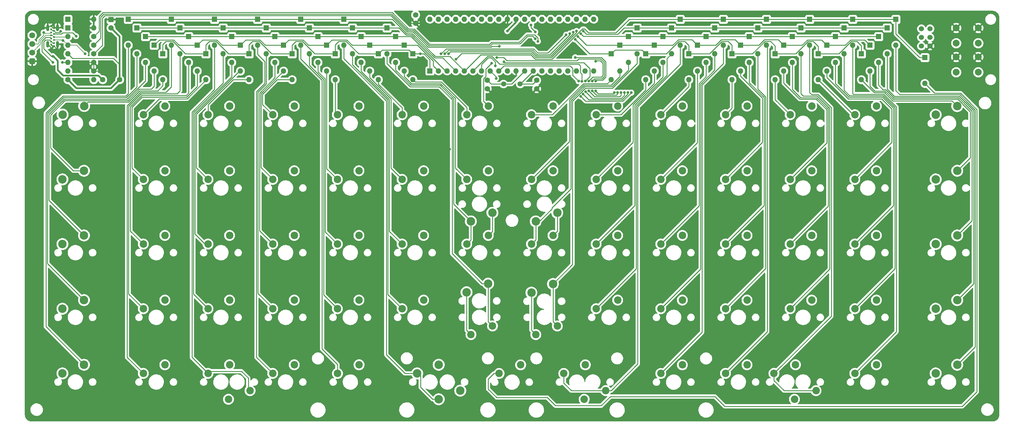
<source format=gbr>
%TF.GenerationSoftware,KiCad,Pcbnew,7.0.6*%
%TF.CreationDate,2024-02-02T12:38:06-05:00*%
%TF.ProjectId,causeway_THT,63617573-6577-4617-995f-5448542e6b69,rev?*%
%TF.SameCoordinates,Original*%
%TF.FileFunction,Copper,L1,Top*%
%TF.FilePolarity,Positive*%
%FSLAX46Y46*%
G04 Gerber Fmt 4.6, Leading zero omitted, Abs format (unit mm)*
G04 Created by KiCad (PCBNEW 7.0.6) date 2024-02-02 12:38:06*
%MOMM*%
%LPD*%
G01*
G04 APERTURE LIST*
G04 Aperture macros list*
%AMRoundRect*
0 Rectangle with rounded corners*
0 $1 Rounding radius*
0 $2 $3 $4 $5 $6 $7 $8 $9 X,Y pos of 4 corners*
0 Add a 4 corners polygon primitive as box body*
4,1,4,$2,$3,$4,$5,$6,$7,$8,$9,$2,$3,0*
0 Add four circle primitives for the rounded corners*
1,1,$1+$1,$2,$3*
1,1,$1+$1,$4,$5*
1,1,$1+$1,$6,$7*
1,1,$1+$1,$8,$9*
0 Add four rect primitives between the rounded corners*
20,1,$1+$1,$2,$3,$4,$5,0*
20,1,$1+$1,$4,$5,$6,$7,0*
20,1,$1+$1,$6,$7,$8,$9,0*
20,1,$1+$1,$8,$9,$2,$3,0*%
G04 Aperture macros list end*
%TA.AperFunction,ComponentPad*%
%ADD10C,2.200000*%
%TD*%
%TA.AperFunction,ComponentPad*%
%ADD11R,1.600000X1.600000*%
%TD*%
%TA.AperFunction,ComponentPad*%
%ADD12O,1.600000X1.600000*%
%TD*%
%TA.AperFunction,ComponentPad*%
%ADD13C,2.500000*%
%TD*%
%TA.AperFunction,ComponentPad*%
%ADD14C,1.600000*%
%TD*%
%TA.AperFunction,ComponentPad*%
%ADD15C,1.500000*%
%TD*%
%TA.AperFunction,ComponentPad*%
%ADD16C,1.752600*%
%TD*%
%TA.AperFunction,ComponentPad*%
%ADD17C,1.524000*%
%TD*%
%TA.AperFunction,ComponentPad*%
%ADD18C,2.000000*%
%TD*%
%TA.AperFunction,ComponentPad*%
%ADD19RoundRect,0.438150X-0.438150X-0.438150X0.438150X-0.438150X0.438150X0.438150X-0.438150X0.438150X0*%
%TD*%
%TA.AperFunction,ComponentPad*%
%ADD20RoundRect,0.150000X0.150000X0.150000X-0.150000X0.150000X-0.150000X-0.150000X0.150000X-0.150000X0*%
%TD*%
%TA.AperFunction,ComponentPad*%
%ADD21C,0.600000*%
%TD*%
%TA.AperFunction,ComponentPad*%
%ADD22O,0.900000X1.900000*%
%TD*%
%TA.AperFunction,ViaPad*%
%ADD23C,0.800000*%
%TD*%
%TA.AperFunction,Conductor*%
%ADD24C,0.250000*%
%TD*%
%TA.AperFunction,Conductor*%
%ADD25C,0.500000*%
%TD*%
%TA.AperFunction,Conductor*%
%ADD26C,0.200000*%
%TD*%
G04 APERTURE END LIST*
D10*
%TO.P,SW16,1,1*%
%TO.N,COL2*%
X59690000Y-76200000D03*
%TO.P,SW16,2,2*%
%TO.N,Net-(D16-A)*%
X53340000Y-78740000D03*
%TD*%
D11*
%TO.P,D61,1,K*%
%TO.N,ROW5*%
X112418000Y-31600000D03*
D12*
%TO.P,D61,2,A*%
%TO.N,Net-(D61-A)*%
X112418000Y-39220000D03*
%TD*%
D11*
%TO.P,D22,1,K*%
%TO.N,ROW2*%
X193698000Y-39220000D03*
D12*
%TO.P,D22,2,A*%
%TO.N,Net-(D22-A)*%
X193698000Y-46840000D03*
%TD*%
D10*
%TO.P,SW8,1,1*%
%TO.N,COL8*%
X173990000Y-57150000D03*
%TO.P,SW8,2,2*%
%TO.N,Net-(D8-A)*%
X167640000Y-59690000D03*
%TD*%
D11*
%TO.P,D11,1,K*%
%TO.N,ROW1*%
X226718000Y-41760000D03*
D12*
%TO.P,D11,2,A*%
%TO.N,Net-(D11-A)*%
X226718000Y-49380000D03*
%TD*%
D11*
%TO.P,D46,1,K*%
%TO.N,ROW4*%
X89558000Y-34140000D03*
D12*
%TO.P,D46,2,A*%
%TO.N,Net-(D46-A)*%
X89558000Y-41760000D03*
%TD*%
D10*
%TO.P,SW36,1,1*%
%TO.N,COL8*%
X173990000Y-95250000D03*
%TO.P,SW36,2,2*%
%TO.N,ALTK2*%
X167640000Y-97790000D03*
%TD*%
D13*
%TO.P,SW14,1,1*%
%TO.N,COL14*%
X286702000Y-59690000D03*
%TO.P,SW14,2,2*%
%TO.N,Net-(D14-A)*%
X293052000Y-57150000D03*
%TD*%
D10*
%TO.P,SW71,1,1*%
%TO.N,COL5*%
X116868000Y-133360000D03*
%TO.P,SW71,2,2*%
%TO.N,Net-(D69-A)*%
X110518000Y-135900000D03*
%TD*%
D14*
%TO.P,R5,1*%
%TO.N,RESET*%
X38758000Y-41760000D03*
D12*
%TO.P,R5,2*%
%TO.N,+5V*%
X31138000Y-41760000D03*
%TD*%
D11*
%TO.P,D3,1,K*%
%TO.N,ROW1*%
X84478000Y-41760000D03*
D12*
%TO.P,D3,2,A*%
%TO.N,Net-(D3-A)*%
X84478000Y-49380000D03*
%TD*%
D10*
%TO.P,SW51,1,1*%
%TO.N,COL9*%
X193040000Y-114300000D03*
%TO.P,SW51,2,2*%
%TO.N,Net-(D51-A)*%
X186690000Y-116840000D03*
%TD*%
%TO.P,SW2,1,1*%
%TO.N,COL2*%
X59690000Y-57150000D03*
%TO.P,SW2,2,2*%
%TO.N,Net-(D2-A)*%
X53340000Y-59690000D03*
%TD*%
D13*
%TO.P,SW28,1,1*%
%TO.N,COL14*%
X286702000Y-78740000D03*
%TO.P,SW28,2,2*%
%TO.N,Net-(D28-A)*%
X293052000Y-76200000D03*
%TD*%
D14*
%TO.P,R1,1*%
%TO.N,GND*%
X38758000Y-44300000D03*
D12*
%TO.P,R1,2*%
%TO.N,Net-(J1-CC2)*%
X31138000Y-44300000D03*
%TD*%
D10*
%TO.P,SW64,1,1*%
%TO.N,COL12*%
X245110000Y-143510000D03*
%TO.P,SW64,2,2*%
%TO.N,Net-(D64-A)*%
X251460000Y-140970000D03*
%TD*%
D14*
%TO.P,C1,1*%
%TO.N,GND*%
X154638000Y-52060000D03*
%TO.P,C1,2*%
%TO.N,TOSC1*%
X154638000Y-49560000D03*
%TD*%
%TO.P,R3,1*%
%TO.N,D-*%
X38758000Y-39220000D03*
D12*
%TO.P,R3,2*%
%TO.N,USB-D-*%
X31138000Y-39220000D03*
%TD*%
D11*
%TO.P,D18,1,K*%
%TO.N,ROW2*%
X94638000Y-39220000D03*
D12*
%TO.P,D18,2,A*%
%TO.N,Net-(D18-A)*%
X94638000Y-46840000D03*
%TD*%
D11*
%TO.P,D25,1,K*%
%TO.N,ROW2*%
X229258000Y-39220000D03*
D12*
%TO.P,D25,2,A*%
%TO.N,Net-(D25-A)*%
X229258000Y-46840000D03*
%TD*%
D11*
%TO.P,U1,1,PB0*%
%TO.N,ROW1*%
X137750000Y-46800000D03*
D12*
%TO.P,U1,2,PB1*%
%TO.N,ROW2*%
X140290000Y-46800000D03*
%TO.P,U1,3,PB2*%
%TO.N,ROW3*%
X142830000Y-46800000D03*
%TO.P,U1,4,PB3*%
%TO.N,ROW4*%
X145370000Y-46800000D03*
%TO.P,U1,5,PB4*%
%TO.N,ROW5*%
X147910000Y-46800000D03*
%TO.P,U1,6,PB5*%
%TO.N,MOSI*%
X150450000Y-46800000D03*
%TO.P,U1,7,PB6*%
%TO.N,MISO*%
X152990000Y-46800000D03*
%TO.P,U1,8,PB7*%
%TO.N,SCK*%
X155530000Y-46800000D03*
%TO.P,U1,9,~{RESET}*%
%TO.N,RESET*%
X158070000Y-46800000D03*
%TO.P,U1,10,VCC*%
%TO.N,+5V*%
X160610000Y-46800000D03*
%TO.P,U1,11,GND*%
%TO.N,GND*%
X163150000Y-46800000D03*
%TO.P,U1,12,XTAL2*%
%TO.N,TOSC1*%
X165690000Y-46800000D03*
%TO.P,U1,13,XTAL1*%
%TO.N,TOSC2*%
X168230000Y-46800000D03*
%TO.P,U1,14,PD0*%
%TO.N,unconnected-(U1-PD0-Pad14)*%
X170770000Y-46800000D03*
%TO.P,U1,15,PD1*%
%TO.N,unconnected-(U1-PD1-Pad15)*%
X173310000Y-46800000D03*
%TO.P,U1,16,PD2*%
%TO.N,D+*%
X175850000Y-46800000D03*
%TO.P,U1,17,PD3*%
%TO.N,D-*%
X178390000Y-46800000D03*
%TO.P,U1,18,PD4*%
%TO.N,boot*%
X180930000Y-46800000D03*
%TO.P,U1,19,PD5*%
%TO.N,unconnected-(U1-PD5-Pad19)*%
X183470000Y-46800000D03*
%TO.P,U1,20,PD6*%
%TO.N,unconnected-(U1-PD6-Pad20)*%
X186010000Y-46800000D03*
%TO.P,U1,21,PD7*%
%TO.N,COL14*%
X186010000Y-31560000D03*
%TO.P,U1,22,PC0*%
%TO.N,COL13*%
X183470000Y-31560000D03*
%TO.P,U1,23,PC1*%
%TO.N,COL12*%
X180930000Y-31560000D03*
%TO.P,U1,24,PC2*%
%TO.N,COL11*%
X178390000Y-31560000D03*
%TO.P,U1,25,PC3*%
%TO.N,COL10*%
X175850000Y-31560000D03*
%TO.P,U1,26,PC4*%
%TO.N,COL9*%
X173310000Y-31560000D03*
%TO.P,U1,27,PC5*%
%TO.N,COL8*%
X170770000Y-31560000D03*
%TO.P,U1,28,PC6*%
%TO.N,unconnected-(U1-PC6-Pad28)*%
X168230000Y-31560000D03*
%TO.P,U1,29,PC7*%
%TO.N,unconnected-(U1-PC7-Pad29)*%
X165690000Y-31560000D03*
%TO.P,U1,30,AVCC*%
%TO.N,+5V*%
X163150000Y-31560000D03*
%TO.P,U1,31,GND*%
%TO.N,GND*%
X160610000Y-31560000D03*
%TO.P,U1,32,AREF*%
%TO.N,unconnected-(U1-AREF-Pad32)*%
X158070000Y-31560000D03*
%TO.P,U1,33,PA7*%
%TO.N,unconnected-(U1-PA7-Pad33)*%
X155530000Y-31560000D03*
%TO.P,U1,34,PA6*%
%TO.N,COL7*%
X152990000Y-31560000D03*
%TO.P,U1,35,PA5*%
%TO.N,COL6*%
X150450000Y-31560000D03*
%TO.P,U1,36,PA4*%
%TO.N,COL5*%
X147910000Y-31560000D03*
%TO.P,U1,37,PA3*%
%TO.N,COL4*%
X145370000Y-31560000D03*
%TO.P,U1,38,PA2*%
%TO.N,COL3*%
X142830000Y-31560000D03*
%TO.P,U1,39,PA1*%
%TO.N,COL2*%
X140290000Y-31560000D03*
%TO.P,U1,40,PA0*%
%TO.N,COL1*%
X137750000Y-31560000D03*
%TD*%
D11*
%TO.P,D44,1,K*%
%TO.N,ROW4*%
X64158000Y-34140000D03*
D12*
%TO.P,D44,2,A*%
%TO.N,Net-(D44-A)*%
X64158000Y-41760000D03*
%TD*%
D11*
%TO.P,D4,1,K*%
%TO.N,ROW1*%
X97178000Y-41760000D03*
D12*
%TO.P,D4,2,A*%
%TO.N,Net-(D4-A)*%
X97178000Y-49380000D03*
%TD*%
D10*
%TO.P,SW46,1,1*%
%TO.N,COL4*%
X97790000Y-114300000D03*
%TO.P,SW46,2,2*%
%TO.N,Net-(D46-A)*%
X91440000Y-116840000D03*
%TD*%
%TO.P,SW25,1,1*%
%TO.N,COL11*%
X231140000Y-76200000D03*
%TO.P,SW25,2,2*%
%TO.N,Net-(D25-A)*%
X224790000Y-78740000D03*
%TD*%
D11*
%TO.P,D41,1,K*%
%TO.N,ROW3*%
X257198000Y-36680000D03*
D12*
%TO.P,D41,2,A*%
%TO.N,Net-(D41-A)*%
X257198000Y-44300000D03*
%TD*%
D11*
%TO.P,D2,1,K*%
%TO.N,ROW1*%
X71778000Y-41760000D03*
D12*
%TO.P,D2,2,A*%
%TO.N,Net-(D2-A)*%
X71778000Y-49380000D03*
%TD*%
D10*
%TO.P,SW52,1,1*%
%TO.N,COL10*%
X212090000Y-114300000D03*
%TO.P,SW52,2,2*%
%TO.N,Net-(D52-A)*%
X205740000Y-116840000D03*
%TD*%
D11*
%TO.P,D32,1,K*%
%TO.N,ROW3*%
X92098000Y-36680000D03*
D12*
%TO.P,D32,2,A*%
%TO.N,Net-(D32-A)*%
X92098000Y-44300000D03*
%TD*%
D11*
%TO.P,D68,1,K*%
%TO.N,USB-D+*%
X31138000Y-31600000D03*
D12*
%TO.P,D68,2,A*%
%TO.N,GND*%
X38758000Y-31600000D03*
%TD*%
D11*
%TO.P,D20,1,K*%
%TO.N,ROW2*%
X120038000Y-39220000D03*
D12*
%TO.P,D20,2,A*%
%TO.N,Net-(D20-A)*%
X120038000Y-46840000D03*
%TD*%
D10*
%TO.P,SW11,1,1*%
%TO.N,COL11*%
X231140000Y-57150000D03*
%TO.P,SW11,2,2*%
%TO.N,Net-(D11-A)*%
X224790000Y-59690000D03*
%TD*%
D11*
%TO.P,D57,1,K*%
%TO.N,ROW5*%
X48918000Y-31600000D03*
D12*
%TO.P,D57,2,A*%
%TO.N,Net-(D57-A)*%
X48918000Y-39220000D03*
%TD*%
D11*
%TO.P,D45,1,K*%
%TO.N,ROW4*%
X76858000Y-34140000D03*
D12*
%TO.P,D45,2,A*%
%TO.N,Net-(D45-A)*%
X76858000Y-41760000D03*
%TD*%
D11*
%TO.P,D50,1,K*%
%TO.N,ROW4*%
X198778000Y-34140000D03*
D12*
%TO.P,D50,2,A*%
%TO.N,ALTK4*%
X198778000Y-41760000D03*
%TD*%
D11*
%TO.P,D70,1,K*%
%TO.N,ROW5*%
X224178000Y-31600000D03*
D12*
%TO.P,D70,2,A*%
%TO.N,Net-(D70-A)*%
X224178000Y-39220000D03*
%TD*%
D10*
%TO.P,SW35,1,1*%
%TO.N,COL7*%
X154940000Y-95250000D03*
%TO.P,SW35,2,2*%
%TO.N,ALTK1*%
X148590000Y-97790000D03*
%TD*%
%TO.P,SW60,1,1*%
%TO.N,COL4*%
X97790000Y-133350000D03*
%TO.P,SW60,2,2*%
%TO.N,Net-(D60-A)*%
X91440000Y-135890000D03*
%TD*%
%TO.P,SW12,1,1*%
%TO.N,COL12*%
X250190000Y-57150000D03*
%TO.P,SW12,2,2*%
%TO.N,Net-(D12-A)*%
X243840000Y-59690000D03*
%TD*%
D11*
%TO.P,D6,1,K*%
%TO.N,ROW1*%
X122578000Y-41760000D03*
D12*
%TO.P,D6,2,A*%
%TO.N,Net-(D6-A)*%
X122578000Y-49380000D03*
%TD*%
D11*
%TO.P,D27,1,K*%
%TO.N,ROW2*%
X254658000Y-39220000D03*
D12*
%TO.P,D27,2,A*%
%TO.N,Net-(D27-A)*%
X254658000Y-46840000D03*
%TD*%
D10*
%TO.P,SW19,1,1*%
%TO.N,COL5*%
X116840000Y-76200000D03*
%TO.P,SW19,2,2*%
%TO.N,Net-(D19-A)*%
X110490000Y-78740000D03*
%TD*%
D11*
%TO.P,D63,1,K*%
%TO.N,ROW5*%
X236878000Y-31600000D03*
D12*
%TO.P,D63,2,A*%
%TO.N,Net-(D63-A)*%
X236878000Y-39220000D03*
%TD*%
D14*
%TO.P,R2,1*%
%TO.N,GND*%
X38758000Y-46840000D03*
D12*
%TO.P,R2,2*%
%TO.N,Net-(J1-CC1)*%
X31138000Y-46840000D03*
%TD*%
D10*
%TO.P,SW27,1,1*%
%TO.N,COL13*%
X269240000Y-76200000D03*
%TO.P,SW27,2,2*%
%TO.N,Net-(D27-A)*%
X262890000Y-78740000D03*
%TD*%
D11*
%TO.P,D15,1,K*%
%TO.N,ROW2*%
X56538000Y-39220000D03*
D12*
%TO.P,D15,2,A*%
%TO.N,Net-(D15-A)*%
X56538000Y-46840000D03*
%TD*%
D11*
%TO.P,D26,1,K*%
%TO.N,ROW2*%
X241958000Y-39220000D03*
D12*
%TO.P,D26,2,A*%
%TO.N,Net-(D26-A)*%
X241958000Y-46840000D03*
%TD*%
D14*
%TO.P,C3,1*%
%TO.N,+5V*%
X43838000Y-34140000D03*
D11*
%TO.P,C3,2*%
%TO.N,GND*%
X43838000Y-31640000D03*
%TD*%
D13*
%TO.P,SW61,1,1*%
%TO.N,COL6*%
X146685000Y-140970000D03*
%TO.P,SW61,2,2*%
%TO.N,Net-(D61-A)*%
X140335000Y-143510000D03*
%TD*%
D11*
%TO.P,D14,1,K*%
%TO.N,ROW1*%
X264818000Y-41760000D03*
D12*
%TO.P,D14,2,A*%
%TO.N,Net-(D14-A)*%
X264818000Y-49380000D03*
%TD*%
D11*
%TO.P,D5,1,K*%
%TO.N,ROW1*%
X109878000Y-41760000D03*
D12*
%TO.P,D5,2,A*%
%TO.N,Net-(D5-A)*%
X109878000Y-49380000D03*
%TD*%
D13*
%TO.P,SW15,1,1*%
%TO.N,COL1*%
X29528000Y-78740000D03*
%TO.P,SW15,2,2*%
%TO.N,Net-(D15-A)*%
X35878000Y-76200000D03*
%TD*%
D10*
%TO.P,SW3,1,1*%
%TO.N,COL3*%
X78740000Y-57150000D03*
%TO.P,SW3,2,2*%
%TO.N,Net-(D3-A)*%
X72390000Y-59690000D03*
%TD*%
%TO.P,SW72,1,1*%
%TO.N,COL10*%
X212090000Y-133380000D03*
%TO.P,SW72,2,2*%
%TO.N,Net-(D70-A)*%
X205740000Y-135920000D03*
%TD*%
%TO.P,SW39,1,1*%
%TO.N,COL11*%
X231140000Y-95250000D03*
%TO.P,SW39,2,2*%
%TO.N,Net-(D39-A)*%
X224790000Y-97790000D03*
%TD*%
D11*
%TO.P,D33,1,K*%
%TO.N,ROW3*%
X104798000Y-36680000D03*
D12*
%TO.P,D33,2,A*%
%TO.N,Net-(D33-A)*%
X104798000Y-44300000D03*
%TD*%
D10*
%TO.P,SW48,1,1*%
%TO.N,COL6*%
X135890000Y-114300000D03*
%TO.P,SW48,2,2*%
%TO.N,Net-(D48-A)*%
X129540000Y-116840000D03*
%TD*%
%TO.P,SW18,1,1*%
%TO.N,COL4*%
X97790000Y-76200000D03*
%TO.P,SW18,2,2*%
%TO.N,Net-(D18-A)*%
X91440000Y-78740000D03*
%TD*%
%TO.P,SW54,1,1*%
%TO.N,COL12*%
X250190000Y-114300000D03*
%TO.P,SW54,2,2*%
%TO.N,Net-(D54-A)*%
X243840000Y-116840000D03*
%TD*%
%TO.P,Space1,1,1*%
%TO.N,COL8*%
X164465000Y-133380000D03*
%TO.P,Space1,2,2*%
%TO.N,Net-(D71-A)*%
X158115000Y-135920000D03*
%TD*%
D11*
%TO.P,D55,1,K*%
%TO.N,ROW4*%
X259738000Y-34140000D03*
D12*
%TO.P,D55,2,A*%
%TO.N,Net-(D55-A)*%
X259738000Y-41760000D03*
%TD*%
D11*
%TO.P,D24,1,K*%
%TO.N,ROW2*%
X216558000Y-39220000D03*
D12*
%TO.P,D24,2,A*%
%TO.N,Net-(D24-A)*%
X216558000Y-46840000D03*
%TD*%
D10*
%TO.P,SW63,1,1*%
%TO.N,COL11*%
X231140000Y-133350000D03*
%TO.P,SW63,2,2*%
%TO.N,Net-(D63-A)*%
X224790000Y-135890000D03*
%TD*%
%TO.P,SW53,1,1*%
%TO.N,COL11*%
X231140000Y-114300000D03*
%TO.P,SW53,2,2*%
%TO.N,Net-(D53-A)*%
X224790000Y-116840000D03*
%TD*%
D15*
%TO.P,Y1,1,1*%
%TO.N,TOSC1*%
X159438000Y-50660000D03*
%TO.P,Y1,2,2*%
%TO.N,TOSC2*%
X164318000Y-50660000D03*
%TD*%
D10*
%TO.P,SW32,1,1*%
%TO.N,COL4*%
X97790000Y-95250000D03*
%TO.P,SW32,2,2*%
%TO.N,Net-(D32-A)*%
X91440000Y-97790000D03*
%TD*%
D11*
%TO.P,D30,1,K*%
%TO.N,ROW3*%
X66698000Y-36680000D03*
D12*
%TO.P,D30,2,A*%
%TO.N,Net-(D30-A)*%
X66698000Y-44300000D03*
%TD*%
D10*
%TO.P,SW47,1,1*%
%TO.N,COL5*%
X116840000Y-114300000D03*
%TO.P,SW47,2,2*%
%TO.N,Net-(D47-A)*%
X110490000Y-116840000D03*
%TD*%
%TO.P,SW59,1,1*%
%TO.N,COL3*%
X78422500Y-143510000D03*
%TO.P,SW59,2,2*%
%TO.N,Net-(D59-A)*%
X84772500Y-140970000D03*
%TD*%
%TO.P,SW33,1,1*%
%TO.N,COL5*%
X116840000Y-95250000D03*
%TO.P,SW33,2,2*%
%TO.N,Net-(D33-A)*%
X110490000Y-97790000D03*
%TD*%
D13*
%TO.P,SW57,1,1*%
%TO.N,COL1*%
X29528000Y-135890000D03*
%TO.P,SW57,2,2*%
%TO.N,Net-(D57-A)*%
X35878000Y-133350000D03*
%TD*%
D11*
%TO.P,D43,1,K*%
%TO.N,ROW4*%
X51458000Y-34140000D03*
D12*
%TO.P,D43,2,A*%
%TO.N,Net-(D43-A)*%
X51458000Y-41760000D03*
%TD*%
D10*
%TO.P,SW26,1,1*%
%TO.N,COL12*%
X250190000Y-76200000D03*
%TO.P,SW26,2,2*%
%TO.N,Net-(D26-A)*%
X243840000Y-78740000D03*
%TD*%
D11*
%TO.P,D29,1,K*%
%TO.N,ROW3*%
X53998000Y-36680000D03*
D12*
%TO.P,D29,2,A*%
%TO.N,Net-(D29-A)*%
X53998000Y-44300000D03*
%TD*%
D14*
%TO.P,R6,1*%
%TO.N,+5V*%
X31138000Y-49380000D03*
D12*
%TO.P,R6,2*%
%TO.N,USB-D-*%
X38758000Y-49380000D03*
%TD*%
D10*
%TO.P,SW55,1,1*%
%TO.N,COL13*%
X269240000Y-114300000D03*
%TO.P,SW55,2,2*%
%TO.N,Net-(D55-A)*%
X262890000Y-116840000D03*
%TD*%
%TO.P,SW49,1,1*%
%TO.N,COL7*%
X149838000Y-124450000D03*
%TO.P,SW49,2,2*%
%TO.N,ALTK3*%
X156188000Y-121910000D03*
%TD*%
D16*
%TO.P,J6,1*%
%TO.N,VCC*%
X20600000Y-36280000D03*
%TD*%
D10*
%TO.P,SW13,1,1*%
%TO.N,COL13*%
X269240000Y-57150000D03*
%TO.P,SW13,2,2*%
%TO.N,Net-(D13-A)*%
X262890000Y-59690000D03*
%TD*%
%TO.P,SW21,1,1*%
%TO.N,COL7*%
X154940000Y-76200000D03*
%TO.P,SW21,2,2*%
%TO.N,Net-(D21-A)*%
X148590000Y-78740000D03*
%TD*%
D11*
%TO.P,D65,1,K*%
%TO.N,ROW5*%
X262278000Y-31600000D03*
D12*
%TO.P,D65,2,A*%
%TO.N,Net-(D65-A)*%
X262278000Y-39220000D03*
%TD*%
D11*
%TO.P,D53,1,K*%
%TO.N,ROW4*%
X234338000Y-34140000D03*
D12*
%TO.P,D53,2,A*%
%TO.N,Net-(D53-A)*%
X234338000Y-41760000D03*
%TD*%
D14*
%TO.P,F1,1*%
%TO.N,+5V*%
X46378000Y-49380000D03*
%TO.P,F1,2*%
%TO.N,VCC*%
X41378000Y-49380000D03*
%TD*%
D10*
%TO.P,SW41,1,1*%
%TO.N,COL13*%
X269240000Y-95250000D03*
%TO.P,SW41,2,2*%
%TO.N,Net-(D41-A)*%
X262890000Y-97790000D03*
%TD*%
D11*
%TO.P,D16,1,K*%
%TO.N,ROW2*%
X69238000Y-39220000D03*
D12*
%TO.P,D16,2,A*%
%TO.N,Net-(D16-A)*%
X69238000Y-46840000D03*
%TD*%
D10*
%TO.P,SW62,1,1*%
%TO.N,COL9*%
X183538000Y-133370000D03*
%TO.P,SW62,2,2*%
%TO.N,Net-(D62-A)*%
X177188000Y-135910000D03*
%TD*%
D17*
%TO.P,ICSP1,1,MISO*%
%TO.N,MISO*%
X282498000Y-34380000D03*
%TO.P,ICSP1,2,VCC*%
%TO.N,VCC*%
X285038000Y-34380000D03*
%TO.P,ICSP1,3,SCK*%
%TO.N,SCK*%
X282498000Y-36920000D03*
%TO.P,ICSP1,4,MOSI*%
%TO.N,MOSI*%
X285038000Y-36920000D03*
%TO.P,ICSP1,5,RESET*%
%TO.N,RESET*%
X282498000Y-39460000D03*
%TO.P,ICSP1,6,GND*%
%TO.N,GND*%
X285038000Y-39460000D03*
%TD*%
D10*
%TO.P,SW31,1,1*%
%TO.N,COL3*%
X78740000Y-95250000D03*
%TO.P,SW31,2,2*%
%TO.N,Net-(D31-A)*%
X72390000Y-97790000D03*
%TD*%
%TO.P,SW24,1,1*%
%TO.N,COL10*%
X212090000Y-76200000D03*
%TO.P,SW24,2,2*%
%TO.N,Net-(D24-A)*%
X205740000Y-78740000D03*
%TD*%
D11*
%TO.P,D56,1,K*%
%TO.N,ROW4*%
X272438000Y-34140000D03*
D12*
%TO.P,D56,2,A*%
%TO.N,Net-(D56-A)*%
X272438000Y-41760000D03*
%TD*%
D11*
%TO.P,D51,1,K*%
%TO.N,ROW4*%
X208938000Y-34140000D03*
D12*
%TO.P,D51,2,A*%
%TO.N,Net-(D51-A)*%
X208938000Y-41760000D03*
%TD*%
D11*
%TO.P,D38,1,K*%
%TO.N,ROW3*%
X219098000Y-36680000D03*
D12*
%TO.P,D38,2,A*%
%TO.N,Net-(D38-A)*%
X219098000Y-44300000D03*
%TD*%
D11*
%TO.P,D34,1,K*%
%TO.N,ROW3*%
X117498000Y-36680000D03*
D12*
%TO.P,D34,2,A*%
%TO.N,Net-(D34-A)*%
X117498000Y-44300000D03*
%TD*%
D11*
%TO.P,D36,1,K*%
%TO.N,ROW3*%
X196238000Y-36680000D03*
D12*
%TO.P,D36,2,A*%
%TO.N,ALTK2*%
X196238000Y-44300000D03*
%TD*%
D18*
%TO.P,BOOT1,1,1*%
%TO.N,GND*%
X292758000Y-34140000D03*
X299258000Y-34140000D03*
%TO.P,BOOT1,2,2*%
%TO.N,boot*%
X292758000Y-38640000D03*
X299258000Y-38640000D03*
%TD*%
D11*
%TO.P,D21,1,K*%
%TO.N,ROW2*%
X130198000Y-39220000D03*
D12*
%TO.P,D21,2,A*%
%TO.N,Net-(D21-A)*%
X130198000Y-46840000D03*
%TD*%
D11*
%TO.P,D17,1,K*%
%TO.N,ROW2*%
X81938000Y-39220000D03*
D12*
%TO.P,D17,2,A*%
%TO.N,Net-(D17-A)*%
X81938000Y-46840000D03*
%TD*%
D19*
%TO.P,J6,1*%
%TO.N,GND*%
X20600000Y-43900000D03*
%TD*%
D11*
%TO.P,D47,1,K*%
%TO.N,ROW4*%
X102258000Y-34140000D03*
D12*
%TO.P,D47,2,A*%
%TO.N,Net-(D47-A)*%
X102258000Y-41760000D03*
%TD*%
D10*
%TO.P,SW22,1,1*%
%TO.N,COL8*%
X173990000Y-76200000D03*
%TO.P,SW22,2,2*%
%TO.N,Net-(D22-A)*%
X167640000Y-78740000D03*
%TD*%
%TO.P,SW23,1,1*%
%TO.N,COL9*%
X193040000Y-76200000D03*
%TO.P,SW23,2,2*%
%TO.N,Net-(D23-A)*%
X186690000Y-78740000D03*
%TD*%
%TO.P,SW45,1,1*%
%TO.N,COL3*%
X78740000Y-114300000D03*
%TO.P,SW45,2,2*%
%TO.N,Net-(D45-A)*%
X72390000Y-116840000D03*
%TD*%
D13*
%TO.P,SW43,1,1*%
%TO.N,COL1*%
X29528000Y-116840000D03*
%TO.P,SW43,2,2*%
%TO.N,Net-(D43-A)*%
X35878000Y-114300000D03*
%TD*%
D11*
%TO.P,D60,1,K*%
%TO.N,ROW5*%
X87018000Y-31600000D03*
D12*
%TO.P,D60,2,A*%
%TO.N,Net-(D60-A)*%
X87018000Y-39220000D03*
%TD*%
D13*
%TO.P,SW66,1,1*%
%TO.N,COL14*%
X286702000Y-135890000D03*
%TO.P,SW66,2,2*%
%TO.N,Net-(D66-A)*%
X293052000Y-133350000D03*
%TD*%
%TO.P,SW42,1,1*%
%TO.N,COL14*%
X286702000Y-97790000D03*
%TO.P,SW42,2,2*%
%TO.N,Net-(D42-A)*%
X293052000Y-95250000D03*
%TD*%
D10*
%TO.P,SW62,1,1*%
%TO.N,COL9*%
X183197500Y-143510000D03*
%TO.P,SW62,2,2*%
%TO.N,Net-(D62-A)*%
X189547500Y-140970000D03*
%TD*%
%TO.P,SW30,1,1*%
%TO.N,COL2*%
X59690000Y-95250000D03*
%TO.P,SW30,2,2*%
%TO.N,Net-(D30-A)*%
X53340000Y-97790000D03*
%TD*%
%TO.P,SW38,1,1*%
%TO.N,COL10*%
X212090000Y-95250000D03*
%TO.P,SW38,2,2*%
%TO.N,Net-(D38-A)*%
X205740000Y-97790000D03*
%TD*%
D11*
%TO.P,D35,1,K*%
%TO.N,ROW3*%
X127658000Y-36680000D03*
D12*
%TO.P,D35,2,A*%
%TO.N,ALTK1*%
X127658000Y-44300000D03*
%TD*%
D11*
%TO.P,D52,1,K*%
%TO.N,ROW4*%
X221638000Y-34140000D03*
D12*
%TO.P,D52,2,A*%
%TO.N,Net-(D52-A)*%
X221638000Y-41760000D03*
%TD*%
D10*
%TO.P,SW64,1,1*%
%TO.N,COL12*%
X245427500Y-133350000D03*
%TO.P,SW64,2,2*%
%TO.N,Net-(D64-A)*%
X239077500Y-135890000D03*
%TD*%
D14*
%TO.P,C2,1*%
%TO.N,TOSC2*%
X169188000Y-49560000D03*
%TO.P,C2,2*%
%TO.N,GND*%
X169188000Y-52060000D03*
%TD*%
%TO.P,C4,1*%
%TO.N,+5V*%
X133540000Y-30300000D03*
%TO.P,C4,2*%
%TO.N,GND*%
X133540000Y-32800000D03*
%TD*%
D10*
%TO.P,SW9,1,1*%
%TO.N,COL9*%
X193040000Y-57150000D03*
%TO.P,SW9,2,2*%
%TO.N,Net-(D9-A)*%
X186690000Y-59690000D03*
%TD*%
D11*
%TO.P,D13,1,K*%
%TO.N,ROW1*%
X252118000Y-41760000D03*
D12*
%TO.P,D13,2,A*%
%TO.N,Net-(D13-A)*%
X252118000Y-49380000D03*
%TD*%
D13*
%TO.P,SW29,1,1*%
%TO.N,COL1*%
X29528000Y-97790000D03*
%TO.P,SW29,2,2*%
%TO.N,Net-(D29-A)*%
X35878000Y-95250000D03*
%TD*%
%TO.P,SW68,1,1*%
%TO.N,COL8*%
X175260000Y-88570000D03*
%TO.P,SW68,2,2*%
%TO.N,ALTK2*%
X168910000Y-91110000D03*
%TD*%
D11*
%TO.P,D54,1,K*%
%TO.N,ROW4*%
X247038000Y-34140000D03*
D12*
%TO.P,D54,2,A*%
%TO.N,Net-(D54-A)*%
X247038000Y-41760000D03*
%TD*%
D11*
%TO.P,D39,1,K*%
%TO.N,ROW3*%
X231798000Y-36680000D03*
D12*
%TO.P,D39,2,A*%
%TO.N,Net-(D39-A)*%
X231798000Y-44300000D03*
%TD*%
D13*
%TO.P,SW69,1,1*%
%TO.N,COL7*%
X148540000Y-111990000D03*
%TO.P,SW69,2,2*%
%TO.N,ALTK3*%
X154890000Y-109450000D03*
%TD*%
D11*
%TO.P,D19,1,K*%
%TO.N,ROW2*%
X107338000Y-39220000D03*
D12*
%TO.P,D19,2,A*%
%TO.N,Net-(D19-A)*%
X107338000Y-46840000D03*
%TD*%
D11*
%TO.P,D59,1,K*%
%TO.N,ROW5*%
X74318000Y-31600000D03*
D12*
%TO.P,D59,2,A*%
%TO.N,Net-(D59-A)*%
X74318000Y-39220000D03*
%TD*%
D10*
%TO.P,SW37,1,1*%
%TO.N,COL9*%
X193040000Y-95250000D03*
%TO.P,SW37,2,2*%
%TO.N,Net-(D37-A)*%
X186690000Y-97790000D03*
%TD*%
D11*
%TO.P,D69,1,K*%
%TO.N,ROW5*%
X99718000Y-31600000D03*
D12*
%TO.P,D69,2,A*%
%TO.N,Net-(D69-A)*%
X99718000Y-39220000D03*
%TD*%
D10*
%TO.P,SW20,1,1*%
%TO.N,COL6*%
X135890000Y-76200000D03*
%TO.P,SW20,2,2*%
%TO.N,Net-(D20-A)*%
X129540000Y-78740000D03*
%TD*%
D11*
%TO.P,D67,1,K*%
%TO.N,USB-D-*%
X31138000Y-34140000D03*
D12*
%TO.P,D67,2,A*%
%TO.N,GND*%
X38758000Y-34140000D03*
%TD*%
D11*
%TO.P,D7,1,K*%
%TO.N,ROW1*%
X132738000Y-41760000D03*
D12*
%TO.P,D7,2,A*%
%TO.N,Net-(D7-A)*%
X132738000Y-49380000D03*
%TD*%
D14*
%TO.P,R4,1*%
%TO.N,D+*%
X38758000Y-36680000D03*
D12*
%TO.P,R4,2*%
%TO.N,USB-D+*%
X31138000Y-36680000D03*
%TD*%
D10*
%TO.P,SW65,1,1*%
%TO.N,COL13*%
X269240000Y-133350000D03*
%TO.P,SW65,2,2*%
%TO.N,Net-(D65-A)*%
X262890000Y-135890000D03*
%TD*%
D13*
%TO.P,SW67,1,1*%
%TO.N,COL7*%
X156160000Y-88570000D03*
%TO.P,SW67,2,2*%
%TO.N,ALTK1*%
X149810000Y-91110000D03*
%TD*%
D11*
%TO.P,D23,1,K*%
%TO.N,ROW2*%
X203858000Y-39220000D03*
D12*
%TO.P,D23,2,A*%
%TO.N,Net-(D23-A)*%
X203858000Y-46840000D03*
%TD*%
D10*
%TO.P,SW58,1,1*%
%TO.N,COL2*%
X59690000Y-133350000D03*
%TO.P,SW58,2,2*%
%TO.N,Net-(D58-A)*%
X53340000Y-135890000D03*
%TD*%
%TO.P,SW10,1,1*%
%TO.N,COL10*%
X212090000Y-57150000D03*
%TO.P,SW10,2,2*%
%TO.N,Net-(D10-A)*%
X205740000Y-59690000D03*
%TD*%
D11*
%TO.P,D9,1,K*%
%TO.N,ROW1*%
X201318000Y-41760000D03*
D12*
%TO.P,D9,2,A*%
%TO.N,Net-(D9-A)*%
X201318000Y-49380000D03*
%TD*%
D11*
%TO.P,D71,1,K*%
%TO.N,ROW5*%
X283527500Y-42862500D03*
D12*
%TO.P,D71,2,A*%
%TO.N,Net-(D71-A)*%
X283527500Y-50482500D03*
%TD*%
D11*
%TO.P,D12,1,K*%
%TO.N,ROW1*%
X239418000Y-41760000D03*
D12*
%TO.P,D12,2,A*%
%TO.N,Net-(D12-A)*%
X239418000Y-49380000D03*
%TD*%
D11*
%TO.P,D28,1,K*%
%TO.N,ROW2*%
X267358000Y-39220000D03*
D12*
%TO.P,D28,2,A*%
%TO.N,Net-(D28-A)*%
X267358000Y-46840000D03*
%TD*%
D10*
%TO.P,SW34,1,1*%
%TO.N,COL6*%
X135890000Y-95250000D03*
%TO.P,SW34,2,2*%
%TO.N,Net-(D34-A)*%
X129540000Y-97790000D03*
%TD*%
D11*
%TO.P,D40,1,K*%
%TO.N,ROW3*%
X244498000Y-36680000D03*
D12*
%TO.P,D40,2,A*%
%TO.N,Net-(D40-A)*%
X244498000Y-44300000D03*
%TD*%
D10*
%TO.P,SW59,1,1*%
%TO.N,COL3*%
X78740000Y-133350000D03*
%TO.P,SW59,2,2*%
%TO.N,Net-(D59-A)*%
X72390000Y-135890000D03*
%TD*%
D11*
%TO.P,D31,1,K*%
%TO.N,ROW3*%
X79398000Y-36680000D03*
D12*
%TO.P,D31,2,A*%
%TO.N,Net-(D31-A)*%
X79398000Y-44300000D03*
%TD*%
D13*
%TO.P,SW56,1,1*%
%TO.N,COL14*%
X286702000Y-116840000D03*
%TO.P,SW56,2,2*%
%TO.N,Net-(D56-A)*%
X293052000Y-114300000D03*
%TD*%
%TO.P,SW70,1,1*%
%TO.N,COL8*%
X167640000Y-112090000D03*
%TO.P,SW70,2,2*%
%TO.N,ALTK4*%
X173990000Y-109550000D03*
%TD*%
D11*
%TO.P,D58,1,K*%
%TO.N,ROW5*%
X61618000Y-31600000D03*
D12*
%TO.P,D58,2,A*%
%TO.N,Net-(D58-A)*%
X61618000Y-39220000D03*
%TD*%
D10*
%TO.P,SW4,1,1*%
%TO.N,COL4*%
X97790000Y-57150000D03*
%TO.P,SW4,2,2*%
%TO.N,Net-(D4-A)*%
X91440000Y-59690000D03*
%TD*%
D11*
%TO.P,D64,1,K*%
%TO.N,ROW5*%
X249578000Y-31600000D03*
D12*
%TO.P,D64,2,A*%
%TO.N,Net-(D64-A)*%
X249578000Y-39220000D03*
%TD*%
D18*
%TO.P,RESET1,1,1*%
%TO.N,GND*%
X292758000Y-42690000D03*
X299258000Y-42690000D03*
%TO.P,RESET1,2,2*%
%TO.N,RESET*%
X292758000Y-47190000D03*
X299258000Y-47190000D03*
%TD*%
D16*
%TO.P,J6,1*%
%TO.N,USB-D-*%
X20600000Y-38820000D03*
%TD*%
D20*
%TO.P,J1,A1,GND_A*%
%TO.N,GND*%
X27018000Y-34090000D03*
D21*
%TO.P,J1,A4,VBUS_A*%
%TO.N,VCC*%
X27018000Y-34990000D03*
%TO.P,J1,A5,CC1*%
%TO.N,Net-(J1-CC1)*%
X27018000Y-35890000D03*
%TO.P,J1,A6,D1+*%
%TO.N,USB-D+*%
X27018000Y-36790000D03*
%TO.P,J1,A7,D1-*%
%TO.N,USB-D-*%
X27018000Y-37690000D03*
%TO.P,J1,A9,VBUS_A__1*%
%TO.N,VCC*%
X27018000Y-38590000D03*
%TO.P,J1,A12,GND_A__1*%
%TO.N,GND*%
X27018000Y-39490000D03*
%TO.P,J1,B1,GND_B*%
X26238000Y-39040000D03*
%TO.P,J1,B4,VBUS_B*%
%TO.N,VCC*%
X26238000Y-38140000D03*
%TO.P,J1,B5,CC2*%
%TO.N,Net-(J1-CC2)*%
X26238000Y-37240000D03*
%TO.P,J1,B6,D2+*%
%TO.N,USB-D+*%
X26238000Y-36340000D03*
%TO.P,J1,B7,D2-*%
%TO.N,USB-D-*%
X26238000Y-35440000D03*
%TO.P,J1,B9,VBUS_B__1*%
%TO.N,VCC*%
X26238000Y-34540000D03*
%TO.P,J1,B12,GND_B__1*%
%TO.N,GND*%
X26238000Y-33640000D03*
D22*
%TO.P,J1,S1,SHIELD*%
X28058000Y-34140000D03*
%TO.P,J1,S2,SHIELD__1*%
X25198000Y-34140000D03*
%TO.P,J1,S3,SHIELD__2*%
X28058000Y-38940000D03*
%TO.P,J1,S4,SHIELD__3*%
X25198000Y-38940000D03*
%TD*%
D11*
%TO.P,D66,1,K*%
%TO.N,ROW5*%
X274978000Y-31600000D03*
D12*
%TO.P,D66,2,A*%
%TO.N,Net-(D66-A)*%
X274978000Y-39220000D03*
%TD*%
D11*
%TO.P,D62,1,K*%
%TO.N,ROW5*%
X211478000Y-31600000D03*
D12*
%TO.P,D62,2,A*%
%TO.N,Net-(D62-A)*%
X211478000Y-39220000D03*
%TD*%
D11*
%TO.P,D42,1,K*%
%TO.N,ROW3*%
X269898000Y-36680000D03*
D12*
%TO.P,D42,2,A*%
%TO.N,Net-(D42-A)*%
X269898000Y-44300000D03*
%TD*%
D11*
%TO.P,D8,1,K*%
%TO.N,ROW1*%
X191158000Y-41760000D03*
D12*
%TO.P,D8,2,A*%
%TO.N,Net-(D8-A)*%
X191158000Y-49380000D03*
%TD*%
D10*
%TO.P,SW6,1,1*%
%TO.N,COL6*%
X135890000Y-57150000D03*
%TO.P,SW6,2,2*%
%TO.N,Net-(D6-A)*%
X129540000Y-59690000D03*
%TD*%
%TO.P,SW40,1,1*%
%TO.N,COL12*%
X250190000Y-95250000D03*
%TO.P,SW40,2,2*%
%TO.N,Net-(D40-A)*%
X243840000Y-97790000D03*
%TD*%
D11*
%TO.P,D48,1,K*%
%TO.N,ROW4*%
X114958000Y-34140000D03*
D12*
%TO.P,D48,2,A*%
%TO.N,Net-(D48-A)*%
X114958000Y-41760000D03*
%TD*%
D11*
%TO.P,D49,1,K*%
%TO.N,ROW4*%
X125118000Y-34140000D03*
D12*
%TO.P,D49,2,A*%
%TO.N,ALTK3*%
X125118000Y-41760000D03*
%TD*%
D10*
%TO.P,SW44,1,1*%
%TO.N,COL2*%
X59690000Y-114300000D03*
%TO.P,SW44,2,2*%
%TO.N,Net-(D44-A)*%
X53340000Y-116840000D03*
%TD*%
%TO.P,SW7,1,1*%
%TO.N,COL7*%
X154940000Y-57150000D03*
%TO.P,SW7,2,2*%
%TO.N,Net-(D7-A)*%
X148590000Y-59690000D03*
%TD*%
D11*
%TO.P,D37,1,K*%
%TO.N,ROW3*%
X206398000Y-36680000D03*
D12*
%TO.P,D37,2,A*%
%TO.N,Net-(D37-A)*%
X206398000Y-44300000D03*
%TD*%
D11*
%TO.P,D10,1,K*%
%TO.N,ROW1*%
X214018000Y-41760000D03*
D12*
%TO.P,D10,2,A*%
%TO.N,Net-(D10-A)*%
X214018000Y-49380000D03*
%TD*%
D10*
%TO.P,SW5,1,1*%
%TO.N,COL5*%
X116840000Y-57150000D03*
%TO.P,SW5,2,2*%
%TO.N,Net-(D5-A)*%
X110490000Y-59690000D03*
%TD*%
%TO.P,SW17,1,1*%
%TO.N,COL3*%
X78740000Y-76200000D03*
%TO.P,SW17,2,2*%
%TO.N,Net-(D17-A)*%
X72390000Y-78740000D03*
%TD*%
D11*
%TO.P,D1,1,K*%
%TO.N,ROW1*%
X59078000Y-41760000D03*
D12*
%TO.P,D1,2,A*%
%TO.N,Net-(D1-A)*%
X59078000Y-49380000D03*
%TD*%
D10*
%TO.P,SW50,1,1*%
%TO.N,COL8*%
X168928000Y-124450000D03*
%TO.P,SW50,2,2*%
%TO.N,ALTK4*%
X175278000Y-121910000D03*
%TD*%
D13*
%TO.P,SW1,1,1*%
%TO.N,COL1*%
X29570000Y-59650000D03*
%TO.P,SW1,2,2*%
%TO.N,Net-(D1-A)*%
X35920000Y-57110000D03*
%TD*%
D16*
%TO.P,J6,1*%
%TO.N,USB-D+*%
X20600000Y-41360000D03*
%TD*%
D13*
%TO.P,SW61,1,2*%
%TO.N,COL6*%
X140335500Y-133350000D03*
%TO.P,SW61,2,1*%
%TO.N,Net-(D61-A)*%
X133985500Y-135890000D03*
%TD*%
D23*
%TO.N,ROW1*%
X134938000Y-41760000D03*
X141035920Y-41775500D03*
X177859015Y-36141595D03*
X180518006Y-37504592D03*
%TO.N,ROW2*%
X181341063Y-36681535D03*
X178912573Y-35788037D03*
X142105500Y-41775500D03*
%TO.N,ROW3*%
X143230500Y-41775500D03*
X182194853Y-35827745D03*
X179930654Y-35406352D03*
%TO.N,ROW4*%
X180925701Y-35047701D03*
X182950299Y-35072299D03*
X145441300Y-43306700D03*
%TO.N,COL7*%
X155869861Y-44524655D03*
%TO.N,boot*%
X192038553Y-53200500D03*
X186525500Y-52624500D03*
X186525500Y-49793698D03*
X180540000Y-42800000D03*
%TO.N,VCC*%
X186525500Y-43974500D03*
X28966299Y-35165779D03*
X167540000Y-33300000D03*
X194050000Y-53200500D03*
X26668000Y-42470000D03*
X168775500Y-35300000D03*
X184526494Y-49793698D03*
X184526494Y-52624500D03*
%TO.N,D-*%
X168775992Y-37311296D03*
%TO.N,RESET*%
X181531395Y-49799043D03*
X197050000Y-53200500D03*
X158188000Y-39535500D03*
X182145659Y-54288127D03*
%TO.N,+5V*%
X160540000Y-35050000D03*
%TO.N,GND*%
X167290000Y-39050000D03*
X200040000Y-138550000D03*
X278790000Y-138300000D03*
X46990000Y-69850000D03*
X43600000Y-40500000D03*
X172540000Y-37050000D03*
X34238000Y-46400000D03*
X135040000Y-45300000D03*
X161940000Y-54800000D03*
X64770000Y-69850000D03*
X136540000Y-33800000D03*
X21590000Y-69850000D03*
X278130000Y-69850000D03*
X158370000Y-33800000D03*
X130290000Y-30800000D03*
X201930000Y-69850000D03*
X85090000Y-69850000D03*
X28576299Y-41586299D03*
X257290000Y-147800000D03*
X300990000Y-69850000D03*
X26600000Y-30600000D03*
X177790000Y-42300000D03*
X278790000Y-147800000D03*
X143510000Y-69850000D03*
X257040000Y-138300000D03*
X123190000Y-69850000D03*
X102870000Y-69850000D03*
X200040000Y-148050000D03*
X161290000Y-69850000D03*
X257810000Y-69850000D03*
X43738000Y-45400000D03*
X219710000Y-69850000D03*
X27100000Y-48400000D03*
X240030000Y-69850000D03*
X181610000Y-69850000D03*
%TO.N,D+*%
X169527701Y-38062299D03*
%TO.N,MOSI*%
X182852414Y-53581372D03*
X182529349Y-49854663D03*
X196050000Y-53200500D03*
%TO.N,MISO*%
X157027701Y-45312299D03*
X193037949Y-53187952D03*
X185525997Y-52624500D03*
X157463500Y-42800000D03*
X185525997Y-49793698D03*
%TO.N,SCK*%
X157224312Y-48984312D03*
X183559169Y-52874617D03*
X195050000Y-53200500D03*
X183526991Y-49793698D03*
X159540000Y-44075500D03*
%TO.N,Net-(J1-CC1)*%
X33540000Y-36550000D03*
%TO.N,USB-D-*%
X24000000Y-35500000D03*
X36218000Y-41760000D03*
X29690799Y-37800000D03*
%TO.N,Net-(J1-CC2)*%
X26688000Y-44310000D03*
X29500000Y-44250000D03*
%TD*%
D24*
%TO.N,ROW1*%
X132738000Y-41760000D02*
X131613000Y-40635000D01*
X91148991Y-41760000D02*
X87483991Y-38095000D01*
X252118000Y-39523505D02*
X252118000Y-41760000D01*
X220047009Y-41760000D02*
X223747009Y-38060000D01*
X169510195Y-41510000D02*
X172490610Y-41510000D01*
X72798505Y-38095000D02*
X71778000Y-39115505D01*
X65760000Y-41760000D02*
X62095000Y-38095000D01*
X226718000Y-41760000D02*
X232738000Y-41760000D01*
X85495000Y-38095000D02*
X84478000Y-39112000D01*
X168260195Y-40260000D02*
X169510195Y-41510000D01*
X134938000Y-41760000D02*
X132738000Y-41760000D01*
X258147009Y-41760000D02*
X261812009Y-38095000D01*
X131613000Y-40635000D02*
X123703000Y-40635000D01*
X62095000Y-38095000D02*
X59995000Y-38095000D01*
X71778000Y-39115505D02*
X71778000Y-41760000D01*
X103848991Y-41760000D02*
X100183991Y-38095000D01*
X109878000Y-41760000D02*
X103848991Y-41760000D01*
X223747009Y-38060000D02*
X225550000Y-38060000D01*
X137750000Y-43500000D02*
X136010000Y-41760000D01*
X180518006Y-37504592D02*
X184773414Y-41760000D01*
X71778000Y-41760000D02*
X65760000Y-41760000D01*
X172490610Y-41510000D02*
X177859015Y-36141595D01*
X245447009Y-41760000D02*
X249112009Y-38095000D01*
X110905000Y-38095000D02*
X109878000Y-39122000D01*
X113095000Y-38095000D02*
X110905000Y-38095000D01*
X236403000Y-38095000D02*
X238085000Y-38095000D01*
X264818000Y-39384000D02*
X264818000Y-41760000D01*
X191158000Y-41760000D02*
X192283000Y-40635000D01*
X59995000Y-38095000D02*
X59078000Y-39012000D01*
X225550000Y-38060000D02*
X226718000Y-39228000D01*
X226718000Y-39228000D02*
X226718000Y-41760000D01*
X238085000Y-38095000D02*
X239418000Y-39428000D01*
X136010000Y-41760000D02*
X134938000Y-41760000D01*
X263529000Y-38095000D02*
X264818000Y-39384000D01*
X212835000Y-38095000D02*
X214018000Y-39278000D01*
X207347009Y-41760000D02*
X211012009Y-38095000D01*
X78448991Y-41760000D02*
X74783991Y-38095000D01*
X261812009Y-38095000D02*
X263529000Y-38095000D01*
X87483991Y-38095000D02*
X85495000Y-38095000D01*
X239418000Y-41760000D02*
X245447009Y-41760000D01*
X84478000Y-41760000D02*
X78448991Y-41760000D01*
X74783991Y-38095000D02*
X72798505Y-38095000D01*
X250689495Y-38095000D02*
X252118000Y-39523505D01*
X214018000Y-39278000D02*
X214018000Y-41760000D01*
X192283000Y-40635000D02*
X200193000Y-40635000D01*
X214018000Y-41760000D02*
X220047009Y-41760000D01*
X116760000Y-41760000D02*
X113095000Y-38095000D01*
X97178000Y-39162000D02*
X97178000Y-41760000D01*
X142551420Y-40260000D02*
X168260195Y-40260000D01*
X239418000Y-39428000D02*
X239418000Y-41760000D01*
X201318000Y-41760000D02*
X207347009Y-41760000D01*
X249112009Y-38095000D02*
X250689495Y-38095000D01*
X97178000Y-41760000D02*
X91148991Y-41760000D01*
X109878000Y-39122000D02*
X109878000Y-41760000D01*
X100183991Y-38095000D02*
X98245000Y-38095000D01*
X122578000Y-41760000D02*
X116760000Y-41760000D01*
X232738000Y-41760000D02*
X236403000Y-38095000D01*
X200193000Y-40635000D02*
X201318000Y-41760000D01*
X123703000Y-40635000D02*
X122578000Y-41760000D01*
X98245000Y-38095000D02*
X97178000Y-39162000D01*
X141035920Y-41775500D02*
X142551420Y-40260000D01*
X137750000Y-46800000D02*
X137750000Y-43500000D01*
X252118000Y-41760000D02*
X258147009Y-41760000D01*
X184773414Y-41760000D02*
X191158000Y-41760000D01*
X84478000Y-39112000D02*
X84478000Y-41760000D01*
X59078000Y-39012000D02*
X59078000Y-41760000D01*
X211012009Y-38095000D02*
X212835000Y-38095000D01*
%TO.N,Net-(D1-A)*%
X59078000Y-51172000D02*
X57611396Y-52638604D01*
X57611396Y-52638604D02*
X52315812Y-52638604D01*
X59078000Y-49380000D02*
X59078000Y-51172000D01*
X48969416Y-55985000D02*
X37045000Y-55985000D01*
X52315812Y-52638604D02*
X48969416Y-55985000D01*
X37045000Y-55985000D02*
X35920000Y-57110000D01*
%TO.N,Net-(D2-A)*%
X58030000Y-55000000D02*
X53340000Y-59690000D01*
X66250000Y-55000000D02*
X58030000Y-55000000D01*
X71778000Y-49472000D02*
X66250000Y-55000000D01*
X71778000Y-49380000D02*
X71778000Y-49472000D01*
%TO.N,Net-(D3-A)*%
X79756396Y-49380000D02*
X72390000Y-56746396D01*
X72390000Y-56746396D02*
X72390000Y-59690000D01*
X84478000Y-49380000D02*
X79756396Y-49380000D01*
%TO.N,Net-(D4-A)*%
X92734396Y-49380000D02*
X88450000Y-53664396D01*
X88450000Y-53664396D02*
X88450000Y-56700000D01*
X97178000Y-49380000D02*
X92734396Y-49380000D01*
X88450000Y-56700000D02*
X91440000Y-59690000D01*
%TO.N,Net-(D5-A)*%
X109878000Y-59078000D02*
X110490000Y-59690000D01*
X109878000Y-49380000D02*
X109878000Y-59078000D01*
%TO.N,Net-(D6-A)*%
X122578000Y-50691604D02*
X129540000Y-57653604D01*
X129540000Y-57653604D02*
X129540000Y-59690000D01*
X122578000Y-49380000D02*
X122578000Y-50691604D01*
%TO.N,Net-(D7-A)*%
X141055000Y-50055000D02*
X148590000Y-57590000D01*
X133413000Y-50055000D02*
X141055000Y-50055000D01*
X132738000Y-49380000D02*
X133413000Y-50055000D01*
X148590000Y-57590000D02*
X148590000Y-59690000D01*
%TO.N,Net-(D8-A)*%
X173810000Y-59690000D02*
X167640000Y-59690000D01*
X190019802Y-50518198D02*
X182981802Y-50518198D01*
X191158000Y-49380000D02*
X190019802Y-50518198D01*
X182981802Y-50518198D02*
X173810000Y-59690000D01*
%TO.N,Net-(D9-A)*%
X201318000Y-49380000D02*
X201318000Y-52382000D01*
X194010000Y-59690000D02*
X186690000Y-59690000D01*
X201318000Y-52382000D02*
X194010000Y-59690000D01*
%TO.N,Net-(D10-A)*%
X214018000Y-49380000D02*
X214018000Y-51412000D01*
X214018000Y-51412000D02*
X205740000Y-59690000D01*
%TO.N,Net-(D11-A)*%
X226718000Y-49380000D02*
X226718000Y-57762000D01*
X226718000Y-57762000D02*
X224790000Y-59690000D01*
%TO.N,Net-(D12-A)*%
X239418000Y-55268000D02*
X243840000Y-59690000D01*
X239418000Y-49380000D02*
X239418000Y-55268000D01*
%TO.N,Net-(D13-A)*%
X262428000Y-59690000D02*
X262890000Y-59690000D01*
X252118000Y-49380000D02*
X262428000Y-59690000D01*
%TO.N,Net-(D14-A)*%
X273986396Y-55577208D02*
X291479208Y-55577208D01*
X271609188Y-53200000D02*
X273986396Y-55577208D01*
X264818000Y-49380000D02*
X268638000Y-53200000D01*
X268638000Y-53200000D02*
X271609188Y-53200000D01*
X291479208Y-55577208D02*
X293052000Y-57150000D01*
%TO.N,ROW2*%
X168073799Y-40710000D02*
X143171000Y-40710000D01*
X209250613Y-39220000D02*
X210910613Y-37560000D01*
X236301604Y-37560000D02*
X240298000Y-37560000D01*
X216558000Y-39220000D02*
X221950613Y-39220000D01*
X81938000Y-39220000D02*
X76545387Y-39220000D01*
X134106396Y-39220000D02*
X130198000Y-39220000D01*
X70813000Y-37645000D02*
X69238000Y-39220000D01*
X94638000Y-39220000D02*
X89245387Y-39220000D01*
X69238000Y-39220000D02*
X63856396Y-39220000D01*
X100370387Y-37645000D02*
X96213000Y-37645000D01*
X178912573Y-35788037D02*
X178912573Y-36112635D01*
X253083000Y-37645000D02*
X254658000Y-39220000D01*
X76545387Y-39220000D02*
X74970387Y-37645000D01*
X108913000Y-37645000D02*
X107338000Y-39220000D01*
X114856396Y-39220000D02*
X113281396Y-37645000D01*
X260050613Y-39220000D02*
X261625613Y-37645000D01*
X87670387Y-37645000D02*
X83513000Y-37645000D01*
X120038000Y-39220000D02*
X114856396Y-39220000D01*
X107338000Y-39220000D02*
X101945387Y-39220000D01*
X234641604Y-39220000D02*
X236301604Y-37560000D01*
X113281396Y-37645000D02*
X108913000Y-37645000D01*
X254658000Y-39220000D02*
X260050613Y-39220000D01*
X96213000Y-37645000D02*
X94638000Y-39220000D01*
X223560613Y-37610000D02*
X227648000Y-37610000D01*
X210910613Y-37560000D02*
X214898000Y-37560000D01*
X229258000Y-39220000D02*
X234641604Y-39220000D01*
X183879528Y-39220000D02*
X193698000Y-39220000D01*
X89245387Y-39220000D02*
X87670387Y-37645000D01*
X101945387Y-39220000D02*
X100370387Y-37645000D01*
X140290000Y-46800000D02*
X138750000Y-45260000D01*
X63856396Y-39220000D02*
X62281396Y-37645000D01*
X247350613Y-39220000D02*
X248925613Y-37645000D01*
X62281396Y-37645000D02*
X58113000Y-37645000D01*
X138750000Y-43863604D02*
X134106396Y-39220000D01*
X169323799Y-41960000D02*
X168073799Y-40710000D01*
X181341063Y-36681535D02*
X183879528Y-39220000D01*
X227648000Y-37610000D02*
X229258000Y-39220000D01*
X240298000Y-37560000D02*
X241958000Y-39220000D01*
X203858000Y-39220000D02*
X209250613Y-39220000D01*
X178912573Y-36112635D02*
X173065208Y-41960000D01*
X130198000Y-39220000D02*
X120038000Y-39220000D01*
X138750000Y-45260000D02*
X138750000Y-43863604D01*
X214898000Y-37560000D02*
X216558000Y-39220000D01*
X83513000Y-37645000D02*
X81938000Y-39220000D01*
X265783000Y-37645000D02*
X267358000Y-39220000D01*
X241958000Y-39220000D02*
X247350613Y-39220000D01*
X58113000Y-37645000D02*
X56538000Y-39220000D01*
X74970387Y-37645000D02*
X70813000Y-37645000D01*
X143171000Y-40710000D02*
X142105500Y-41775500D01*
X193698000Y-39220000D02*
X203858000Y-39220000D01*
X221950613Y-39220000D02*
X223560613Y-37610000D01*
X248925613Y-37645000D02*
X253083000Y-37645000D01*
X173065208Y-41960000D02*
X169323799Y-41960000D01*
X261625613Y-37645000D02*
X265783000Y-37645000D01*
%TO.N,Net-(D15-A)*%
X26000000Y-69500000D02*
X32700000Y-76200000D01*
X56538000Y-51283604D02*
X55633000Y-52188604D01*
X30215000Y-55535000D02*
X26000000Y-59750000D01*
X48783020Y-55535000D02*
X30215000Y-55535000D01*
X26000000Y-59750000D02*
X26000000Y-69500000D01*
X32700000Y-76200000D02*
X35878000Y-76200000D01*
X56538000Y-46840000D02*
X56538000Y-51283604D01*
X55633000Y-52188604D02*
X52129416Y-52188604D01*
X52129416Y-52188604D02*
X48783020Y-55535000D01*
%TO.N,Net-(D16-A)*%
X50000000Y-75400000D02*
X53340000Y-78740000D01*
X66063604Y-54550000D02*
X52950000Y-54550000D01*
X50000000Y-57500000D02*
X50000000Y-75400000D01*
X69238000Y-46840000D02*
X69238000Y-51375604D01*
X52950000Y-54550000D02*
X50000000Y-57500000D01*
X69238000Y-51375604D02*
X66063604Y-54550000D01*
%TO.N,Net-(D17-A)*%
X81660000Y-46840000D02*
X69000000Y-59500000D01*
X69000000Y-75350000D02*
X72390000Y-78740000D01*
X81938000Y-46840000D02*
X81660000Y-46840000D01*
X69000000Y-59500000D02*
X69000000Y-75350000D01*
%TO.N,Net-(D18-A)*%
X88000000Y-75250000D02*
X91440000Y-78690000D01*
X88000000Y-53478000D02*
X88000000Y-75250000D01*
X91440000Y-78690000D02*
X91440000Y-78740000D01*
X94638000Y-46840000D02*
X88000000Y-53478000D01*
%TO.N,Net-(D19-A)*%
X107338000Y-46840000D02*
X107338000Y-75588000D01*
X107338000Y-75588000D02*
X110490000Y-78740000D01*
%TO.N,Net-(D20-A)*%
X126250000Y-75450000D02*
X129540000Y-78740000D01*
X120038000Y-46840000D02*
X120038000Y-48788000D01*
X126250000Y-55000000D02*
X126250000Y-75450000D01*
X120038000Y-48788000D02*
X126250000Y-55000000D01*
%TO.N,Net-(D21-A)*%
X140868604Y-50505000D02*
X145250000Y-54886396D01*
X145250000Y-54886396D02*
X145250000Y-75400000D01*
X132272009Y-50505000D02*
X140868604Y-50505000D01*
X145250000Y-75400000D02*
X148590000Y-78740000D01*
X130198000Y-46840000D02*
X130198000Y-48430991D01*
X130198000Y-48430991D02*
X132272009Y-50505000D01*
%TO.N,Net-(D22-A)*%
X193698000Y-46840000D02*
X193698000Y-48430991D01*
X193698000Y-48430991D02*
X191160793Y-50968198D01*
X178818198Y-67561802D02*
X167640000Y-78740000D01*
X183168198Y-50968198D02*
X178818198Y-55318198D01*
X178818198Y-55318198D02*
X178818198Y-67561802D01*
X191160793Y-50968198D02*
X183168198Y-50968198D01*
%TO.N,Net-(D23-A)*%
X203858000Y-50478396D02*
X197600000Y-56736396D01*
X203858000Y-46840000D02*
X203858000Y-50478396D01*
X197600000Y-67830000D02*
X186690000Y-78740000D01*
X197600000Y-56736396D02*
X197600000Y-67830000D01*
%TO.N,Net-(D24-A)*%
X216558000Y-46840000D02*
X216558000Y-67922000D01*
X216558000Y-67922000D02*
X205740000Y-78740000D01*
%TO.N,Net-(D25-A)*%
X235700000Y-67830000D02*
X224790000Y-78740000D01*
X229258000Y-48358000D02*
X235700000Y-54800000D01*
X229258000Y-46840000D02*
X229258000Y-48358000D01*
X235700000Y-54800000D02*
X235700000Y-67830000D01*
%TO.N,Net-(D26-A)*%
X246700000Y-55100000D02*
X251500000Y-55100000D01*
X241958000Y-46840000D02*
X241958000Y-50358000D01*
X254600000Y-67980000D02*
X243840000Y-78740000D01*
X241958000Y-50358000D02*
X246700000Y-55100000D01*
X251500000Y-55100000D02*
X254600000Y-58200000D01*
X254600000Y-58200000D02*
X254600000Y-67980000D01*
%TO.N,Net-(D27-A)*%
X270800000Y-55000000D02*
X273800000Y-58000000D01*
X273800000Y-58000000D02*
X273800000Y-67830000D01*
X261000000Y-55000000D02*
X270800000Y-55000000D01*
X254658000Y-46840000D02*
X254658000Y-48658000D01*
X254658000Y-48658000D02*
X261000000Y-55000000D01*
X273800000Y-67830000D02*
X262890000Y-78740000D01*
%TO.N,Net-(D28-A)*%
X267358000Y-46840000D02*
X267358000Y-51283604D01*
X293256595Y-55127208D02*
X294627000Y-56497613D01*
X296900000Y-58800000D02*
X296900000Y-72352000D01*
X271771188Y-52725604D02*
X274172792Y-55127208D01*
X268800000Y-52725604D02*
X271771188Y-52725604D01*
X296900000Y-72352000D02*
X293052000Y-76200000D01*
X274172792Y-55127208D02*
X293256595Y-55127208D01*
X294627000Y-56527000D02*
X296900000Y-58800000D01*
X267358000Y-51283604D02*
X268800000Y-52725604D01*
X294627000Y-56497613D02*
X294627000Y-56527000D01*
%TO.N,ROW3*%
X182194853Y-35827745D02*
X182917108Y-36550000D01*
X142000000Y-46477208D02*
X132202792Y-36680000D01*
X117498000Y-36680000D02*
X104798000Y-36680000D01*
X92098000Y-36680000D02*
X79398000Y-36680000D01*
X219098000Y-36680000D02*
X231798000Y-36680000D01*
X206398000Y-36680000D02*
X219098000Y-36680000D01*
X196238000Y-36680000D02*
X206398000Y-36680000D01*
X173315208Y-42410000D02*
X169137403Y-42410000D01*
X142000000Y-46500000D02*
X142000000Y-46477208D01*
X79398000Y-36680000D02*
X66698000Y-36680000D01*
X66698000Y-36680000D02*
X53998000Y-36680000D01*
X257198000Y-36680000D02*
X269898000Y-36680000D01*
X142830000Y-46800000D02*
X142300000Y-46800000D01*
X179930654Y-35406352D02*
X179930654Y-35794554D01*
X231798000Y-36680000D02*
X244498000Y-36680000D01*
X196108000Y-36550000D02*
X196238000Y-36680000D01*
X169137403Y-42410000D02*
X167887403Y-41160000D01*
X179930654Y-35794554D02*
X173315208Y-42410000D01*
X132202792Y-36680000D02*
X127658000Y-36680000D01*
X142300000Y-46800000D02*
X142000000Y-46500000D01*
X167887403Y-41160000D02*
X143846000Y-41160000D01*
X182917108Y-36550000D02*
X196108000Y-36550000D01*
X244498000Y-36680000D02*
X257198000Y-36680000D01*
X143846000Y-41160000D02*
X143230500Y-41775500D01*
X127658000Y-36680000D02*
X117498000Y-36680000D01*
X104798000Y-36680000D02*
X92098000Y-36680000D01*
%TO.N,Net-(D29-A)*%
X25550000Y-59563604D02*
X25550000Y-84922000D01*
X53998000Y-44300000D02*
X53998000Y-49683624D01*
X53998000Y-49683624D02*
X48596624Y-55085000D01*
X30028604Y-55085000D02*
X25550000Y-59563604D01*
X48596624Y-55085000D02*
X30028604Y-55085000D01*
X25550000Y-84922000D02*
X35878000Y-95250000D01*
%TO.N,Net-(D30-A)*%
X52875000Y-53988604D02*
X49500000Y-57363604D01*
X66698000Y-44300000D02*
X66698000Y-53279208D01*
X66698000Y-53279208D02*
X65988604Y-53988604D01*
X49500000Y-57363604D02*
X49500000Y-93950000D01*
X65988604Y-53988604D02*
X52875000Y-53988604D01*
X49500000Y-93950000D02*
X53340000Y-97790000D01*
%TO.N,Net-(D31-A)*%
X79398000Y-48465604D02*
X68550000Y-59313604D01*
X68550000Y-59313604D02*
X68550000Y-94800000D01*
X68550000Y-94800000D02*
X71500000Y-97750000D01*
X79398000Y-44300000D02*
X79398000Y-48465604D01*
%TO.N,Net-(D32-A)*%
X92098000Y-48743604D02*
X87550000Y-53291604D01*
X87550000Y-53291604D02*
X87550000Y-93900000D01*
X92098000Y-44300000D02*
X92098000Y-48743604D01*
X87550000Y-93900000D02*
X91440000Y-97790000D01*
%TO.N,Net-(D33-A)*%
X104798000Y-44300000D02*
X104798000Y-47048000D01*
X106888000Y-49138000D02*
X106888000Y-94188000D01*
X106888000Y-94188000D02*
X110490000Y-97790000D01*
X104798000Y-47048000D02*
X106888000Y-49138000D01*
%TO.N,Net-(D34-A)*%
X117498000Y-46884396D02*
X125800000Y-55186396D01*
X125800000Y-55186396D02*
X125800000Y-94050000D01*
X117498000Y-44300000D02*
X117498000Y-46884396D01*
X125800000Y-94050000D02*
X129540000Y-97790000D01*
%TO.N,ALTK1*%
X127658000Y-46527387D02*
X132130613Y-51000000D01*
X144738604Y-86038604D02*
X149810000Y-91110000D01*
X132130613Y-51000000D02*
X140727208Y-51000000D01*
X140727208Y-51000000D02*
X144738604Y-55011396D01*
X149810000Y-96570000D02*
X148590000Y-97790000D01*
X144738604Y-55011396D02*
X144738604Y-86038604D01*
X149810000Y-91110000D02*
X149810000Y-96570000D01*
X127658000Y-44300000D02*
X127658000Y-46527387D01*
%TO.N,ALTK2*%
X191347189Y-51418198D02*
X183354594Y-51418198D01*
X168910000Y-96520000D02*
X167640000Y-97790000D01*
X179268198Y-55504594D02*
X179268198Y-81524035D01*
X168910000Y-91110000D02*
X168910000Y-96520000D01*
X169990000Y-91110000D02*
X168910000Y-91110000D01*
X173685000Y-87415000D02*
X169990000Y-91110000D01*
X173685000Y-87107233D02*
X173685000Y-87415000D01*
X196238000Y-46527387D02*
X191347189Y-51418198D01*
X196238000Y-44300000D02*
X196238000Y-46527387D01*
X183354594Y-51418198D02*
X179268198Y-55504594D01*
X179268198Y-81524035D02*
X173685000Y-87107233D01*
%TO.N,Net-(D37-A)*%
X198050000Y-56922792D02*
X198050000Y-86430000D01*
X198050000Y-86430000D02*
X186690000Y-97790000D01*
X206398000Y-44300000D02*
X206398000Y-48574792D01*
X206398000Y-48574792D02*
X198050000Y-56922792D01*
%TO.N,Net-(D38-A)*%
X217008000Y-86522000D02*
X205740000Y-97790000D01*
X217008000Y-50500000D02*
X217008000Y-86522000D01*
X219098000Y-44300000D02*
X219098000Y-48410000D01*
X219098000Y-48410000D02*
X217008000Y-50500000D01*
%TO.N,Net-(D39-A)*%
X231798000Y-44300000D02*
X231798000Y-50261604D01*
X231798000Y-50261604D02*
X236150000Y-54613604D01*
X236150000Y-86430000D02*
X224790000Y-97790000D01*
X236150000Y-54613604D02*
X236150000Y-86430000D01*
%TO.N,Net-(D40-A)*%
X255050000Y-58013604D02*
X255050000Y-86580000D01*
X246886396Y-54650000D02*
X251686396Y-54650000D01*
X251686396Y-54650000D02*
X255050000Y-58013604D01*
X244498000Y-44300000D02*
X244498000Y-52261604D01*
X244498000Y-52261604D02*
X246886396Y-54650000D01*
X255050000Y-86580000D02*
X243840000Y-97790000D01*
%TO.N,Net-(D41-A)*%
X274250000Y-57750000D02*
X274250000Y-86430000D01*
X271050000Y-54550000D02*
X274250000Y-57750000D01*
X257198000Y-50561604D02*
X261186396Y-54550000D01*
X261186396Y-54550000D02*
X271050000Y-54550000D01*
X274250000Y-86430000D02*
X262890000Y-97790000D01*
X257198000Y-44300000D02*
X257198000Y-50561604D01*
%TO.N,Net-(D42-A)*%
X271957584Y-52275604D02*
X274359188Y-54677208D01*
X269898000Y-44300000D02*
X269898000Y-50998000D01*
X295077000Y-56311217D02*
X295077000Y-56340604D01*
X297400000Y-58663604D02*
X297400000Y-90902000D01*
X269898000Y-50998000D02*
X271175604Y-52275604D01*
X271175604Y-52275604D02*
X271957584Y-52275604D01*
X274359188Y-54677208D02*
X293442991Y-54677208D01*
X295077000Y-56340604D02*
X297400000Y-58663604D01*
X293442991Y-54677208D02*
X295077000Y-56311217D01*
X297400000Y-90902000D02*
X293052000Y-95250000D01*
%TO.N,ROW4*%
X247038000Y-34140000D02*
X259738000Y-34140000D01*
X89558000Y-34140000D02*
X102258000Y-34140000D01*
X183878000Y-36000000D02*
X193090000Y-36000000D01*
X132389188Y-36230000D02*
X130730000Y-36230000D01*
X168951007Y-42860000D02*
X173501604Y-42860000D01*
X128640000Y-34140000D02*
X125118000Y-34140000D01*
X193090000Y-36000000D02*
X194950000Y-34140000D01*
X114958000Y-34140000D02*
X102258000Y-34140000D01*
X180925701Y-35435903D02*
X180925701Y-35047701D01*
X139109188Y-42950000D02*
X132389188Y-36230000D01*
X130730000Y-36230000D02*
X128640000Y-34140000D01*
X147138000Y-41610000D02*
X167701007Y-41610000D01*
X141520000Y-42950000D02*
X139109188Y-42950000D01*
X221638000Y-34140000D02*
X234338000Y-34140000D01*
X182950299Y-35072299D02*
X183878000Y-36000000D01*
X125118000Y-34140000D02*
X114958000Y-34140000D01*
X194950000Y-34140000D02*
X198778000Y-34140000D01*
X234338000Y-34140000D02*
X247038000Y-34140000D01*
X259738000Y-34140000D02*
X272438000Y-34140000D01*
X145441300Y-43306700D02*
X147138000Y-41610000D01*
X198778000Y-34140000D02*
X208938000Y-34140000D01*
X145370000Y-46800000D02*
X141520000Y-42950000D01*
X76858000Y-34140000D02*
X89558000Y-34140000D01*
X173501604Y-42860000D02*
X180925701Y-35435903D01*
X51458000Y-34140000D02*
X64158000Y-34140000D01*
X208938000Y-34140000D02*
X221638000Y-34140000D01*
X167701007Y-41610000D02*
X168951007Y-42860000D01*
X64158000Y-34140000D02*
X76858000Y-34140000D01*
%TO.N,Net-(D43-A)*%
X48410228Y-54635000D02*
X29842208Y-54635000D01*
X51458000Y-41760000D02*
X51458000Y-51587228D01*
X29842208Y-54635000D02*
X25100000Y-59377208D01*
X51458000Y-51587228D02*
X48410228Y-54635000D01*
X25100000Y-59377208D02*
X25100000Y-103522000D01*
X25100000Y-103522000D02*
X35878000Y-114300000D01*
%TO.N,Net-(D44-A)*%
X49000000Y-57227208D02*
X49000000Y-112500000D01*
X64158000Y-41760000D02*
X64158000Y-52630604D01*
X64158000Y-52630604D02*
X63250000Y-53538604D01*
X49000000Y-112500000D02*
X53340000Y-116840000D01*
X52688604Y-53538604D02*
X49000000Y-57227208D01*
X63250000Y-53538604D02*
X52688604Y-53538604D01*
%TO.N,Net-(D45-A)*%
X76858000Y-50369208D02*
X68100000Y-59127208D01*
X76858000Y-41760000D02*
X76858000Y-50369208D01*
X68100000Y-59127208D02*
X68100000Y-112550000D01*
X68100000Y-112550000D02*
X72390000Y-116840000D01*
%TO.N,Net-(D46-A)*%
X87100000Y-112350000D02*
X91440000Y-116690000D01*
X91440000Y-116690000D02*
X91440000Y-116840000D01*
X89558000Y-41760000D02*
X89558000Y-50647208D01*
X87100000Y-53105208D02*
X87100000Y-112350000D01*
X89558000Y-50647208D02*
X87100000Y-53105208D01*
%TO.N,Net-(D47-A)*%
X102258000Y-45144396D02*
X106438000Y-49324396D01*
X106438000Y-49324396D02*
X106438000Y-112788000D01*
X106438000Y-112788000D02*
X110490000Y-116840000D01*
X102258000Y-41760000D02*
X102258000Y-45144396D01*
%TO.N,Net-(D48-A)*%
X125350000Y-55372792D02*
X125350000Y-112650000D01*
X114958000Y-44980792D02*
X125350000Y-55372792D01*
X114958000Y-41760000D02*
X114958000Y-44980792D01*
X125350000Y-112650000D02*
X129540000Y-116840000D01*
%TO.N,ALTK3*%
X125118000Y-44623783D02*
X131944217Y-51450000D01*
X153122234Y-109450000D02*
X154890000Y-109450000D01*
X140540812Y-51450000D02*
X144288604Y-55197792D01*
X131944217Y-51450000D02*
X140540812Y-51450000D01*
X154890000Y-120612000D02*
X156188000Y-121910000D01*
X144288604Y-100616370D02*
X153122234Y-109450000D01*
X154890000Y-109450000D02*
X154890000Y-120612000D01*
X144288604Y-55197792D02*
X144288604Y-100616370D01*
X125118000Y-41760000D02*
X125118000Y-44623783D01*
%TO.N,ALTK4*%
X179718198Y-103821802D02*
X173990000Y-109550000D01*
X198778000Y-44623783D02*
X191501783Y-51900000D01*
X183509188Y-51900000D02*
X179718198Y-55690990D01*
X179718198Y-55690990D02*
X179718198Y-103821802D01*
X198778000Y-41760000D02*
X198778000Y-44623783D01*
X191501783Y-51900000D02*
X183509188Y-51900000D01*
X173990000Y-109550000D02*
X173990000Y-120622000D01*
X173990000Y-120622000D02*
X175278000Y-121910000D01*
%TO.N,Net-(D51-A)*%
X208938000Y-41760000D02*
X207523000Y-43175000D01*
X207523000Y-48086188D02*
X198500000Y-57109188D01*
X198500000Y-57109188D02*
X198500000Y-105030000D01*
X198500000Y-105030000D02*
X186690000Y-116840000D01*
X207523000Y-43175000D02*
X207523000Y-48086188D01*
%TO.N,Net-(D52-A)*%
X221638000Y-46506396D02*
X217458000Y-50686396D01*
X217458000Y-105122000D02*
X205740000Y-116840000D01*
X217458000Y-50686396D02*
X217458000Y-105122000D01*
X221638000Y-41760000D02*
X221638000Y-46506396D01*
%TO.N,Net-(D53-A)*%
X234338000Y-41760000D02*
X234338000Y-52165208D01*
X224790000Y-116810000D02*
X224790000Y-116840000D01*
X236600000Y-54427208D02*
X236600000Y-105000000D01*
X234338000Y-52165208D02*
X236600000Y-54427208D01*
X236600000Y-105000000D02*
X224790000Y-116810000D01*
%TO.N,Net-(D54-A)*%
X255500000Y-105180000D02*
X243840000Y-116840000D01*
X247038000Y-53538000D02*
X247700000Y-54200000D01*
X255500000Y-57827208D02*
X255500000Y-105180000D01*
X251872792Y-54200000D02*
X255500000Y-57827208D01*
X247700000Y-54200000D02*
X251872792Y-54200000D01*
X247038000Y-41760000D02*
X247038000Y-53538000D01*
%TO.N,Net-(D55-A)*%
X274700000Y-105030000D02*
X262890000Y-116840000D01*
X261372792Y-54100000D02*
X271236396Y-54100000D01*
X259738000Y-41760000D02*
X259738000Y-52465208D01*
X274700000Y-57563604D02*
X274700000Y-105030000D01*
X271236396Y-54100000D02*
X274700000Y-57563604D01*
X259738000Y-52465208D02*
X261372792Y-54100000D01*
%TO.N,Net-(D56-A)*%
X274545584Y-54227208D02*
X293629387Y-54227208D01*
X272438000Y-41760000D02*
X272438000Y-52119624D01*
X297900000Y-58527208D02*
X297900000Y-109452000D01*
X297900000Y-109452000D02*
X293052000Y-114300000D01*
X272438000Y-52119624D02*
X274545584Y-54227208D01*
X295527000Y-56154208D02*
X297900000Y-58527208D01*
X293629387Y-54227208D02*
X295527000Y-56124821D01*
X295527000Y-56124821D02*
X295527000Y-56154208D01*
%TO.N,ROW5*%
X262278000Y-31600000D02*
X274978000Y-31600000D01*
X173688000Y-43310000D02*
X182650701Y-34347299D01*
X224178000Y-31600000D02*
X236878000Y-31600000D01*
X112418000Y-31600000D02*
X99718000Y-31600000D01*
X168764611Y-43310000D02*
X173688000Y-43310000D01*
X139295584Y-42500000D02*
X132575584Y-35780000D01*
X192510802Y-35550000D02*
X196460802Y-31600000D01*
X249578000Y-31600000D02*
X262278000Y-31600000D01*
X211478000Y-31600000D02*
X224178000Y-31600000D01*
X74318000Y-31600000D02*
X61618000Y-31600000D01*
X167514611Y-42060000D02*
X168764611Y-43310000D01*
X132575584Y-35780000D02*
X130916396Y-35780000D01*
X143610000Y-42500000D02*
X139295584Y-42500000D01*
X147948000Y-46800000D02*
X152688000Y-42060000D01*
X281990500Y-42862500D02*
X283527500Y-42862500D01*
X147910000Y-46800000D02*
X147948000Y-46800000D01*
X274978000Y-35850000D02*
X281990500Y-42862500D01*
X196460802Y-31600000D02*
X211478000Y-31600000D01*
X87018000Y-31600000D02*
X74318000Y-31600000D01*
X184453305Y-35550000D02*
X192510802Y-35550000D01*
X126736396Y-31600000D02*
X112418000Y-31600000D01*
X274978000Y-31600000D02*
X274978000Y-35850000D01*
X152688000Y-42060000D02*
X167514611Y-42060000D01*
X147910000Y-46800000D02*
X143610000Y-42500000D01*
X236878000Y-31600000D02*
X249578000Y-31600000D01*
X130916396Y-35780000D02*
X126736396Y-31600000D01*
X61618000Y-31600000D02*
X48918000Y-31600000D01*
X99718000Y-31600000D02*
X87018000Y-31600000D01*
X183250604Y-34347299D02*
X184453305Y-35550000D01*
X182650701Y-34347299D02*
X183250604Y-34347299D01*
%TO.N,Net-(D57-A)*%
X48918000Y-53490832D02*
X48223832Y-54185000D01*
X24650000Y-59190812D02*
X24650000Y-122122000D01*
X24650000Y-122122000D02*
X35878000Y-133350000D01*
X48223832Y-54185000D02*
X29655812Y-54185000D01*
X29655812Y-54185000D02*
X24650000Y-59190812D01*
X48918000Y-39220000D02*
X48918000Y-53490832D01*
%TO.N,Net-(D58-A)*%
X61618000Y-51470604D02*
X60000000Y-53088604D01*
X61618000Y-39220000D02*
X61618000Y-51470604D01*
X52502208Y-53088604D02*
X48550000Y-57040812D01*
X48550000Y-57040812D02*
X48550000Y-131100000D01*
X48550000Y-131100000D02*
X53340000Y-135890000D01*
X60000000Y-53088604D02*
X52502208Y-53088604D01*
%TO.N,Net-(D59-A)*%
X73030000Y-135250000D02*
X82250000Y-135250000D01*
X74318000Y-39220000D02*
X74318000Y-52272812D01*
X84250000Y-137250000D02*
X84250000Y-140447500D01*
X82250000Y-135250000D02*
X84250000Y-137250000D01*
X84250000Y-140447500D02*
X84772500Y-140970000D01*
X67650000Y-58940812D02*
X67650000Y-131150000D01*
X72390000Y-135890000D02*
X73030000Y-135250000D01*
X74318000Y-52272812D02*
X67650000Y-58940812D01*
X67650000Y-131150000D02*
X72390000Y-135890000D01*
%TO.N,Net-(D60-A)*%
X86650000Y-52918812D02*
X86650000Y-131100000D01*
X86650000Y-131100000D02*
X91440000Y-135890000D01*
X87018000Y-39220000D02*
X87018000Y-41910000D01*
X89108000Y-50460812D02*
X86650000Y-52918812D01*
X87018000Y-41910000D02*
X89108000Y-44000000D01*
X89108000Y-44000000D02*
X89108000Y-50460812D01*
%TO.N,Net-(D61-A)*%
X112418000Y-43168000D02*
X124900000Y-55650000D01*
X135000000Y-136587500D02*
X135000000Y-139942766D01*
X135000000Y-139942766D02*
X138567234Y-143510000D01*
X112418000Y-39220000D02*
X112418000Y-43168000D01*
X124900000Y-130400000D02*
X130390000Y-135890000D01*
X138567234Y-143510000D02*
X140335000Y-143510000D01*
X124900000Y-55650000D02*
X124900000Y-130400000D01*
X130390000Y-135890000D02*
X134302500Y-135890000D01*
X134302500Y-135890000D02*
X135000000Y-136587500D01*
%TO.N,Net-(D62-A)*%
X211478000Y-39220000D02*
X211478000Y-44822000D01*
X177188000Y-138745000D02*
X177188000Y-135910000D01*
X189547500Y-140970000D02*
X179413000Y-140970000D01*
X179413000Y-140970000D02*
X177188000Y-138745000D01*
X191103134Y-140970000D02*
X189547500Y-140970000D01*
X198950000Y-57350000D02*
X198950000Y-133123134D01*
X211478000Y-44822000D02*
X198950000Y-57350000D01*
X198950000Y-133123134D02*
X191103134Y-140970000D01*
%TO.N,Net-(D63-A)*%
X236878000Y-39220000D02*
X237100000Y-39442000D01*
X237100000Y-39442000D02*
X237100000Y-123580000D01*
X237100000Y-123580000D02*
X224790000Y-135890000D01*
%TO.N,Net-(D64-A)*%
X252059188Y-53750000D02*
X255950000Y-57640812D01*
X250200000Y-53750000D02*
X252059188Y-53750000D01*
X239077500Y-135890000D02*
X239077500Y-137978757D01*
X239077500Y-137978757D02*
X242068743Y-140970000D01*
X255950000Y-57640812D02*
X255950000Y-119017500D01*
X255950000Y-119017500D02*
X239077500Y-135890000D01*
X249578000Y-39220000D02*
X249578000Y-53128000D01*
X242068743Y-140970000D02*
X251460000Y-140970000D01*
X249578000Y-53128000D02*
X250200000Y-53750000D01*
%TO.N,Net-(D65-A)*%
X262278000Y-39220000D02*
X262278000Y-53528000D01*
X271422792Y-53650000D02*
X275150000Y-57377208D01*
X262278000Y-53528000D02*
X262400000Y-53650000D01*
X275150000Y-123630000D02*
X262890000Y-135890000D01*
X262400000Y-53650000D02*
X271422792Y-53650000D01*
X275150000Y-57377208D02*
X275150000Y-123630000D01*
%TO.N,Net-(D66-A)*%
X298350000Y-128052000D02*
X293052000Y-133350000D01*
X295977000Y-55967812D02*
X298350000Y-58340812D01*
X276100000Y-53777208D02*
X293815783Y-53777208D01*
X274978000Y-52655208D02*
X276100000Y-53777208D01*
X274978000Y-39220000D02*
X274978000Y-52655208D01*
X293815783Y-53777208D02*
X295977000Y-55938425D01*
X298350000Y-58340812D02*
X298350000Y-128052000D01*
X295977000Y-55938425D02*
X295977000Y-55967812D01*
%TO.N,COL7*%
X154188000Y-46206516D02*
X154188000Y-48419009D01*
X154188000Y-48419009D02*
X153513000Y-49094009D01*
X156160000Y-94030000D02*
X154940000Y-95250000D01*
X156160000Y-88570000D02*
X156160000Y-94030000D01*
X148540000Y-123152000D02*
X149838000Y-124450000D01*
X153513000Y-55723000D02*
X154940000Y-57150000D01*
X155869861Y-44524655D02*
X154188000Y-46206516D01*
X148540000Y-111990000D02*
X148540000Y-123152000D01*
X153513000Y-49094009D02*
X153513000Y-55723000D01*
%TO.N,COL8*%
X175260000Y-93980000D02*
X173990000Y-95250000D01*
X167640000Y-112090000D02*
X167640000Y-123162000D01*
X167640000Y-123162000D02*
X168928000Y-124450000D01*
X175260000Y-88570000D02*
X175260000Y-93980000D01*
%TO.N,boot*%
X189540000Y-48572792D02*
X189540000Y-44113604D01*
X186800500Y-49518698D02*
X188594094Y-49518698D01*
X187295000Y-53475000D02*
X186525500Y-52705500D01*
X191764053Y-53475000D02*
X187295000Y-53475000D01*
X188226396Y-42800000D02*
X180540000Y-42800000D01*
X186525500Y-52705500D02*
X186525500Y-52624500D01*
X188594094Y-49518698D02*
X189540000Y-48572792D01*
X186525500Y-49793698D02*
X186800500Y-49518698D01*
X192038553Y-53200500D02*
X191764053Y-53475000D01*
X189540000Y-44113604D02*
X188226396Y-42800000D01*
%TO.N,VCC*%
X186251192Y-54375000D02*
X193655000Y-54375000D01*
X24000000Y-38138000D02*
X24000000Y-40190202D01*
X187953604Y-43800000D02*
X186700000Y-43800000D01*
X188221302Y-48618698D02*
X188640000Y-48200000D01*
X184526494Y-49793698D02*
X184526494Y-49767896D01*
X186700000Y-43800000D02*
X186525500Y-43974500D01*
X27018000Y-34990000D02*
X27468000Y-35440000D01*
X26688000Y-38590000D02*
X26238000Y-38140000D01*
D25*
X29754000Y-48130000D02*
X40128000Y-48130000D01*
D24*
X168775500Y-35300000D02*
X167540000Y-34064500D01*
X188640000Y-48200000D02*
X188640000Y-44486396D01*
X185675692Y-48618698D02*
X188221302Y-48618698D01*
X26238000Y-38140000D02*
X25763000Y-37665000D01*
X26238000Y-34540000D02*
X26688000Y-34990000D01*
X24000000Y-40190202D02*
X26279798Y-42470000D01*
X194050000Y-53200500D02*
X194050000Y-53980000D01*
X25763000Y-37665000D02*
X24473000Y-37665000D01*
X27468000Y-35440000D02*
X28692078Y-35440000D01*
X26688000Y-34990000D02*
X27018000Y-34990000D01*
X194050000Y-53980000D02*
X193655000Y-54375000D01*
X188640000Y-44486396D02*
X187953604Y-43800000D01*
D25*
X28188000Y-43812516D02*
X28188000Y-46564000D01*
X28188000Y-46564000D02*
X29754000Y-48130000D01*
D24*
X184526494Y-52650302D02*
X184526494Y-52624500D01*
X24473000Y-37665000D02*
X24000000Y-38138000D01*
X184526494Y-49767896D02*
X185675692Y-48618698D01*
D25*
X40128000Y-48130000D02*
X41378000Y-49380000D01*
D24*
X28692078Y-35440000D02*
X28966299Y-35165779D01*
X167540000Y-34064500D02*
X167540000Y-33300000D01*
X26279798Y-42470000D02*
X26668000Y-42470000D01*
D25*
X26845484Y-42470000D02*
X28188000Y-43812516D01*
D24*
X27018000Y-38590000D02*
X26688000Y-38590000D01*
X186251192Y-54375000D02*
X184526494Y-52650302D01*
D25*
X26668000Y-42470000D02*
X26845484Y-42470000D01*
D24*
%TO.N,D-*%
X168039696Y-36575000D02*
X166489695Y-36575000D01*
X156082113Y-38810500D02*
X155542613Y-39350000D01*
X164254195Y-38810500D02*
X156082113Y-38810500D01*
X126434188Y-30025000D02*
X41725000Y-30025000D01*
X40800000Y-37178000D02*
X38758000Y-39220000D01*
X166489695Y-36575000D02*
X164254195Y-38810500D01*
X168775992Y-37311296D02*
X168039696Y-36575000D01*
X40800000Y-30950000D02*
X40800000Y-37178000D01*
X137418376Y-39350000D02*
X132948376Y-34880000D01*
X155542613Y-39350000D02*
X137418376Y-39350000D01*
X132948376Y-34880000D02*
X131289188Y-34880000D01*
X41725000Y-30025000D02*
X40800000Y-30950000D01*
X131289188Y-34880000D02*
X126434188Y-30025000D01*
%TO.N,RESET*%
X158188000Y-39535500D02*
X155993509Y-39535500D01*
X131102792Y-35330000D02*
X126247792Y-30475000D01*
X182145659Y-54288127D02*
X183587532Y-55730000D01*
X188800000Y-55730000D02*
X188805000Y-55725000D01*
X41250000Y-39268000D02*
X38758000Y-41760000D01*
X41250000Y-31250000D02*
X41250000Y-39268000D01*
X126247792Y-30475000D02*
X42025000Y-30475000D01*
X181531395Y-49799043D02*
X179798052Y-48065700D01*
X188805000Y-55725000D02*
X194555000Y-55725000D01*
X155993509Y-39535500D02*
X155729009Y-39800000D01*
X159570000Y-45300000D02*
X158070000Y-46800000D01*
X132761980Y-35330000D02*
X131102792Y-35330000D01*
X42025000Y-30475000D02*
X41250000Y-31250000D01*
X137231980Y-39800000D02*
X132761980Y-35330000D01*
X179040000Y-45300000D02*
X159570000Y-45300000D01*
X194555000Y-55725000D02*
X197050000Y-53230000D01*
X179798052Y-48065700D02*
X179798052Y-46058052D01*
X197050000Y-53230000D02*
X197050000Y-53200500D01*
X179798052Y-46058052D02*
X179040000Y-45300000D01*
X155729009Y-39800000D02*
X137231980Y-39800000D01*
X183587532Y-55730000D02*
X188800000Y-55730000D01*
%TO.N,+5V*%
X32428000Y-43050000D02*
X44540000Y-43050000D01*
D25*
X33678000Y-51920000D02*
X31138000Y-49380000D01*
X46378000Y-49380000D02*
X43838000Y-51920000D01*
D24*
X44540000Y-43050000D02*
X46378000Y-44888000D01*
D25*
X160540000Y-35050000D02*
X163150000Y-32440000D01*
X46378000Y-36680000D02*
X43838000Y-34140000D01*
X46378000Y-46050000D02*
X46378000Y-36680000D01*
D24*
X31138000Y-41760000D02*
X32428000Y-43050000D01*
D25*
X163150000Y-32440000D02*
X163150000Y-31560000D01*
D24*
X46378000Y-44888000D02*
X46378000Y-46050000D01*
D25*
X46378000Y-49380000D02*
X46378000Y-46050000D01*
X43838000Y-51920000D02*
X33678000Y-51920000D01*
D24*
%TO.N,GND*%
X26238000Y-33640000D02*
X25698000Y-33640000D01*
X28576299Y-41586299D02*
X27844299Y-41586299D01*
X27018000Y-34090000D02*
X28008000Y-34090000D01*
X41278000Y-46840000D02*
X38758000Y-46840000D01*
X27018000Y-34090000D02*
X26688000Y-34090000D01*
X28576299Y-41048299D02*
X27018000Y-39490000D01*
X130290000Y-30800000D02*
X132290000Y-32800000D01*
D25*
X136540000Y-33800000D02*
X135540000Y-32800000D01*
D24*
X27844299Y-41586299D02*
X25198000Y-38940000D01*
X28058000Y-41068000D02*
X28058000Y-38940000D01*
X26688000Y-39490000D02*
X26238000Y-39040000D01*
X34238000Y-46400000D02*
X36338000Y-44300000D01*
X38758000Y-44300000D02*
X38758000Y-46840000D01*
X28576299Y-41586299D02*
X28058000Y-41068000D01*
X27018000Y-39490000D02*
X26688000Y-39490000D01*
X28008000Y-34090000D02*
X28058000Y-34140000D01*
X25698000Y-33640000D02*
X25198000Y-34140000D01*
X26688000Y-34090000D02*
X26238000Y-33640000D01*
D25*
X158370000Y-33800000D02*
X136540000Y-33800000D01*
D24*
X36338000Y-44300000D02*
X38758000Y-44300000D01*
D25*
X160610000Y-31560000D02*
X158370000Y-33800000D01*
D24*
X43738000Y-45400000D02*
X42718000Y-45400000D01*
X132290000Y-32800000D02*
X133540000Y-32800000D01*
D25*
X135540000Y-32800000D02*
X133540000Y-32800000D01*
D24*
X42718000Y-45400000D02*
X41278000Y-46840000D01*
X28576299Y-41586299D02*
X28576299Y-41048299D01*
%TO.N,TOSC2*%
X168230000Y-46800000D02*
X164370000Y-50660000D01*
X168088000Y-50660000D02*
X169188000Y-49560000D01*
X164318000Y-50660000D02*
X168088000Y-50660000D01*
X164370000Y-50660000D02*
X164318000Y-50660000D01*
%TO.N,TOSC1*%
X165690000Y-46800000D02*
X161830000Y-50660000D01*
X159438000Y-50660000D02*
X155738000Y-50660000D01*
X155738000Y-50660000D02*
X154638000Y-49560000D01*
X161830000Y-50660000D02*
X159438000Y-50660000D01*
%TO.N,D+*%
X133134772Y-34430000D02*
X137604772Y-38900000D01*
X40350000Y-35088000D02*
X40350000Y-30763604D01*
X41538604Y-29575000D02*
X126620584Y-29575000D01*
X169527701Y-37037700D02*
X169527701Y-38062299D01*
X155895717Y-38360500D02*
X164067799Y-38360500D01*
X40350000Y-30763604D02*
X41538604Y-29575000D01*
X131475584Y-34430000D02*
X133134772Y-34430000D01*
X168615001Y-36125000D02*
X169527701Y-37037700D01*
X126620584Y-29575000D02*
X131475584Y-34430000D01*
X166303299Y-36125000D02*
X168615001Y-36125000D01*
X155356217Y-38900000D02*
X155895717Y-38360500D01*
X137604772Y-38900000D02*
X155356217Y-38900000D01*
X164067799Y-38360500D02*
X166303299Y-36125000D01*
X38758000Y-36680000D02*
X40350000Y-35088000D01*
%TO.N,MOSI*%
X156000000Y-42510000D02*
X154740000Y-42510000D01*
X158290000Y-44800000D02*
X156000000Y-42510000D01*
X182055000Y-47265991D02*
X182055000Y-45315000D01*
X181540000Y-44800000D02*
X158290000Y-44800000D01*
X184546042Y-55275000D02*
X182852414Y-53581372D01*
X182529349Y-49854663D02*
X182529349Y-47740340D01*
X182529349Y-47740340D02*
X182055000Y-47265991D01*
X184546042Y-55275000D02*
X194368604Y-55275000D01*
X154740000Y-42510000D02*
X150450000Y-46800000D01*
X196050000Y-53200500D02*
X196050000Y-53593604D01*
X182055000Y-45315000D02*
X181540000Y-44800000D01*
X196050000Y-53593604D02*
X194368604Y-55275000D01*
%TO.N,MISO*%
X185525997Y-49793698D02*
X185525997Y-49767896D01*
X189090000Y-44300000D02*
X188040000Y-43250000D01*
X181540000Y-43250000D02*
X181030000Y-43760000D01*
X186800695Y-53925000D02*
X185525997Y-52650302D01*
X188407698Y-49068698D02*
X189090000Y-48386396D01*
X181030000Y-43760000D02*
X160419741Y-43760000D01*
X193037949Y-53187952D02*
X193037949Y-53576155D01*
X160419741Y-43760000D02*
X159459741Y-42800000D01*
X155813604Y-42960000D02*
X154926396Y-42960000D01*
X185525997Y-49767896D02*
X186225195Y-49068698D01*
X185525997Y-52650302D02*
X185525997Y-52624500D01*
X186225195Y-49068698D02*
X188407698Y-49068698D01*
X186800695Y-53925000D02*
X192689104Y-53925000D01*
X193037949Y-53576155D02*
X192689104Y-53925000D01*
X189090000Y-48386396D02*
X189090000Y-44300000D01*
X157027701Y-45312299D02*
X157027701Y-44174097D01*
X159459741Y-42800000D02*
X157463500Y-42800000D01*
X188040000Y-43250000D02*
X181540000Y-43250000D01*
X157027701Y-44174097D02*
X155813604Y-42960000D01*
X154926396Y-42960000D02*
X152990000Y-44896396D01*
X152990000Y-44896396D02*
X152990000Y-46800000D01*
%TO.N,SCK*%
X185509552Y-54825000D02*
X183559169Y-52874617D01*
X195050000Y-53200500D02*
X195050000Y-53957208D01*
X185509552Y-54825000D02*
X194182208Y-54825000D01*
X159814500Y-44350000D02*
X159540000Y-44075500D01*
X184885000Y-48409887D02*
X184885000Y-46145000D01*
X183526991Y-49793698D02*
X183526991Y-49767896D01*
X195050000Y-53957208D02*
X194182208Y-54825000D01*
X184885000Y-46145000D02*
X183090000Y-44350000D01*
X157224312Y-48494312D02*
X155530000Y-46800000D01*
X183090000Y-44350000D02*
X159814500Y-44350000D01*
X183526991Y-49767896D02*
X184885000Y-48409887D01*
X157224312Y-48984312D02*
X157224312Y-48494312D01*
%TO.N,Net-(J1-CC1)*%
X32540000Y-35550000D02*
X33540000Y-36550000D01*
X29267383Y-35890000D02*
X29607383Y-35550000D01*
X27018000Y-35890000D02*
X29267383Y-35890000D01*
X29607383Y-35550000D02*
X32540000Y-35550000D01*
D26*
%TO.N,USB-D+*%
X23075000Y-37825564D02*
X24560564Y-36340000D01*
X27018000Y-36790000D02*
X31137500Y-36790000D01*
X20600000Y-41360000D02*
X23075000Y-38885000D01*
X26238000Y-36340000D02*
X26568000Y-36340000D01*
X26568000Y-36340000D02*
X27018000Y-36790000D01*
X24560564Y-36340000D02*
X26238000Y-36340000D01*
X23075000Y-38885000D02*
X23075000Y-37825564D01*
%TO.N,USB-D-*%
X24000000Y-36334878D02*
X24000000Y-35500000D01*
X31138000Y-39220000D02*
X33678000Y-39220000D01*
X24250000Y-35750000D02*
X25928000Y-35750000D01*
X25928000Y-35750000D02*
X26238000Y-35440000D01*
X20600000Y-38820000D02*
X22355000Y-38820000D01*
X33678000Y-39220000D02*
X36218000Y-41760000D01*
X22355000Y-38820000D02*
X22675000Y-38500000D01*
X24000000Y-35500000D02*
X24250000Y-35750000D01*
X29580799Y-37690000D02*
X27018000Y-37690000D01*
X22675000Y-37659878D02*
X24000000Y-36334878D01*
X29790000Y-37800000D02*
X31210000Y-39220000D01*
X29690799Y-37800000D02*
X29580799Y-37690000D01*
X29690799Y-37800000D02*
X29790000Y-37800000D01*
X22675000Y-38500000D02*
X22675000Y-37659878D01*
D24*
%TO.N,Net-(J1-CC2)*%
X23500000Y-38001604D02*
X24561604Y-36940000D01*
X25938000Y-36940000D02*
X26238000Y-37240000D01*
X31088000Y-44250000D02*
X31138000Y-44300000D01*
X24561604Y-36940000D02*
X25938000Y-36940000D01*
X23500000Y-41122000D02*
X23500000Y-38001604D01*
X26688000Y-44310000D02*
X23500000Y-41122000D01*
X29500000Y-44250000D02*
X31088000Y-44250000D01*
%TO.N,Net-(D69-A)*%
X99718000Y-43240792D02*
X105988000Y-49510792D01*
X99718000Y-39220000D02*
X99718000Y-43240792D01*
X105988000Y-49510792D02*
X105988000Y-128708757D01*
X105988000Y-128708757D02*
X110518000Y-133238757D01*
X110518000Y-133238757D02*
X110518000Y-135900000D01*
%TO.N,Net-(D70-A)*%
X217908000Y-123752000D02*
X205740000Y-135920000D01*
X224178000Y-39220000D02*
X224178000Y-44602792D01*
X224178000Y-44602792D02*
X217908000Y-50872792D01*
X217908000Y-50872792D02*
X217908000Y-123752000D01*
%TO.N,Net-(D71-A)*%
X298800000Y-141290000D02*
X294490000Y-145600000D01*
X298800000Y-58154416D02*
X298800000Y-141290000D01*
X156559366Y-135920000D02*
X158115000Y-135920000D01*
X294002179Y-53327208D02*
X296922792Y-56247821D01*
X154900000Y-137579366D02*
X156559366Y-135920000D01*
X296922792Y-56277208D02*
X298800000Y-58154416D01*
X296922792Y-56247821D02*
X296922792Y-56277208D01*
X157400000Y-143000000D02*
X154900000Y-140500000D01*
X221700000Y-142700000D02*
X190900000Y-142700000D01*
X294490000Y-145600000D02*
X224600000Y-145600000D01*
X172300000Y-143000000D02*
X157400000Y-143000000D01*
X286372208Y-53327208D02*
X294002179Y-53327208D01*
X188200000Y-145400000D02*
X174700000Y-145400000D01*
X174700000Y-145400000D02*
X172300000Y-143000000D01*
X190900000Y-142700000D02*
X188200000Y-145400000D01*
X283527500Y-50482500D02*
X286372208Y-53327208D01*
X154900000Y-140500000D02*
X154900000Y-137579366D01*
X224600000Y-145600000D02*
X221700000Y-142700000D01*
%TD*%
%TA.AperFunction,Conductor*%
%TO.N,GND*%
G36*
X283835865Y-37373435D02*
G01*
X283880382Y-37424811D01*
X283940464Y-37553658D01*
X283940468Y-37553666D01*
X284067170Y-37734615D01*
X284067175Y-37734621D01*
X284223378Y-37890824D01*
X284223384Y-37890829D01*
X284404333Y-38017531D01*
X284404335Y-38017532D01*
X284404338Y-38017534D01*
X284500670Y-38062454D01*
X284533781Y-38077894D01*
X284586220Y-38124066D01*
X284605372Y-38191260D01*
X284585156Y-38258141D01*
X284533781Y-38302658D01*
X284404586Y-38362903D01*
X284339812Y-38408257D01*
X284339811Y-38408258D01*
X285010554Y-39079000D01*
X285006431Y-39079000D01*
X284912579Y-39094661D01*
X284800749Y-39155180D01*
X284714629Y-39248731D01*
X284663552Y-39365177D01*
X284657894Y-39433447D01*
X283986258Y-38761811D01*
X283986257Y-38761812D01*
X283940903Y-38826586D01*
X283880658Y-38955781D01*
X283834485Y-39008220D01*
X283767292Y-39027372D01*
X283700411Y-39007156D01*
X283655894Y-38955781D01*
X283638141Y-38917710D01*
X283595534Y-38826339D01*
X283519288Y-38717447D01*
X283468827Y-38645381D01*
X283393213Y-38569767D01*
X283312620Y-38489174D01*
X283312616Y-38489171D01*
X283312615Y-38489170D01*
X283131666Y-38362468D01*
X283131658Y-38362464D01*
X283002811Y-38302382D01*
X282950371Y-38256210D01*
X282931219Y-38189017D01*
X282951435Y-38122135D01*
X283002811Y-38077618D01*
X283035330Y-38062454D01*
X283131662Y-38017534D01*
X283312620Y-37890826D01*
X283468826Y-37734620D01*
X283595534Y-37553662D01*
X283655617Y-37424811D01*
X283701790Y-37372371D01*
X283768983Y-37353219D01*
X283835865Y-37373435D01*
G37*
%TD.AperFunction*%
%TA.AperFunction,Conductor*%
G36*
X40936190Y-29080185D02*
G01*
X40981945Y-29132989D01*
X40991889Y-29202147D01*
X40962864Y-29265703D01*
X40956832Y-29272181D01*
X39966208Y-30262803D01*
X39953951Y-30272624D01*
X39954134Y-30272845D01*
X39948123Y-30277817D01*
X39900772Y-30328240D01*
X39879889Y-30349123D01*
X39879877Y-30349136D01*
X39875621Y-30354621D01*
X39871837Y-30359051D01*
X39839937Y-30393022D01*
X39839936Y-30393024D01*
X39830284Y-30410580D01*
X39819610Y-30426830D01*
X39807329Y-30442665D01*
X39807324Y-30442672D01*
X39788815Y-30485442D01*
X39786245Y-30490688D01*
X39760045Y-30538348D01*
X39758794Y-30537660D01*
X39721037Y-30586047D01*
X39655096Y-30609148D01*
X39587134Y-30592932D01*
X39577605Y-30586887D01*
X39410482Y-30469866D01*
X39204328Y-30373734D01*
X39008000Y-30321127D01*
X39008000Y-31284313D01*
X38996045Y-31272359D01*
X38883148Y-31214835D01*
X38789481Y-31200000D01*
X38726519Y-31200000D01*
X38632852Y-31214835D01*
X38519955Y-31272359D01*
X38508000Y-31284314D01*
X38508000Y-30321127D01*
X38311671Y-30373734D01*
X38105517Y-30469865D01*
X37919179Y-30600342D01*
X37758342Y-30761179D01*
X37627865Y-30947517D01*
X37531734Y-31153673D01*
X37531730Y-31153682D01*
X37479127Y-31349999D01*
X37479128Y-31350000D01*
X38442314Y-31350000D01*
X38430359Y-31361955D01*
X38372835Y-31474852D01*
X38353014Y-31600000D01*
X38372835Y-31725148D01*
X38430359Y-31838045D01*
X38442314Y-31850000D01*
X37479128Y-31850000D01*
X37531730Y-32046317D01*
X37531734Y-32046326D01*
X37627865Y-32252482D01*
X37758342Y-32438820D01*
X37919179Y-32599657D01*
X38105517Y-32730134D01*
X38164457Y-32757618D01*
X38216896Y-32803790D01*
X38236048Y-32870984D01*
X38215832Y-32937865D01*
X38164457Y-32982382D01*
X38105517Y-33009865D01*
X37919179Y-33140342D01*
X37758342Y-33301179D01*
X37627865Y-33487517D01*
X37531734Y-33693673D01*
X37531730Y-33693682D01*
X37479127Y-33889999D01*
X37479128Y-33890000D01*
X38442314Y-33890000D01*
X38430359Y-33901955D01*
X38372835Y-34014852D01*
X38353014Y-34140000D01*
X38372835Y-34265148D01*
X38430359Y-34378045D01*
X38442314Y-34390000D01*
X37479128Y-34390000D01*
X37531730Y-34586317D01*
X37531734Y-34586326D01*
X37627865Y-34792482D01*
X37758342Y-34978820D01*
X37919179Y-35139657D01*
X38105518Y-35270134D01*
X38105520Y-35270135D01*
X38163865Y-35297342D01*
X38216305Y-35343514D01*
X38235457Y-35410707D01*
X38215242Y-35477589D01*
X38163867Y-35522105D01*
X38111805Y-35546383D01*
X38105264Y-35549433D01*
X37918858Y-35679954D01*
X37757954Y-35840858D01*
X37627432Y-36027265D01*
X37627431Y-36027267D01*
X37531261Y-36233502D01*
X37531258Y-36233511D01*
X37472366Y-36453302D01*
X37472364Y-36453313D01*
X37452532Y-36679998D01*
X37452532Y-36680001D01*
X37472364Y-36906686D01*
X37472366Y-36906697D01*
X37531258Y-37126488D01*
X37531261Y-37126497D01*
X37627431Y-37332732D01*
X37627432Y-37332734D01*
X37757954Y-37519141D01*
X37918858Y-37680045D01*
X37938818Y-37694021D01*
X38105266Y-37810568D01*
X38163275Y-37837618D01*
X38215714Y-37883791D01*
X38234866Y-37950984D01*
X38214650Y-38017865D01*
X38163275Y-38062381D01*
X38163118Y-38062455D01*
X38105267Y-38089431D01*
X38105265Y-38089432D01*
X37918858Y-38219954D01*
X37757954Y-38380858D01*
X37627432Y-38567265D01*
X37627431Y-38567267D01*
X37531261Y-38773502D01*
X37531258Y-38773511D01*
X37472366Y-38993302D01*
X37472364Y-38993313D01*
X37452532Y-39219998D01*
X37452532Y-39220001D01*
X37472364Y-39446686D01*
X37472366Y-39446697D01*
X37531258Y-39666488D01*
X37531261Y-39666497D01*
X37627431Y-39872732D01*
X37627432Y-39872734D01*
X37757954Y-40059141D01*
X37918858Y-40220045D01*
X37946120Y-40239134D01*
X38105266Y-40350568D01*
X38163275Y-40377618D01*
X38215714Y-40423791D01*
X38234866Y-40490984D01*
X38214650Y-40557865D01*
X38163275Y-40602381D01*
X38163118Y-40602455D01*
X38105267Y-40629431D01*
X38105265Y-40629432D01*
X37918858Y-40759954D01*
X37757954Y-40920858D01*
X37627432Y-41107265D01*
X37627431Y-41107267D01*
X37531261Y-41313502D01*
X37531258Y-41313511D01*
X37472366Y-41533302D01*
X37472364Y-41533313D01*
X37452532Y-41759998D01*
X37452532Y-41760001D01*
X37472364Y-41986686D01*
X37472366Y-41986697D01*
X37531258Y-42206488D01*
X37531263Y-42206502D01*
X37550659Y-42248096D01*
X37561151Y-42317173D01*
X37532631Y-42380957D01*
X37474154Y-42419196D01*
X37438277Y-42424500D01*
X37088933Y-42424500D01*
X37021894Y-42404815D01*
X36976139Y-42352011D01*
X36966195Y-42282853D01*
X36981546Y-42238500D01*
X36995846Y-42213732D01*
X37045179Y-42128284D01*
X37103674Y-41948256D01*
X37123460Y-41760000D01*
X37103674Y-41571744D01*
X37045179Y-41391716D01*
X36950533Y-41227784D01*
X36823871Y-41087112D01*
X36823870Y-41087111D01*
X36670734Y-40975851D01*
X36670729Y-40975848D01*
X36497807Y-40898857D01*
X36497802Y-40898855D01*
X36337651Y-40864815D01*
X36312646Y-40859500D01*
X36312645Y-40859500D01*
X36218098Y-40859500D01*
X36151059Y-40839815D01*
X36130417Y-40823181D01*
X34133328Y-38826093D01*
X34127974Y-38819988D01*
X34106286Y-38791722D01*
X34106283Y-38791720D01*
X34106282Y-38791718D01*
X33980841Y-38695464D01*
X33970228Y-38691068D01*
X33834762Y-38634956D01*
X33834760Y-38634955D01*
X33789073Y-38628941D01*
X33678001Y-38614318D01*
X33678000Y-38614318D01*
X33642670Y-38618969D01*
X33634572Y-38619500D01*
X32369692Y-38619500D01*
X32302653Y-38599815D01*
X32268119Y-38566625D01*
X32149411Y-38397090D01*
X32138045Y-38380858D01*
X31977141Y-38219954D01*
X31790734Y-38089432D01*
X31790728Y-38089429D01*
X31763038Y-38076517D01*
X31732724Y-38062381D01*
X31680285Y-38016210D01*
X31661133Y-37949017D01*
X31681348Y-37882135D01*
X31732725Y-37837618D01*
X31790734Y-37810568D01*
X31977139Y-37680047D01*
X32138047Y-37519139D01*
X32268568Y-37332734D01*
X32364739Y-37126496D01*
X32423635Y-36906692D01*
X32431064Y-36821771D01*
X32456516Y-36756704D01*
X32513107Y-36715725D01*
X32582869Y-36711847D01*
X32643653Y-36746301D01*
X32672523Y-36794261D01*
X32712819Y-36918280D01*
X32712821Y-36918284D01*
X32807467Y-37082216D01*
X32917614Y-37204546D01*
X32934129Y-37222888D01*
X33087265Y-37334148D01*
X33087270Y-37334151D01*
X33260192Y-37411142D01*
X33260197Y-37411144D01*
X33445354Y-37450500D01*
X33445355Y-37450500D01*
X33634644Y-37450500D01*
X33634646Y-37450500D01*
X33819803Y-37411144D01*
X33992730Y-37334151D01*
X34145871Y-37222888D01*
X34272533Y-37082216D01*
X34367179Y-36918284D01*
X34425674Y-36738256D01*
X34445460Y-36550000D01*
X34425674Y-36361744D01*
X34367179Y-36181716D01*
X34272533Y-36017784D01*
X34145871Y-35877112D01*
X34145870Y-35877111D01*
X33992734Y-35765851D01*
X33992729Y-35765848D01*
X33819807Y-35688857D01*
X33819802Y-35688855D01*
X33674001Y-35657865D01*
X33634646Y-35649500D01*
X33634645Y-35649500D01*
X33575452Y-35649500D01*
X33508413Y-35629815D01*
X33487771Y-35613181D01*
X33274647Y-35400057D01*
X33040803Y-35166212D01*
X33030980Y-35153950D01*
X33030759Y-35154134D01*
X33025786Y-35148123D01*
X33008321Y-35131722D01*
X32975364Y-35100773D01*
X32964919Y-35090328D01*
X32954475Y-35079883D01*
X32948986Y-35075625D01*
X32944561Y-35071847D01*
X32910582Y-35039938D01*
X32910580Y-35039936D01*
X32910577Y-35039935D01*
X32893029Y-35030288D01*
X32876763Y-35019604D01*
X32869103Y-35013662D01*
X32860936Y-35007327D01*
X32860935Y-35007326D01*
X32860933Y-35007325D01*
X32818168Y-34988818D01*
X32812922Y-34986248D01*
X32772093Y-34963803D01*
X32772092Y-34963802D01*
X32752693Y-34958822D01*
X32734281Y-34952518D01*
X32715898Y-34944562D01*
X32715892Y-34944560D01*
X32669874Y-34937272D01*
X32664152Y-34936087D01*
X32619021Y-34924500D01*
X32619019Y-34924500D01*
X32598984Y-34924500D01*
X32579586Y-34922973D01*
X32577866Y-34922700D01*
X32559804Y-34919839D01*
X32558601Y-34919802D01*
X32557700Y-34919506D01*
X32552097Y-34918619D01*
X32552240Y-34917714D01*
X32492213Y-34898019D01*
X32448141Y-34843803D01*
X32438499Y-34795867D01*
X32438499Y-33292128D01*
X32432091Y-33232517D01*
X32420149Y-33200500D01*
X32381797Y-33097671D01*
X32381793Y-33097664D01*
X32295547Y-32982455D01*
X32295546Y-32982454D01*
X32277930Y-32969267D01*
X32236058Y-32913334D01*
X32231074Y-32843642D01*
X32264558Y-32782319D01*
X32277930Y-32770733D01*
X32281868Y-32767785D01*
X32295546Y-32757546D01*
X32381796Y-32642331D01*
X32432091Y-32507483D01*
X32438500Y-32447873D01*
X32438499Y-30752128D01*
X32432091Y-30692517D01*
X32423276Y-30668884D01*
X32381797Y-30557671D01*
X32381793Y-30557664D01*
X32295547Y-30442455D01*
X32295544Y-30442452D01*
X32180335Y-30356206D01*
X32180328Y-30356202D01*
X32045482Y-30305908D01*
X32045483Y-30305908D01*
X31985883Y-30299501D01*
X31985881Y-30299500D01*
X31985873Y-30299500D01*
X31985864Y-30299500D01*
X30290129Y-30299500D01*
X30290123Y-30299501D01*
X30230516Y-30305908D01*
X30095671Y-30356202D01*
X30095664Y-30356206D01*
X29980455Y-30442452D01*
X29980452Y-30442455D01*
X29894206Y-30557664D01*
X29894202Y-30557671D01*
X29843908Y-30692517D01*
X29840827Y-30721179D01*
X29837501Y-30752123D01*
X29837500Y-30752135D01*
X29837500Y-32447870D01*
X29837501Y-32447876D01*
X29843908Y-32507483D01*
X29894202Y-32642328D01*
X29894206Y-32642335D01*
X29980452Y-32757544D01*
X29980453Y-32757544D01*
X29980454Y-32757546D01*
X29993175Y-32767069D01*
X29998071Y-32770734D01*
X30039941Y-32826668D01*
X30044925Y-32896360D01*
X30011439Y-32957683D01*
X29998071Y-32969266D01*
X29980452Y-32982455D01*
X29894206Y-33097664D01*
X29894202Y-33097671D01*
X29843908Y-33232517D01*
X29838538Y-33282468D01*
X29837501Y-33292123D01*
X29837500Y-33292135D01*
X29837500Y-34464539D01*
X29817815Y-34531578D01*
X29765011Y-34577333D01*
X29695853Y-34587277D01*
X29632297Y-34558252D01*
X29621350Y-34547511D01*
X29619276Y-34545208D01*
X29572170Y-34492891D01*
X29572169Y-34492890D01*
X29419033Y-34381630D01*
X29419028Y-34381627D01*
X29246106Y-34304636D01*
X29246101Y-34304634D01*
X29083847Y-34270147D01*
X29060945Y-34265279D01*
X28871653Y-34265279D01*
X28861971Y-34267337D01*
X28686496Y-34304634D01*
X28686491Y-34304636D01*
X28518844Y-34379279D01*
X28468408Y-34390000D01*
X28358000Y-34390000D01*
X28358000Y-33890000D01*
X29008000Y-33890000D01*
X29008000Y-33591823D01*
X28993352Y-33447778D01*
X28935515Y-33263438D01*
X28935510Y-33263428D01*
X28841748Y-33094501D01*
X28841743Y-33094494D01*
X28715892Y-32947894D01*
X28563109Y-32829631D01*
X28563105Y-32829629D01*
X28389642Y-32744542D01*
X28389643Y-32744542D01*
X28308000Y-32723403D01*
X28308000Y-33473889D01*
X28283543Y-33434390D01*
X28194038Y-33366799D01*
X28086160Y-33336105D01*
X27974479Y-33346454D01*
X27874078Y-33396448D01*
X27807999Y-33468931D01*
X27807999Y-32719528D01*
X27637472Y-32782685D01*
X27637468Y-32782687D01*
X27473496Y-32884892D01*
X27333465Y-33018002D01*
X27333464Y-33018003D01*
X27223085Y-33176588D01*
X27191582Y-33249999D01*
X27203000Y-33267324D01*
X27211039Y-33269685D01*
X27256794Y-33322489D01*
X27268000Y-33374000D01*
X27268000Y-33840000D01*
X27758000Y-33840000D01*
X27758000Y-34390000D01*
X27601039Y-34390000D01*
X27534000Y-34370315D01*
X27523724Y-34362945D01*
X27520263Y-34360185D01*
X27520262Y-34360184D01*
X27431858Y-34304636D01*
X27367523Y-34264211D01*
X27197254Y-34204631D01*
X27197250Y-34204630D01*
X27185421Y-34203297D01*
X27218000Y-34135649D01*
X27218000Y-34044351D01*
X27178387Y-33962095D01*
X27107008Y-33905173D01*
X27040532Y-33890000D01*
X26995468Y-33890000D01*
X26928992Y-33905173D01*
X26857613Y-33962095D01*
X26836342Y-34006264D01*
X26804319Y-33974241D01*
X26770834Y-33912918D01*
X26768000Y-33886560D01*
X26768000Y-33463553D01*
X26513103Y-33718449D01*
X26451780Y-33751933D01*
X26411539Y-33753987D01*
X26405421Y-33753297D01*
X26438000Y-33685649D01*
X26438000Y-33594351D01*
X26398387Y-33512095D01*
X26327008Y-33455173D01*
X26260532Y-33440000D01*
X26215468Y-33440000D01*
X26148992Y-33455173D01*
X26077613Y-33512095D01*
X26038000Y-33594351D01*
X26038000Y-33685649D01*
X26068354Y-33748679D01*
X26016447Y-33739587D01*
X25965068Y-33692238D01*
X25947444Y-33624627D01*
X25969171Y-33558222D01*
X25983705Y-33540741D01*
X26601108Y-32923338D01*
X26601108Y-32923337D01*
X26587308Y-32914667D01*
X26587298Y-32914662D01*
X26417141Y-32855122D01*
X26417138Y-32855121D01*
X26238003Y-32834938D01*
X26237997Y-32834938D01*
X26058861Y-32855121D01*
X26058857Y-32855122D01*
X25900123Y-32910665D01*
X25830344Y-32914226D01*
X25783268Y-32891680D01*
X25703104Y-32829629D01*
X25529642Y-32744542D01*
X25529643Y-32744542D01*
X25448000Y-32723403D01*
X25448000Y-33473889D01*
X25423543Y-33434390D01*
X25334038Y-33366799D01*
X25226160Y-33336105D01*
X25114479Y-33346454D01*
X25014078Y-33396448D01*
X24947999Y-33468931D01*
X24948000Y-32719528D01*
X24777472Y-32782685D01*
X24777468Y-32782687D01*
X24613496Y-32884892D01*
X24473465Y-33018002D01*
X24473464Y-33018003D01*
X24363086Y-33176586D01*
X24286893Y-33354137D01*
X24248000Y-33543393D01*
X24248000Y-33890000D01*
X24898000Y-33890000D01*
X24898000Y-34390000D01*
X24248000Y-34390000D01*
X24248000Y-34478969D01*
X24228315Y-34546008D01*
X24175511Y-34591763D01*
X24106353Y-34601707D01*
X24098227Y-34600261D01*
X24094646Y-34599500D01*
X23905354Y-34599500D01*
X23894971Y-34601707D01*
X23720197Y-34638855D01*
X23720192Y-34638857D01*
X23547270Y-34715848D01*
X23547265Y-34715851D01*
X23394129Y-34827111D01*
X23267466Y-34967785D01*
X23172821Y-35131715D01*
X23172818Y-35131722D01*
X23118940Y-35297544D01*
X23114326Y-35311744D01*
X23094540Y-35500000D01*
X23114326Y-35688256D01*
X23114327Y-35688259D01*
X23172818Y-35868277D01*
X23172821Y-35868284D01*
X23267467Y-36032216D01*
X23276835Y-36042620D01*
X23307065Y-36105611D01*
X23298441Y-36174947D01*
X23272367Y-36213274D01*
X22281096Y-37204546D01*
X22274994Y-37209897D01*
X22246720Y-37231593D01*
X22246717Y-37231596D01*
X22246718Y-37231596D01*
X22185562Y-37311296D01*
X22171031Y-37330233D01*
X22150464Y-37357036D01*
X22089956Y-37503115D01*
X22089955Y-37503117D01*
X22069318Y-37659876D01*
X22069318Y-37659877D01*
X22073969Y-37695204D01*
X22074500Y-37703306D01*
X22074500Y-38095500D01*
X22054815Y-38162539D01*
X22002011Y-38208294D01*
X21950500Y-38219500D01*
X21919375Y-38219500D01*
X21852336Y-38199815D01*
X21815566Y-38163321D01*
X21690212Y-37971451D01*
X21535680Y-37803586D01*
X21535676Y-37803582D01*
X21376957Y-37680047D01*
X21355619Y-37663439D01*
X21347517Y-37659054D01*
X21297928Y-37609837D01*
X21282818Y-37541621D01*
X21306988Y-37476065D01*
X21347517Y-37440945D01*
X21355619Y-37436561D01*
X21535677Y-37296417D01*
X21690213Y-37128547D01*
X21815010Y-36937530D01*
X21906664Y-36728578D01*
X21962677Y-36507391D01*
X21962678Y-36507383D01*
X21981519Y-36280005D01*
X21981519Y-36279994D01*
X21962678Y-36052616D01*
X21962677Y-36052613D01*
X21962677Y-36052609D01*
X21906664Y-35831422D01*
X21815010Y-35622470D01*
X21781314Y-35570894D01*
X21690212Y-35431451D01*
X21535680Y-35263586D01*
X21535676Y-35263582D01*
X21410574Y-35166212D01*
X21355619Y-35123439D01*
X21154950Y-35014842D01*
X21154942Y-35014839D01*
X20939145Y-34940755D01*
X20714085Y-34903200D01*
X20485915Y-34903200D01*
X20260854Y-34940755D01*
X20045057Y-35014839D01*
X20045049Y-35014842D01*
X19844379Y-35123440D01*
X19664323Y-35263582D01*
X19664319Y-35263586D01*
X19509787Y-35431451D01*
X19384989Y-35622470D01*
X19293335Y-35831422D01*
X19237323Y-36052608D01*
X19237321Y-36052616D01*
X19218481Y-36279994D01*
X19218481Y-36280005D01*
X19237321Y-36507383D01*
X19237323Y-36507391D01*
X19293335Y-36728577D01*
X19384989Y-36937529D01*
X19509787Y-37128548D01*
X19664319Y-37296413D01*
X19664323Y-37296417D01*
X19844379Y-37436560D01*
X19844383Y-37436562D01*
X19852483Y-37440946D01*
X19902073Y-37490166D01*
X19917180Y-37558383D01*
X19893008Y-37623939D01*
X19852483Y-37659054D01*
X19844383Y-37663437D01*
X19844379Y-37663439D01*
X19664323Y-37803582D01*
X19664319Y-37803586D01*
X19509787Y-37971451D01*
X19384989Y-38162470D01*
X19293335Y-38371422D01*
X19237323Y-38592608D01*
X19237321Y-38592616D01*
X19218481Y-38819994D01*
X19218481Y-38820005D01*
X19237321Y-39047383D01*
X19237323Y-39047391D01*
X19293335Y-39268577D01*
X19384989Y-39477529D01*
X19509787Y-39668548D01*
X19664319Y-39836413D01*
X19664323Y-39836417D01*
X19844379Y-39976560D01*
X19844380Y-39976560D01*
X19844381Y-39976561D01*
X19852477Y-39980942D01*
X19902069Y-40030159D01*
X19917181Y-40098375D01*
X19893013Y-40163931D01*
X19852490Y-40199049D01*
X19844388Y-40203434D01*
X19844379Y-40203439D01*
X19664323Y-40343582D01*
X19664319Y-40343586D01*
X19509787Y-40511451D01*
X19384989Y-40702470D01*
X19293335Y-40911422D01*
X19237323Y-41132608D01*
X19237321Y-41132616D01*
X19218481Y-41359994D01*
X19218481Y-41360005D01*
X19237321Y-41587383D01*
X19237323Y-41587391D01*
X19293335Y-41808577D01*
X19384989Y-42017529D01*
X19509787Y-42208548D01*
X19664319Y-42376413D01*
X19664330Y-42376424D01*
X19732505Y-42429486D01*
X19773318Y-42486196D01*
X19776993Y-42555969D01*
X19742361Y-42616652D01*
X19712638Y-42637824D01*
X19648080Y-42670717D01*
X19494823Y-42794821D01*
X19494821Y-42794823D01*
X19370716Y-42948081D01*
X19370716Y-42948082D01*
X19281186Y-43123796D01*
X19230145Y-43314284D01*
X19230145Y-43314285D01*
X19223700Y-43396184D01*
X19223700Y-43650000D01*
X20109287Y-43650000D01*
X20060296Y-43787848D01*
X20050051Y-43937618D01*
X20080594Y-44084597D01*
X20114483Y-44150000D01*
X19223700Y-44150000D01*
X19223700Y-44403816D01*
X19230145Y-44485714D01*
X19230145Y-44485715D01*
X19281186Y-44676203D01*
X19370716Y-44851917D01*
X19370716Y-44851918D01*
X19494821Y-45005176D01*
X19494823Y-45005178D01*
X19648081Y-45129283D01*
X19823796Y-45218813D01*
X20014285Y-45269854D01*
X20096184Y-45276300D01*
X20350000Y-45276300D01*
X20350000Y-44387118D01*
X20380388Y-44405598D01*
X20524940Y-44446100D01*
X20637353Y-44446100D01*
X20748721Y-44430793D01*
X20850000Y-44386801D01*
X20850000Y-45276300D01*
X21103816Y-45276300D01*
X21185714Y-45269854D01*
X21185715Y-45269854D01*
X21376203Y-45218813D01*
X21551917Y-45129283D01*
X21551918Y-45129283D01*
X21705176Y-45005178D01*
X21705178Y-45005176D01*
X21829283Y-44851918D01*
X21829283Y-44851917D01*
X21918813Y-44676203D01*
X21969854Y-44485715D01*
X21969854Y-44485714D01*
X21976300Y-44403816D01*
X21976300Y-44150000D01*
X21090713Y-44150000D01*
X21139704Y-44012152D01*
X21149949Y-43862382D01*
X21119406Y-43715403D01*
X21085517Y-43650000D01*
X21976300Y-43650000D01*
X21976300Y-43396184D01*
X21969854Y-43314285D01*
X21969854Y-43314284D01*
X21918813Y-43123796D01*
X21829283Y-42948082D01*
X21829283Y-42948081D01*
X21705178Y-42794823D01*
X21705176Y-42794821D01*
X21551918Y-42670716D01*
X21487362Y-42637824D01*
X21436566Y-42589850D01*
X21419770Y-42522029D01*
X21442307Y-42455894D01*
X21467491Y-42429487D01*
X21535677Y-42376417D01*
X21690213Y-42208547D01*
X21815010Y-42017530D01*
X21906664Y-41808578D01*
X21962677Y-41587391D01*
X21962678Y-41587383D01*
X21981519Y-41360005D01*
X21981519Y-41359994D01*
X21962678Y-41132616D01*
X21962676Y-41132608D01*
X21956259Y-41107267D01*
X21953959Y-41098181D01*
X21922171Y-40972657D01*
X21924795Y-40902840D01*
X21954693Y-40854540D01*
X22662819Y-40146415D01*
X22724142Y-40112930D01*
X22793834Y-40117914D01*
X22849767Y-40159786D01*
X22874184Y-40225250D01*
X22874500Y-40234096D01*
X22874500Y-41039255D01*
X22872775Y-41054872D01*
X22873061Y-41054899D01*
X22872326Y-41062665D01*
X22874500Y-41131814D01*
X22874500Y-41161343D01*
X22874501Y-41161360D01*
X22875368Y-41168231D01*
X22875826Y-41174050D01*
X22877290Y-41220624D01*
X22877291Y-41220627D01*
X22882880Y-41239867D01*
X22886824Y-41258911D01*
X22889336Y-41278792D01*
X22900809Y-41307771D01*
X22906490Y-41322119D01*
X22908382Y-41327647D01*
X22921381Y-41372388D01*
X22931580Y-41389634D01*
X22940136Y-41407100D01*
X22940185Y-41407222D01*
X22947514Y-41425732D01*
X22974898Y-41463423D01*
X22978106Y-41468307D01*
X23001827Y-41508416D01*
X23001833Y-41508424D01*
X23015990Y-41522580D01*
X23028627Y-41537375D01*
X23040406Y-41553587D01*
X23062349Y-41571740D01*
X23076309Y-41583288D01*
X23080620Y-41587210D01*
X25088594Y-43595185D01*
X25749038Y-44255629D01*
X25782523Y-44316952D01*
X25784678Y-44330348D01*
X25789899Y-44380019D01*
X25802326Y-44498256D01*
X25802327Y-44498259D01*
X25860818Y-44678277D01*
X25860821Y-44678284D01*
X25955467Y-44842216D01*
X26062010Y-44960544D01*
X26082129Y-44982888D01*
X26235265Y-45094148D01*
X26235270Y-45094151D01*
X26408192Y-45171142D01*
X26408197Y-45171144D01*
X26593354Y-45210500D01*
X26593355Y-45210500D01*
X26782644Y-45210500D01*
X26782646Y-45210500D01*
X26967803Y-45171144D01*
X27140730Y-45094151D01*
X27240617Y-45021578D01*
X27306420Y-44998100D01*
X27374474Y-45013925D01*
X27423169Y-45064031D01*
X27437500Y-45121898D01*
X27437500Y-46500294D01*
X27436191Y-46518263D01*
X27432710Y-46542025D01*
X27437264Y-46594064D01*
X27437500Y-46599470D01*
X27437500Y-46607709D01*
X27439556Y-46625305D01*
X27441306Y-46640274D01*
X27448000Y-46716791D01*
X27449461Y-46723867D01*
X27449403Y-46723878D01*
X27451034Y-46731237D01*
X27451092Y-46731224D01*
X27452757Y-46738250D01*
X27479025Y-46810424D01*
X27503185Y-46883331D01*
X27506236Y-46889874D01*
X27506182Y-46889898D01*
X27509470Y-46896688D01*
X27509521Y-46896663D01*
X27512761Y-46903113D01*
X27512762Y-46903114D01*
X27512763Y-46903117D01*
X27553561Y-46965148D01*
X27554965Y-46967283D01*
X27595287Y-47032655D01*
X27599766Y-47038319D01*
X27599719Y-47038356D01*
X27604482Y-47044202D01*
X27604528Y-47044164D01*
X27609173Y-47049700D01*
X27665018Y-47102386D01*
X29178267Y-48615634D01*
X29190048Y-48629266D01*
X29204390Y-48648530D01*
X29244420Y-48682119D01*
X29248392Y-48685759D01*
X29254223Y-48691590D01*
X29267131Y-48701796D01*
X29279939Y-48711923D01*
X29333214Y-48756627D01*
X29338786Y-48761302D01*
X29338788Y-48761303D01*
X29344823Y-48765272D01*
X29344789Y-48765322D01*
X29351144Y-48769370D01*
X29351177Y-48769318D01*
X29357319Y-48773107D01*
X29357323Y-48773110D01*
X29404090Y-48794918D01*
X29426914Y-48805561D01*
X29495558Y-48840036D01*
X29495561Y-48840037D01*
X29495567Y-48840040D01*
X29495572Y-48840041D01*
X29502355Y-48842510D01*
X29502334Y-48842567D01*
X29509451Y-48845040D01*
X29509470Y-48844984D01*
X29516330Y-48847257D01*
X29582102Y-48860837D01*
X29591532Y-48862784D01*
X29666279Y-48880500D01*
X29666288Y-48880500D01*
X29673452Y-48881338D01*
X29673445Y-48881397D01*
X29680946Y-48882163D01*
X29680952Y-48882104D01*
X29688138Y-48882731D01*
X29688144Y-48882733D01*
X29760236Y-48880635D01*
X29827818Y-48898362D01*
X29875089Y-48949812D01*
X29887040Y-49018652D01*
X29883616Y-49036676D01*
X29852366Y-49153302D01*
X29852364Y-49153313D01*
X29832532Y-49379998D01*
X29832532Y-49380001D01*
X29852364Y-49606686D01*
X29852366Y-49606697D01*
X29911258Y-49826488D01*
X29911261Y-49826497D01*
X30007431Y-50032732D01*
X30007432Y-50032734D01*
X30137954Y-50219141D01*
X30298858Y-50380045D01*
X30298861Y-50380047D01*
X30485266Y-50510568D01*
X30691504Y-50606739D01*
X30691509Y-50606740D01*
X30691511Y-50606741D01*
X30733068Y-50617876D01*
X30911308Y-50665635D01*
X31068791Y-50679413D01*
X31137998Y-50685468D01*
X31138000Y-50685468D01*
X31138001Y-50685468D01*
X31158062Y-50683712D01*
X31304861Y-50670869D01*
X31373359Y-50684635D01*
X31403348Y-50706716D01*
X33102267Y-52405634D01*
X33114048Y-52419266D01*
X33128390Y-52438530D01*
X33168420Y-52472119D01*
X33172392Y-52475759D01*
X33178223Y-52481590D01*
X33200021Y-52498825D01*
X33203939Y-52501923D01*
X33234553Y-52527612D01*
X33262786Y-52551302D01*
X33262788Y-52551303D01*
X33268823Y-52555272D01*
X33268789Y-52555322D01*
X33275144Y-52559370D01*
X33275177Y-52559318D01*
X33281319Y-52563107D01*
X33281323Y-52563110D01*
X33321914Y-52582038D01*
X33350914Y-52595561D01*
X33419558Y-52630036D01*
X33419561Y-52630037D01*
X33419567Y-52630040D01*
X33419572Y-52630041D01*
X33426355Y-52632510D01*
X33426334Y-52632567D01*
X33433451Y-52635040D01*
X33433470Y-52634984D01*
X33440330Y-52637257D01*
X33515532Y-52652784D01*
X33590279Y-52670500D01*
X33590288Y-52670500D01*
X33597452Y-52671338D01*
X33597445Y-52671397D01*
X33604946Y-52672163D01*
X33604952Y-52672104D01*
X33612140Y-52672733D01*
X33612143Y-52672732D01*
X33612144Y-52672733D01*
X33688898Y-52670500D01*
X43774295Y-52670500D01*
X43792265Y-52671809D01*
X43816023Y-52675289D01*
X43868068Y-52670735D01*
X43873470Y-52670500D01*
X43881704Y-52670500D01*
X43881709Y-52670500D01*
X43900657Y-52668285D01*
X43914276Y-52666693D01*
X43927028Y-52665577D01*
X43990797Y-52659999D01*
X43990805Y-52659996D01*
X43997866Y-52658539D01*
X43997878Y-52658598D01*
X44005243Y-52656965D01*
X44005229Y-52656906D01*
X44012246Y-52655241D01*
X44012255Y-52655241D01*
X44084423Y-52628974D01*
X44157334Y-52604814D01*
X44157343Y-52604807D01*
X44163882Y-52601760D01*
X44163908Y-52601816D01*
X44170690Y-52598532D01*
X44170663Y-52598478D01*
X44177106Y-52595240D01*
X44177117Y-52595237D01*
X44241283Y-52553034D01*
X44306656Y-52512712D01*
X44306662Y-52512705D01*
X44312325Y-52508229D01*
X44312362Y-52508277D01*
X44318204Y-52503518D01*
X44318164Y-52503471D01*
X44323691Y-52498832D01*
X44323696Y-52498830D01*
X44376386Y-52442981D01*
X46112652Y-50706714D01*
X46173973Y-50673231D01*
X46211135Y-50670869D01*
X46354366Y-50683400D01*
X46377999Y-50685468D01*
X46378000Y-50685468D01*
X46378002Y-50685468D01*
X46434673Y-50680509D01*
X46604692Y-50665635D01*
X46824496Y-50606739D01*
X47030734Y-50510568D01*
X47217139Y-50380047D01*
X47378047Y-50219139D01*
X47508568Y-50032734D01*
X47604739Y-49826496D01*
X47663635Y-49606692D01*
X47683468Y-49380000D01*
X47682870Y-49373170D01*
X47674544Y-49277994D01*
X47663635Y-49153308D01*
X47605917Y-48937899D01*
X47604741Y-48933511D01*
X47604738Y-48933502D01*
X47581603Y-48883889D01*
X47508568Y-48727266D01*
X47425331Y-48608390D01*
X47378048Y-48540862D01*
X47303466Y-48466280D01*
X47217139Y-48379953D01*
X47208500Y-48373904D01*
X47181375Y-48354910D01*
X47137751Y-48300332D01*
X47128500Y-48253336D01*
X47128500Y-36743705D01*
X47129809Y-36725735D01*
X47133289Y-36701974D01*
X47128854Y-36651283D01*
X47128735Y-36649933D01*
X47128500Y-36644532D01*
X47128500Y-36636297D01*
X47128500Y-36636291D01*
X47124691Y-36603707D01*
X47117998Y-36527202D01*
X47117996Y-36527197D01*
X47116538Y-36520133D01*
X47116597Y-36520120D01*
X47114967Y-36512764D01*
X47114908Y-36512779D01*
X47113241Y-36505751D01*
X47113241Y-36505745D01*
X47086972Y-36433571D01*
X47063172Y-36361744D01*
X47062816Y-36360670D01*
X47059761Y-36354118D01*
X47059815Y-36354092D01*
X47056533Y-36347312D01*
X47056480Y-36347340D01*
X47053238Y-36340885D01*
X47053237Y-36340883D01*
X47011029Y-36276709D01*
X46970711Y-36211344D01*
X46970710Y-36211343D01*
X46970709Y-36211341D01*
X46966233Y-36205681D01*
X46966280Y-36205643D01*
X46961519Y-36199799D01*
X46961474Y-36199838D01*
X46956831Y-36194305D01*
X46956830Y-36194304D01*
X46900962Y-36141595D01*
X45164716Y-34405348D01*
X45131231Y-34344025D01*
X45128869Y-34306863D01*
X45143468Y-34140000D01*
X45143467Y-34139994D01*
X45134521Y-34037737D01*
X45123635Y-33913308D01*
X45072676Y-33723125D01*
X45064741Y-33693511D01*
X45064738Y-33693502D01*
X45025509Y-33609376D01*
X44968568Y-33487266D01*
X44838047Y-33300861D01*
X44838045Y-33300858D01*
X44680493Y-33143306D01*
X44647008Y-33081983D01*
X44651992Y-33012291D01*
X44693864Y-32956358D01*
X44739667Y-32934946D01*
X44745381Y-32933595D01*
X44880086Y-32883354D01*
X44880093Y-32883350D01*
X44995187Y-32797190D01*
X44995190Y-32797187D01*
X45081350Y-32682093D01*
X45081354Y-32682086D01*
X45131596Y-32547379D01*
X45131598Y-32547372D01*
X45137999Y-32487844D01*
X45138000Y-32487827D01*
X45138000Y-31890000D01*
X44153686Y-31890000D01*
X44165641Y-31878045D01*
X44223165Y-31765148D01*
X44242986Y-31640000D01*
X44223165Y-31514852D01*
X44165641Y-31401955D01*
X44153686Y-31390000D01*
X45137999Y-31390000D01*
X45138000Y-31224500D01*
X45157685Y-31157461D01*
X45210489Y-31111706D01*
X45262000Y-31100500D01*
X47493500Y-31100500D01*
X47560539Y-31120185D01*
X47606294Y-31172989D01*
X47617500Y-31224500D01*
X47617500Y-32447870D01*
X47617501Y-32447876D01*
X47623908Y-32507483D01*
X47674202Y-32642328D01*
X47674206Y-32642335D01*
X47760452Y-32757544D01*
X47760455Y-32757547D01*
X47875664Y-32843793D01*
X47875671Y-32843797D01*
X48010517Y-32894091D01*
X48010516Y-32894091D01*
X48017444Y-32894835D01*
X48070127Y-32900500D01*
X49765872Y-32900499D01*
X49825483Y-32894091D01*
X49960331Y-32843796D01*
X50075546Y-32757546D01*
X50161796Y-32642331D01*
X50212091Y-32507483D01*
X50218500Y-32447873D01*
X50218500Y-32349500D01*
X50238185Y-32282461D01*
X50290989Y-32236706D01*
X50342500Y-32225500D01*
X60193501Y-32225500D01*
X60260540Y-32245185D01*
X60306295Y-32297989D01*
X60317501Y-32349500D01*
X60317501Y-32447876D01*
X60323908Y-32507483D01*
X60374202Y-32642328D01*
X60374206Y-32642335D01*
X60460452Y-32757544D01*
X60460455Y-32757547D01*
X60575664Y-32843793D01*
X60575671Y-32843797D01*
X60710517Y-32894091D01*
X60710516Y-32894091D01*
X60717444Y-32894835D01*
X60770127Y-32900500D01*
X62465872Y-32900499D01*
X62525483Y-32894091D01*
X62660331Y-32843796D01*
X62775546Y-32757546D01*
X62861796Y-32642331D01*
X62912091Y-32507483D01*
X62918500Y-32447873D01*
X62918500Y-32349500D01*
X62938185Y-32282461D01*
X62990989Y-32236706D01*
X63042500Y-32225500D01*
X72893501Y-32225500D01*
X72960540Y-32245185D01*
X73006295Y-32297989D01*
X73017501Y-32349500D01*
X73017501Y-32447876D01*
X73023908Y-32507483D01*
X73074202Y-32642328D01*
X73074206Y-32642335D01*
X73160452Y-32757544D01*
X73160455Y-32757547D01*
X73275664Y-32843793D01*
X73275671Y-32843797D01*
X73410517Y-32894091D01*
X73410516Y-32894091D01*
X73417444Y-32894835D01*
X73470127Y-32900500D01*
X75165872Y-32900499D01*
X75225483Y-32894091D01*
X75360331Y-32843796D01*
X75475546Y-32757546D01*
X75561796Y-32642331D01*
X75612091Y-32507483D01*
X75618500Y-32447873D01*
X75618500Y-32349500D01*
X75638185Y-32282461D01*
X75690989Y-32236706D01*
X75742500Y-32225500D01*
X85593501Y-32225500D01*
X85660540Y-32245185D01*
X85706295Y-32297989D01*
X85717501Y-32349500D01*
X85717501Y-32447876D01*
X85723908Y-32507483D01*
X85774202Y-32642328D01*
X85774206Y-32642335D01*
X85860452Y-32757544D01*
X85860455Y-32757547D01*
X85975664Y-32843793D01*
X85975671Y-32843797D01*
X86110517Y-32894091D01*
X86110516Y-32894091D01*
X86117444Y-32894835D01*
X86170127Y-32900500D01*
X87865872Y-32900499D01*
X87925483Y-32894091D01*
X88060331Y-32843796D01*
X88175546Y-32757546D01*
X88261796Y-32642331D01*
X88312091Y-32507483D01*
X88318500Y-32447873D01*
X88318500Y-32349500D01*
X88338185Y-32282461D01*
X88390989Y-32236706D01*
X88442500Y-32225500D01*
X98293501Y-32225500D01*
X98360540Y-32245185D01*
X98406295Y-32297989D01*
X98417501Y-32349500D01*
X98417501Y-32447876D01*
X98423908Y-32507483D01*
X98474202Y-32642328D01*
X98474206Y-32642335D01*
X98560452Y-32757544D01*
X98560455Y-32757547D01*
X98675664Y-32843793D01*
X98675671Y-32843797D01*
X98810517Y-32894091D01*
X98810516Y-32894091D01*
X98817444Y-32894835D01*
X98870127Y-32900500D01*
X100565872Y-32900499D01*
X100625483Y-32894091D01*
X100760331Y-32843796D01*
X100875546Y-32757546D01*
X100961796Y-32642331D01*
X101012091Y-32507483D01*
X101018500Y-32447873D01*
X101018500Y-32349500D01*
X101038185Y-32282461D01*
X101090989Y-32236706D01*
X101142500Y-32225500D01*
X110993501Y-32225500D01*
X111060540Y-32245185D01*
X111106295Y-32297989D01*
X111117501Y-32349500D01*
X111117501Y-32447876D01*
X111123908Y-32507483D01*
X111174202Y-32642328D01*
X111174206Y-32642335D01*
X111260452Y-32757544D01*
X111260455Y-32757547D01*
X111375664Y-32843793D01*
X111375671Y-32843797D01*
X111510517Y-32894091D01*
X111510516Y-32894091D01*
X111517444Y-32894835D01*
X111570127Y-32900500D01*
X113265872Y-32900499D01*
X113325483Y-32894091D01*
X113460331Y-32843796D01*
X113575546Y-32757546D01*
X113661796Y-32642331D01*
X113712091Y-32507483D01*
X113718500Y-32447873D01*
X113718500Y-32349499D01*
X113738185Y-32282461D01*
X113790989Y-32236706D01*
X113842500Y-32225500D01*
X126425944Y-32225500D01*
X126492983Y-32245185D01*
X126513625Y-32261819D01*
X127554625Y-33302819D01*
X127588110Y-33364142D01*
X127583126Y-33433834D01*
X127541254Y-33489767D01*
X127475790Y-33514184D01*
X127466944Y-33514500D01*
X126542499Y-33514500D01*
X126475460Y-33494815D01*
X126429705Y-33442011D01*
X126418499Y-33390500D01*
X126418499Y-33292129D01*
X126418498Y-33292123D01*
X126418497Y-33292116D01*
X126412091Y-33232517D01*
X126400149Y-33200500D01*
X126361797Y-33097671D01*
X126361793Y-33097664D01*
X126275547Y-32982455D01*
X126275544Y-32982452D01*
X126160335Y-32896206D01*
X126160328Y-32896202D01*
X126025482Y-32845908D01*
X126025483Y-32845908D01*
X125965883Y-32839501D01*
X125965881Y-32839500D01*
X125965873Y-32839500D01*
X125965864Y-32839500D01*
X124270129Y-32839500D01*
X124270123Y-32839501D01*
X124210516Y-32845908D01*
X124075671Y-32896202D01*
X124075664Y-32896206D01*
X123960455Y-32982452D01*
X123960452Y-32982455D01*
X123874206Y-33097664D01*
X123874202Y-33097671D01*
X123823908Y-33232517D01*
X123818538Y-33282468D01*
X123817501Y-33292123D01*
X123817500Y-33292135D01*
X123817500Y-33390500D01*
X123797815Y-33457539D01*
X123745011Y-33503294D01*
X123693500Y-33514500D01*
X116382499Y-33514500D01*
X116315460Y-33494815D01*
X116269705Y-33442011D01*
X116258499Y-33390500D01*
X116258499Y-33292129D01*
X116258498Y-33292123D01*
X116258497Y-33292116D01*
X116252091Y-33232517D01*
X116240149Y-33200500D01*
X116201797Y-33097671D01*
X116201793Y-33097664D01*
X116115547Y-32982455D01*
X116115544Y-32982452D01*
X116000335Y-32896206D01*
X116000328Y-32896202D01*
X115865482Y-32845908D01*
X115865483Y-32845908D01*
X115805883Y-32839501D01*
X115805881Y-32839500D01*
X115805873Y-32839500D01*
X115805864Y-32839500D01*
X114110129Y-32839500D01*
X114110123Y-32839501D01*
X114050516Y-32845908D01*
X113915671Y-32896202D01*
X113915664Y-32896206D01*
X113800455Y-32982452D01*
X113800452Y-32982455D01*
X113714206Y-33097664D01*
X113714202Y-33097671D01*
X113663908Y-33232517D01*
X113658538Y-33282468D01*
X113657501Y-33292123D01*
X113657500Y-33292135D01*
X113657500Y-33390500D01*
X113637815Y-33457539D01*
X113585011Y-33503294D01*
X113533500Y-33514500D01*
X103682499Y-33514500D01*
X103615460Y-33494815D01*
X103569705Y-33442011D01*
X103558499Y-33390500D01*
X103558499Y-33292129D01*
X103558498Y-33292123D01*
X103558497Y-33292116D01*
X103552091Y-33232517D01*
X103540149Y-33200500D01*
X103501797Y-33097671D01*
X103501793Y-33097664D01*
X103415547Y-32982455D01*
X103415544Y-32982452D01*
X103300335Y-32896206D01*
X103300328Y-32896202D01*
X103165482Y-32845908D01*
X103165483Y-32845908D01*
X103105883Y-32839501D01*
X103105881Y-32839500D01*
X103105873Y-32839500D01*
X103105864Y-32839500D01*
X101410129Y-32839500D01*
X101410123Y-32839501D01*
X101350516Y-32845908D01*
X101215671Y-32896202D01*
X101215664Y-32896206D01*
X101100455Y-32982452D01*
X101100452Y-32982455D01*
X101014206Y-33097664D01*
X101014202Y-33097671D01*
X100963908Y-33232517D01*
X100958538Y-33282468D01*
X100957501Y-33292123D01*
X100957500Y-33292135D01*
X100957500Y-33390500D01*
X100937815Y-33457539D01*
X100885011Y-33503294D01*
X100833500Y-33514500D01*
X90982499Y-33514500D01*
X90915460Y-33494815D01*
X90869705Y-33442011D01*
X90858499Y-33390500D01*
X90858499Y-33292129D01*
X90858498Y-33292123D01*
X90858497Y-33292116D01*
X90852091Y-33232517D01*
X90840149Y-33200500D01*
X90801797Y-33097671D01*
X90801793Y-33097664D01*
X90715547Y-32982455D01*
X90715544Y-32982452D01*
X90600335Y-32896206D01*
X90600328Y-32896202D01*
X90465482Y-32845908D01*
X90465483Y-32845908D01*
X90405883Y-32839501D01*
X90405881Y-32839500D01*
X90405873Y-32839500D01*
X90405864Y-32839500D01*
X88710129Y-32839500D01*
X88710123Y-32839501D01*
X88650516Y-32845908D01*
X88515671Y-32896202D01*
X88515664Y-32896206D01*
X88400455Y-32982452D01*
X88400452Y-32982455D01*
X88314206Y-33097664D01*
X88314202Y-33097671D01*
X88263908Y-33232517D01*
X88258538Y-33282468D01*
X88257501Y-33292123D01*
X88257500Y-33292135D01*
X88257500Y-33390500D01*
X88237815Y-33457539D01*
X88185011Y-33503294D01*
X88133500Y-33514500D01*
X78282499Y-33514500D01*
X78215460Y-33494815D01*
X78169705Y-33442011D01*
X78158499Y-33390500D01*
X78158499Y-33292129D01*
X78158498Y-33292123D01*
X78158497Y-33292116D01*
X78152091Y-33232517D01*
X78140149Y-33200500D01*
X78101797Y-33097671D01*
X78101793Y-33097664D01*
X78015547Y-32982455D01*
X78015544Y-32982452D01*
X77900335Y-32896206D01*
X77900328Y-32896202D01*
X77765482Y-32845908D01*
X77765483Y-32845908D01*
X77705883Y-32839501D01*
X77705881Y-32839500D01*
X77705873Y-32839500D01*
X77705864Y-32839500D01*
X76010129Y-32839500D01*
X76010123Y-32839501D01*
X75950516Y-32845908D01*
X75815671Y-32896202D01*
X75815664Y-32896206D01*
X75700455Y-32982452D01*
X75700452Y-32982455D01*
X75614206Y-33097664D01*
X75614202Y-33097671D01*
X75563908Y-33232517D01*
X75558538Y-33282468D01*
X75557501Y-33292123D01*
X75557500Y-33292135D01*
X75557500Y-33390500D01*
X75537815Y-33457539D01*
X75485011Y-33503294D01*
X75433500Y-33514500D01*
X65582499Y-33514500D01*
X65515460Y-33494815D01*
X65469705Y-33442011D01*
X65458499Y-33390500D01*
X65458499Y-33292129D01*
X65458498Y-33292123D01*
X65458497Y-33292116D01*
X65452091Y-33232517D01*
X65440149Y-33200500D01*
X65401797Y-33097671D01*
X65401793Y-33097664D01*
X65315547Y-32982455D01*
X65315544Y-32982452D01*
X65200335Y-32896206D01*
X65200328Y-32896202D01*
X65065482Y-32845908D01*
X65065483Y-32845908D01*
X65005883Y-32839501D01*
X65005881Y-32839500D01*
X65005873Y-32839500D01*
X65005864Y-32839500D01*
X63310129Y-32839500D01*
X63310123Y-32839501D01*
X63250516Y-32845908D01*
X63115671Y-32896202D01*
X63115664Y-32896206D01*
X63000455Y-32982452D01*
X63000452Y-32982455D01*
X62914206Y-33097664D01*
X62914202Y-33097671D01*
X62863908Y-33232517D01*
X62858538Y-33282468D01*
X62857501Y-33292123D01*
X62857500Y-33292135D01*
X62857500Y-33390500D01*
X62837815Y-33457539D01*
X62785011Y-33503294D01*
X62733500Y-33514500D01*
X52882499Y-33514500D01*
X52815460Y-33494815D01*
X52769705Y-33442011D01*
X52758499Y-33390500D01*
X52758499Y-33292129D01*
X52758498Y-33292123D01*
X52758497Y-33292116D01*
X52752091Y-33232517D01*
X52740149Y-33200500D01*
X52701797Y-33097671D01*
X52701793Y-33097664D01*
X52615547Y-32982455D01*
X52615544Y-32982452D01*
X52500335Y-32896206D01*
X52500328Y-32896202D01*
X52365482Y-32845908D01*
X52365483Y-32845908D01*
X52305883Y-32839501D01*
X52305881Y-32839500D01*
X52305873Y-32839500D01*
X52305864Y-32839500D01*
X50610129Y-32839500D01*
X50610123Y-32839501D01*
X50550516Y-32845908D01*
X50415671Y-32896202D01*
X50415664Y-32896206D01*
X50300455Y-32982452D01*
X50300452Y-32982455D01*
X50214206Y-33097664D01*
X50214202Y-33097671D01*
X50163908Y-33232517D01*
X50158538Y-33282468D01*
X50157501Y-33292123D01*
X50157500Y-33292135D01*
X50157500Y-34987870D01*
X50157501Y-34987876D01*
X50163908Y-35047483D01*
X50214202Y-35182328D01*
X50214206Y-35182335D01*
X50300452Y-35297544D01*
X50300455Y-35297547D01*
X50415664Y-35383793D01*
X50415671Y-35383797D01*
X50550517Y-35434091D01*
X50550516Y-35434091D01*
X50557444Y-35434835D01*
X50610127Y-35440500D01*
X52305872Y-35440499D01*
X52365483Y-35434091D01*
X52500331Y-35383796D01*
X52615546Y-35297546D01*
X52701796Y-35182331D01*
X52752091Y-35047483D01*
X52758500Y-34987873D01*
X52758500Y-34889500D01*
X52778185Y-34822461D01*
X52830989Y-34776706D01*
X52882500Y-34765500D01*
X62733501Y-34765500D01*
X62800540Y-34785185D01*
X62846295Y-34837989D01*
X62857501Y-34889500D01*
X62857501Y-34987876D01*
X62863908Y-35047483D01*
X62914202Y-35182328D01*
X62914206Y-35182335D01*
X63000452Y-35297544D01*
X63000455Y-35297547D01*
X63115664Y-35383793D01*
X63115671Y-35383797D01*
X63250517Y-35434091D01*
X63250516Y-35434091D01*
X63257444Y-35434835D01*
X63310127Y-35440500D01*
X65005872Y-35440499D01*
X65065483Y-35434091D01*
X65200331Y-35383796D01*
X65315546Y-35297546D01*
X65401796Y-35182331D01*
X65452091Y-35047483D01*
X65458500Y-34987873D01*
X65458500Y-34889500D01*
X65478185Y-34822461D01*
X65530989Y-34776706D01*
X65582500Y-34765500D01*
X75433501Y-34765500D01*
X75500540Y-34785185D01*
X75546295Y-34837989D01*
X75557501Y-34889500D01*
X75557501Y-34987876D01*
X75563908Y-35047483D01*
X75614202Y-35182328D01*
X75614206Y-35182335D01*
X75700452Y-35297544D01*
X75700455Y-35297547D01*
X75815664Y-35383793D01*
X75815671Y-35383797D01*
X75950517Y-35434091D01*
X75950516Y-35434091D01*
X75957444Y-35434835D01*
X76010127Y-35440500D01*
X77705872Y-35440499D01*
X77765483Y-35434091D01*
X77900331Y-35383796D01*
X78015546Y-35297546D01*
X78101796Y-35182331D01*
X78152091Y-35047483D01*
X78158500Y-34987873D01*
X78158500Y-34889500D01*
X78178185Y-34822461D01*
X78230989Y-34776706D01*
X78282500Y-34765500D01*
X88133501Y-34765500D01*
X88200540Y-34785185D01*
X88246295Y-34837989D01*
X88257501Y-34889500D01*
X88257501Y-34987876D01*
X88263908Y-35047483D01*
X88314202Y-35182328D01*
X88314206Y-35182335D01*
X88400452Y-35297544D01*
X88400455Y-35297547D01*
X88515664Y-35383793D01*
X88515671Y-35383797D01*
X88650517Y-35434091D01*
X88650516Y-35434091D01*
X88657444Y-35434835D01*
X88710127Y-35440500D01*
X90405872Y-35440499D01*
X90465483Y-35434091D01*
X90600331Y-35383796D01*
X90715546Y-35297546D01*
X90801796Y-35182331D01*
X90852091Y-35047483D01*
X90858500Y-34987873D01*
X90858500Y-34889500D01*
X90878185Y-34822461D01*
X90930989Y-34776706D01*
X90982500Y-34765500D01*
X100833501Y-34765500D01*
X100900540Y-34785185D01*
X100946295Y-34837989D01*
X100957501Y-34889500D01*
X100957501Y-34987876D01*
X100963908Y-35047483D01*
X101014202Y-35182328D01*
X101014206Y-35182335D01*
X101100452Y-35297544D01*
X101100455Y-35297547D01*
X101215664Y-35383793D01*
X101215671Y-35383797D01*
X101350517Y-35434091D01*
X101350516Y-35434091D01*
X101357444Y-35434835D01*
X101410127Y-35440500D01*
X103105872Y-35440499D01*
X103165483Y-35434091D01*
X103300331Y-35383796D01*
X103415546Y-35297546D01*
X103501796Y-35182331D01*
X103552091Y-35047483D01*
X103558500Y-34987873D01*
X103558500Y-34889500D01*
X103578185Y-34822461D01*
X103630989Y-34776706D01*
X103682500Y-34765500D01*
X113533501Y-34765500D01*
X113600540Y-34785185D01*
X113646295Y-34837989D01*
X113657501Y-34889500D01*
X113657501Y-34987876D01*
X113663908Y-35047483D01*
X113714202Y-35182328D01*
X113714206Y-35182335D01*
X113800452Y-35297544D01*
X113800455Y-35297547D01*
X113915664Y-35383793D01*
X113915671Y-35383797D01*
X114050517Y-35434091D01*
X114050516Y-35434091D01*
X114057444Y-35434835D01*
X114110127Y-35440500D01*
X115805872Y-35440499D01*
X115865483Y-35434091D01*
X116000331Y-35383796D01*
X116115546Y-35297546D01*
X116201796Y-35182331D01*
X116252091Y-35047483D01*
X116258500Y-34987873D01*
X116258500Y-34889500D01*
X116278185Y-34822461D01*
X116330989Y-34776706D01*
X116382500Y-34765500D01*
X123693501Y-34765500D01*
X123760540Y-34785185D01*
X123806295Y-34837989D01*
X123817501Y-34889500D01*
X123817501Y-34987876D01*
X123823908Y-35047483D01*
X123874202Y-35182328D01*
X123874206Y-35182335D01*
X123960452Y-35297544D01*
X123960455Y-35297547D01*
X124075664Y-35383793D01*
X124075671Y-35383797D01*
X124210517Y-35434091D01*
X124210516Y-35434091D01*
X124217444Y-35434835D01*
X124270127Y-35440500D01*
X125965872Y-35440499D01*
X126025483Y-35434091D01*
X126160331Y-35383796D01*
X126275546Y-35297546D01*
X126361796Y-35182331D01*
X126412091Y-35047483D01*
X126418500Y-34987873D01*
X126418500Y-34889499D01*
X126438185Y-34822461D01*
X126490989Y-34776706D01*
X126542500Y-34765500D01*
X128329548Y-34765500D01*
X128396587Y-34785185D01*
X128417229Y-34801819D01*
X128871641Y-35256232D01*
X128905126Y-35317555D01*
X128900142Y-35387247D01*
X128858270Y-35443180D01*
X128792806Y-35467597D01*
X128724533Y-35452745D01*
X128709647Y-35443178D01*
X128700332Y-35436204D01*
X128700328Y-35436202D01*
X128565482Y-35385908D01*
X128565483Y-35385908D01*
X128505883Y-35379501D01*
X128505881Y-35379500D01*
X128505873Y-35379500D01*
X128505864Y-35379500D01*
X126810129Y-35379500D01*
X126810123Y-35379501D01*
X126750516Y-35385908D01*
X126615671Y-35436202D01*
X126615664Y-35436206D01*
X126500455Y-35522452D01*
X126500452Y-35522455D01*
X126414206Y-35637664D01*
X126414202Y-35637671D01*
X126363908Y-35772517D01*
X126358538Y-35822468D01*
X126357501Y-35832123D01*
X126357500Y-35832135D01*
X126357500Y-35930500D01*
X126337815Y-35997539D01*
X126285011Y-36043294D01*
X126233500Y-36054500D01*
X118922499Y-36054500D01*
X118855460Y-36034815D01*
X118809705Y-35982011D01*
X118798499Y-35930500D01*
X118798499Y-35832129D01*
X118798498Y-35832123D01*
X118798497Y-35832116D01*
X118792091Y-35772517D01*
X118790128Y-35767255D01*
X118741797Y-35637671D01*
X118741793Y-35637664D01*
X118655547Y-35522455D01*
X118655544Y-35522452D01*
X118540335Y-35436206D01*
X118540328Y-35436202D01*
X118405482Y-35385908D01*
X118405483Y-35385908D01*
X118345883Y-35379501D01*
X118345881Y-35379500D01*
X118345873Y-35379500D01*
X118345864Y-35379500D01*
X116650129Y-35379500D01*
X116650123Y-35379501D01*
X116590516Y-35385908D01*
X116455671Y-35436202D01*
X116455664Y-35436206D01*
X116340455Y-35522452D01*
X116340452Y-35522455D01*
X116254206Y-35637664D01*
X116254202Y-35637671D01*
X116203908Y-35772517D01*
X116198538Y-35822468D01*
X116197501Y-35832123D01*
X116197500Y-35832135D01*
X116197500Y-35930500D01*
X116177815Y-35997539D01*
X116125011Y-36043294D01*
X116073500Y-36054500D01*
X106222499Y-36054500D01*
X106155460Y-36034815D01*
X106109705Y-35982011D01*
X106098499Y-35930500D01*
X106098499Y-35832129D01*
X106098498Y-35832123D01*
X106098497Y-35832116D01*
X106092091Y-35772517D01*
X106090128Y-35767255D01*
X106041797Y-35637671D01*
X106041793Y-35637664D01*
X105955547Y-35522455D01*
X105955544Y-35522452D01*
X105840335Y-35436206D01*
X105840328Y-35436202D01*
X105705482Y-35385908D01*
X105705483Y-35385908D01*
X105645883Y-35379501D01*
X105645881Y-35379500D01*
X105645873Y-35379500D01*
X105645864Y-35379500D01*
X103950129Y-35379500D01*
X103950123Y-35379501D01*
X103890516Y-35385908D01*
X103755671Y-35436202D01*
X103755664Y-35436206D01*
X103640455Y-35522452D01*
X103640452Y-35522455D01*
X103554206Y-35637664D01*
X103554202Y-35637671D01*
X103503908Y-35772517D01*
X103498538Y-35822468D01*
X103497501Y-35832123D01*
X103497500Y-35832135D01*
X103497500Y-35930500D01*
X103477815Y-35997539D01*
X103425011Y-36043294D01*
X103373500Y-36054500D01*
X93522499Y-36054500D01*
X93455460Y-36034815D01*
X93409705Y-35982011D01*
X93398499Y-35930500D01*
X93398499Y-35832129D01*
X93398498Y-35832123D01*
X93398497Y-35832116D01*
X93392091Y-35772517D01*
X93390128Y-35767255D01*
X93341797Y-35637671D01*
X93341793Y-35637664D01*
X93255547Y-35522455D01*
X93255544Y-35522452D01*
X93140335Y-35436206D01*
X93140328Y-35436202D01*
X93005482Y-35385908D01*
X93005483Y-35385908D01*
X92945883Y-35379501D01*
X92945881Y-35379500D01*
X92945873Y-35379500D01*
X92945864Y-35379500D01*
X91250129Y-35379500D01*
X91250123Y-35379501D01*
X91190516Y-35385908D01*
X91055671Y-35436202D01*
X91055664Y-35436206D01*
X90940455Y-35522452D01*
X90940452Y-35522455D01*
X90854206Y-35637664D01*
X90854202Y-35637671D01*
X90803908Y-35772517D01*
X90798538Y-35822468D01*
X90797501Y-35832123D01*
X90797500Y-35832135D01*
X90797500Y-35930500D01*
X90777815Y-35997539D01*
X90725011Y-36043294D01*
X90673500Y-36054500D01*
X80822499Y-36054500D01*
X80755460Y-36034815D01*
X80709705Y-35982011D01*
X80698499Y-35930500D01*
X80698499Y-35832129D01*
X80698498Y-35832123D01*
X80698497Y-35832116D01*
X80692091Y-35772517D01*
X80690128Y-35767255D01*
X80641797Y-35637671D01*
X80641793Y-35637664D01*
X80555547Y-35522455D01*
X80555544Y-35522452D01*
X80440335Y-35436206D01*
X80440328Y-35436202D01*
X80305482Y-35385908D01*
X80305483Y-35385908D01*
X80245883Y-35379501D01*
X80245881Y-35379500D01*
X80245873Y-35379500D01*
X80245864Y-35379500D01*
X78550129Y-35379500D01*
X78550123Y-35379501D01*
X78490516Y-35385908D01*
X78355671Y-35436202D01*
X78355664Y-35436206D01*
X78240455Y-35522452D01*
X78240452Y-35522455D01*
X78154206Y-35637664D01*
X78154202Y-35637671D01*
X78103908Y-35772517D01*
X78098538Y-35822468D01*
X78097501Y-35832123D01*
X78097500Y-35832135D01*
X78097500Y-35930500D01*
X78077815Y-35997539D01*
X78025011Y-36043294D01*
X77973500Y-36054500D01*
X68122499Y-36054500D01*
X68055460Y-36034815D01*
X68009705Y-35982011D01*
X67998499Y-35930500D01*
X67998499Y-35832129D01*
X67998498Y-35832123D01*
X67998497Y-35832116D01*
X67992091Y-35772517D01*
X67990128Y-35767255D01*
X67941797Y-35637671D01*
X67941793Y-35637664D01*
X67855547Y-35522455D01*
X67855544Y-35522452D01*
X67740335Y-35436206D01*
X67740328Y-35436202D01*
X67605482Y-35385908D01*
X67605483Y-35385908D01*
X67545883Y-35379501D01*
X67545881Y-35379500D01*
X67545873Y-35379500D01*
X67545864Y-35379500D01*
X65850129Y-35379500D01*
X65850123Y-35379501D01*
X65790516Y-35385908D01*
X65655671Y-35436202D01*
X65655664Y-35436206D01*
X65540455Y-35522452D01*
X65540452Y-35522455D01*
X65454206Y-35637664D01*
X65454202Y-35637671D01*
X65403908Y-35772517D01*
X65398538Y-35822468D01*
X65397501Y-35832123D01*
X65397500Y-35832135D01*
X65397500Y-35930500D01*
X65377815Y-35997539D01*
X65325011Y-36043294D01*
X65273500Y-36054500D01*
X55422499Y-36054500D01*
X55355460Y-36034815D01*
X55309705Y-35982011D01*
X55298499Y-35930500D01*
X55298499Y-35832129D01*
X55298498Y-35832123D01*
X55298497Y-35832116D01*
X55292091Y-35772517D01*
X55290128Y-35767255D01*
X55241797Y-35637671D01*
X55241793Y-35637664D01*
X55155547Y-35522455D01*
X55155544Y-35522452D01*
X55040335Y-35436206D01*
X55040328Y-35436202D01*
X54905482Y-35385908D01*
X54905483Y-35385908D01*
X54845883Y-35379501D01*
X54845881Y-35379500D01*
X54845873Y-35379500D01*
X54845864Y-35379500D01*
X53150129Y-35379500D01*
X53150123Y-35379501D01*
X53090516Y-35385908D01*
X52955671Y-35436202D01*
X52955664Y-35436206D01*
X52840455Y-35522452D01*
X52840452Y-35522455D01*
X52754206Y-35637664D01*
X52754202Y-35637671D01*
X52703908Y-35772517D01*
X52698538Y-35822468D01*
X52697501Y-35832123D01*
X52697500Y-35832135D01*
X52697500Y-37527870D01*
X52697501Y-37527876D01*
X52703908Y-37587483D01*
X52754202Y-37722328D01*
X52754206Y-37722335D01*
X52840452Y-37837544D01*
X52840455Y-37837547D01*
X52955664Y-37923793D01*
X52955671Y-37923797D01*
X53090517Y-37974091D01*
X53090516Y-37974091D01*
X53097444Y-37974835D01*
X53150127Y-37980500D01*
X54845872Y-37980499D01*
X54905483Y-37974091D01*
X55040331Y-37923796D01*
X55155546Y-37837546D01*
X55241796Y-37722331D01*
X55292091Y-37587483D01*
X55298500Y-37527873D01*
X55298500Y-37429500D01*
X55318185Y-37362461D01*
X55370989Y-37316706D01*
X55422500Y-37305500D01*
X57268547Y-37305500D01*
X57335586Y-37325185D01*
X57381341Y-37377989D01*
X57391285Y-37447147D01*
X57362260Y-37510703D01*
X57356232Y-37517175D01*
X57170102Y-37703306D01*
X56990227Y-37883181D01*
X56928904Y-37916666D01*
X56902546Y-37919500D01*
X55690129Y-37919500D01*
X55690123Y-37919501D01*
X55630516Y-37925908D01*
X55495671Y-37976202D01*
X55495664Y-37976206D01*
X55380455Y-38062452D01*
X55380452Y-38062455D01*
X55294206Y-38177664D01*
X55294202Y-38177671D01*
X55243908Y-38312517D01*
X55238187Y-38365734D01*
X55237501Y-38372123D01*
X55237500Y-38372135D01*
X55237500Y-40067870D01*
X55237501Y-40067876D01*
X55243908Y-40127483D01*
X55294202Y-40262328D01*
X55294206Y-40262335D01*
X55380452Y-40377544D01*
X55380455Y-40377547D01*
X55495664Y-40463793D01*
X55495671Y-40463797D01*
X55630517Y-40514091D01*
X55630516Y-40514091D01*
X55637444Y-40514835D01*
X55690127Y-40520500D01*
X57385872Y-40520499D01*
X57445483Y-40514091D01*
X57580331Y-40463796D01*
X57695546Y-40377546D01*
X57781796Y-40262331D01*
X57832091Y-40127483D01*
X57838500Y-40067873D01*
X57838499Y-38855452D01*
X57858184Y-38788414D01*
X57874818Y-38767772D01*
X58335772Y-38306819D01*
X58397095Y-38273334D01*
X58423453Y-38270500D01*
X58635546Y-38270500D01*
X58702585Y-38290185D01*
X58748340Y-38342989D01*
X58758284Y-38412147D01*
X58729259Y-38475703D01*
X58723237Y-38482170D01*
X58695475Y-38509932D01*
X58694207Y-38511201D01*
X58681951Y-38521020D01*
X58682134Y-38521241D01*
X58676123Y-38526213D01*
X58628772Y-38576636D01*
X58607889Y-38597519D01*
X58607877Y-38597532D01*
X58603621Y-38603017D01*
X58599837Y-38607447D01*
X58567937Y-38641418D01*
X58567936Y-38641420D01*
X58558284Y-38658976D01*
X58547610Y-38675226D01*
X58535329Y-38691061D01*
X58535324Y-38691068D01*
X58516815Y-38733838D01*
X58514245Y-38739084D01*
X58491803Y-38779906D01*
X58486822Y-38799307D01*
X58480521Y-38817710D01*
X58472562Y-38836102D01*
X58472561Y-38836105D01*
X58465271Y-38882127D01*
X58464087Y-38887846D01*
X58452501Y-38932972D01*
X58452500Y-38932982D01*
X58452500Y-38953016D01*
X58450973Y-38972412D01*
X58450679Y-38974270D01*
X58447839Y-38992194D01*
X58451169Y-39027415D01*
X58452158Y-39037889D01*
X58452224Y-39038580D01*
X58452499Y-39044417D01*
X58452499Y-40335500D01*
X58432814Y-40402539D01*
X58380010Y-40448294D01*
X58328500Y-40459500D01*
X58230130Y-40459500D01*
X58230123Y-40459501D01*
X58170516Y-40465908D01*
X58035671Y-40516202D01*
X58035664Y-40516206D01*
X57920455Y-40602452D01*
X57920452Y-40602455D01*
X57834206Y-40717664D01*
X57834202Y-40717671D01*
X57783908Y-40852517D01*
X57778498Y-40902840D01*
X57777501Y-40912123D01*
X57777500Y-40912135D01*
X57777500Y-42607870D01*
X57777501Y-42607876D01*
X57783908Y-42667483D01*
X57834202Y-42802328D01*
X57834206Y-42802335D01*
X57920452Y-42917544D01*
X57920455Y-42917547D01*
X58035664Y-43003793D01*
X58035671Y-43003797D01*
X58170517Y-43054091D01*
X58170516Y-43054091D01*
X58177444Y-43054835D01*
X58230127Y-43060500D01*
X59925872Y-43060499D01*
X59985483Y-43054091D01*
X60120331Y-43003796D01*
X60235546Y-42917546D01*
X60321796Y-42802331D01*
X60372091Y-42667483D01*
X60378500Y-42607873D01*
X60378499Y-40912128D01*
X60372091Y-40852517D01*
X60367353Y-40839815D01*
X60321797Y-40717671D01*
X60321793Y-40717664D01*
X60235547Y-40602455D01*
X60235544Y-40602452D01*
X60120335Y-40516206D01*
X60120328Y-40516202D01*
X59985482Y-40465908D01*
X59985483Y-40465908D01*
X59925883Y-40459501D01*
X59925881Y-40459500D01*
X59925873Y-40459500D01*
X59925865Y-40459500D01*
X59827500Y-40459500D01*
X59760461Y-40439815D01*
X59714706Y-40387011D01*
X59703500Y-40335500D01*
X59703500Y-39322452D01*
X59723185Y-39255413D01*
X59739819Y-39234771D01*
X59978179Y-38996411D01*
X60133640Y-38840950D01*
X60194962Y-38807466D01*
X60264654Y-38812450D01*
X60320587Y-38854322D01*
X60345004Y-38919786D01*
X60341095Y-38960724D01*
X60332367Y-38993299D01*
X60332364Y-38993313D01*
X60312532Y-39219998D01*
X60312532Y-39220001D01*
X60332364Y-39446686D01*
X60332366Y-39446697D01*
X60391258Y-39666488D01*
X60391261Y-39666497D01*
X60487431Y-39872732D01*
X60487432Y-39872734D01*
X60617954Y-40059141D01*
X60778858Y-40220045D01*
X60939623Y-40332613D01*
X60983248Y-40387189D01*
X60992500Y-40434188D01*
X60992500Y-51160150D01*
X60972815Y-51227189D01*
X60956181Y-51247831D01*
X59777228Y-52426785D01*
X59715905Y-52460270D01*
X59689547Y-52463104D01*
X58970848Y-52463104D01*
X58903809Y-52443419D01*
X58858054Y-52390615D01*
X58848110Y-52321457D01*
X58877135Y-52257901D01*
X58883167Y-52251423D01*
X59172232Y-51962358D01*
X59461788Y-51672801D01*
X59474042Y-51662986D01*
X59473859Y-51662764D01*
X59479866Y-51657792D01*
X59479877Y-51657786D01*
X59510945Y-51624702D01*
X59527227Y-51607364D01*
X59537671Y-51596918D01*
X59548120Y-51586471D01*
X59552379Y-51580978D01*
X59556152Y-51576561D01*
X59588062Y-51542582D01*
X59597713Y-51525024D01*
X59608396Y-51508761D01*
X59620673Y-51492936D01*
X59639185Y-51450153D01*
X59641738Y-51444941D01*
X59664197Y-51404092D01*
X59669180Y-51384680D01*
X59675481Y-51366280D01*
X59683437Y-51347896D01*
X59690729Y-51301852D01*
X59691906Y-51296171D01*
X59703500Y-51251019D01*
X59703500Y-51230982D01*
X59705027Y-51211583D01*
X59705038Y-51211513D01*
X59708160Y-51191804D01*
X59707916Y-51189227D01*
X59706051Y-51169500D01*
X59703773Y-51145406D01*
X59703499Y-51139585D01*
X59703499Y-50835999D01*
X59703499Y-50594184D01*
X59723184Y-50527149D01*
X59756374Y-50492614D01*
X59917139Y-50380047D01*
X60078047Y-50219139D01*
X60208568Y-50032734D01*
X60304739Y-49826496D01*
X60363635Y-49606692D01*
X60383468Y-49380000D01*
X60382870Y-49373170D01*
X60374544Y-49277994D01*
X60363635Y-49153308D01*
X60305917Y-48937899D01*
X60304741Y-48933511D01*
X60304738Y-48933502D01*
X60281603Y-48883889D01*
X60208568Y-48727266D01*
X60078047Y-48540861D01*
X60078045Y-48540858D01*
X59917141Y-48379954D01*
X59730734Y-48249432D01*
X59730732Y-48249431D01*
X59524497Y-48153261D01*
X59524488Y-48153258D01*
X59304697Y-48094366D01*
X59304693Y-48094365D01*
X59304692Y-48094365D01*
X59304691Y-48094364D01*
X59304686Y-48094364D01*
X59078002Y-48074532D01*
X59077998Y-48074532D01*
X58851313Y-48094364D01*
X58851302Y-48094366D01*
X58631511Y-48153258D01*
X58631502Y-48153261D01*
X58425267Y-48249431D01*
X58425265Y-48249432D01*
X58238858Y-48379954D01*
X58077954Y-48540858D01*
X57947432Y-48727265D01*
X57947431Y-48727267D01*
X57851261Y-48933502D01*
X57851258Y-48933511D01*
X57792366Y-49153302D01*
X57792364Y-49153313D01*
X57772532Y-49379998D01*
X57772532Y-49380001D01*
X57792364Y-49606686D01*
X57792366Y-49606697D01*
X57851258Y-49826488D01*
X57851261Y-49826497D01*
X57947431Y-50032732D01*
X57947432Y-50032734D01*
X58077954Y-50219141D01*
X58238858Y-50380045D01*
X58399623Y-50492613D01*
X58443248Y-50547189D01*
X58452500Y-50594188D01*
X58452500Y-50861546D01*
X58432815Y-50928585D01*
X58416181Y-50949227D01*
X57388624Y-51976785D01*
X57327301Y-52010270D01*
X57300943Y-52013104D01*
X56992452Y-52013104D01*
X56925413Y-51993419D01*
X56879658Y-51940615D01*
X56869714Y-51871457D01*
X56898739Y-51807901D01*
X56904753Y-51801441D01*
X56921790Y-51784403D01*
X56934042Y-51774590D01*
X56933859Y-51774368D01*
X56939866Y-51769396D01*
X56939877Y-51769390D01*
X56975655Y-51731290D01*
X56987227Y-51718968D01*
X56997671Y-51708522D01*
X57008120Y-51698075D01*
X57012379Y-51692582D01*
X57016152Y-51688165D01*
X57048062Y-51654186D01*
X57057713Y-51636628D01*
X57068396Y-51620365D01*
X57080673Y-51604540D01*
X57099185Y-51561757D01*
X57101738Y-51556545D01*
X57124197Y-51515696D01*
X57129180Y-51496284D01*
X57135481Y-51477884D01*
X57143437Y-51459500D01*
X57150729Y-51413456D01*
X57151906Y-51407775D01*
X57163500Y-51362623D01*
X57163500Y-51342586D01*
X57165027Y-51323186D01*
X57165272Y-51321639D01*
X57168160Y-51303408D01*
X57163775Y-51257019D01*
X57163500Y-51251181D01*
X57163500Y-48054188D01*
X57183185Y-47987149D01*
X57216377Y-47952613D01*
X57264836Y-47918681D01*
X57377139Y-47840047D01*
X57538047Y-47679139D01*
X57668568Y-47492734D01*
X57764739Y-47286496D01*
X57823635Y-47066692D01*
X57843468Y-46840000D01*
X57840880Y-46810424D01*
X57833607Y-46727286D01*
X57823635Y-46613308D01*
X57764739Y-46393504D01*
X57668568Y-46187266D01*
X57538047Y-46000861D01*
X57538045Y-46000858D01*
X57377141Y-45839954D01*
X57190734Y-45709432D01*
X57190732Y-45709431D01*
X56984497Y-45613261D01*
X56984488Y-45613258D01*
X56764697Y-45554366D01*
X56764693Y-45554365D01*
X56764692Y-45554365D01*
X56764691Y-45554364D01*
X56764686Y-45554364D01*
X56538002Y-45534532D01*
X56537998Y-45534532D01*
X56311313Y-45554364D01*
X56311302Y-45554366D01*
X56091511Y-45613258D01*
X56091502Y-45613261D01*
X55885267Y-45709431D01*
X55885265Y-45709432D01*
X55698858Y-45839954D01*
X55537954Y-46000858D01*
X55407432Y-46187265D01*
X55407431Y-46187267D01*
X55311261Y-46393502D01*
X55311258Y-46393511D01*
X55252366Y-46613302D01*
X55252364Y-46613313D01*
X55232532Y-46839998D01*
X55232532Y-46840001D01*
X55252364Y-47066686D01*
X55252366Y-47066697D01*
X55311258Y-47286488D01*
X55311261Y-47286497D01*
X55407431Y-47492732D01*
X55407432Y-47492734D01*
X55537954Y-47679141D01*
X55698858Y-47840045D01*
X55859623Y-47952613D01*
X55903248Y-48007189D01*
X55912500Y-48054188D01*
X55912500Y-50973150D01*
X55892815Y-51040189D01*
X55876181Y-51060831D01*
X55410228Y-51526785D01*
X55348905Y-51560270D01*
X55322547Y-51563104D01*
X53302473Y-51563104D01*
X53235434Y-51543419D01*
X53189679Y-51490615D01*
X53179735Y-51421457D01*
X53208760Y-51357901D01*
X53214792Y-51351423D01*
X53505384Y-51060831D01*
X54381788Y-50184425D01*
X54394042Y-50174610D01*
X54393859Y-50174388D01*
X54399866Y-50169416D01*
X54399877Y-50169410D01*
X54440836Y-50125793D01*
X54447227Y-50118988D01*
X54457671Y-50108542D01*
X54468120Y-50098095D01*
X54472379Y-50092602D01*
X54476152Y-50088185D01*
X54508062Y-50054206D01*
X54517713Y-50036648D01*
X54528396Y-50020385D01*
X54540673Y-50004560D01*
X54559185Y-49961777D01*
X54561738Y-49956565D01*
X54584197Y-49915716D01*
X54589180Y-49896304D01*
X54595481Y-49877904D01*
X54603437Y-49859520D01*
X54610729Y-49813476D01*
X54611906Y-49807795D01*
X54623500Y-49762643D01*
X54623500Y-49742606D01*
X54625027Y-49723206D01*
X54628160Y-49703427D01*
X54628160Y-49703424D01*
X54626654Y-49687495D01*
X54623772Y-49657018D01*
X54623500Y-49651223D01*
X54623500Y-45514187D01*
X54643185Y-45447149D01*
X54676377Y-45412613D01*
X54748173Y-45362341D01*
X54837139Y-45300047D01*
X54998047Y-45139139D01*
X55128568Y-44952734D01*
X55224739Y-44746496D01*
X55283635Y-44526692D01*
X55303468Y-44300000D01*
X55302076Y-44284094D01*
X55293033Y-44180726D01*
X55283635Y-44073308D01*
X55233780Y-43887244D01*
X55224741Y-43853511D01*
X55224738Y-43853502D01*
X55217936Y-43838916D01*
X55128568Y-43647266D01*
X55019276Y-43491180D01*
X54998045Y-43460858D01*
X54837141Y-43299954D01*
X54650734Y-43169432D01*
X54650732Y-43169431D01*
X54444497Y-43073261D01*
X54444488Y-43073258D01*
X54224697Y-43014366D01*
X54224693Y-43014365D01*
X54224692Y-43014365D01*
X54224691Y-43014364D01*
X54224686Y-43014364D01*
X53998002Y-42994532D01*
X53997998Y-42994532D01*
X53771313Y-43014364D01*
X53771302Y-43014366D01*
X53551511Y-43073258D01*
X53551502Y-43073261D01*
X53345267Y-43169431D01*
X53345265Y-43169432D01*
X53158858Y-43299954D01*
X52997954Y-43460858D01*
X52867432Y-43647265D01*
X52867431Y-43647267D01*
X52771261Y-43853502D01*
X52771258Y-43853511D01*
X52712366Y-44073302D01*
X52712364Y-44073313D01*
X52692532Y-44299998D01*
X52692532Y-44300001D01*
X52712364Y-44526686D01*
X52712366Y-44526697D01*
X52771258Y-44746488D01*
X52771261Y-44746497D01*
X52867431Y-44952732D01*
X52867432Y-44952734D01*
X52997954Y-45139141D01*
X53158858Y-45300045D01*
X53319623Y-45412613D01*
X53363248Y-45467189D01*
X53372500Y-45514188D01*
X53372500Y-49373170D01*
X53352815Y-49440209D01*
X53336181Y-49460851D01*
X52295181Y-50501852D01*
X52233858Y-50535337D01*
X52164166Y-50530353D01*
X52108233Y-50488481D01*
X52083816Y-50423017D01*
X52083500Y-50414171D01*
X52083500Y-42974188D01*
X52103185Y-42907149D01*
X52136377Y-42872613D01*
X52236745Y-42802335D01*
X52297139Y-42760047D01*
X52458047Y-42599139D01*
X52588568Y-42412734D01*
X52684739Y-42206496D01*
X52743635Y-41986692D01*
X52763468Y-41760000D01*
X52743635Y-41533308D01*
X52692935Y-41344091D01*
X52684741Y-41313511D01*
X52684738Y-41313502D01*
X52661344Y-41263333D01*
X52588568Y-41107266D01*
X52458047Y-40920861D01*
X52458045Y-40920858D01*
X52297141Y-40759954D01*
X52110734Y-40629432D01*
X52110732Y-40629431D01*
X51904497Y-40533261D01*
X51904488Y-40533258D01*
X51684697Y-40474366D01*
X51684693Y-40474365D01*
X51684692Y-40474365D01*
X51684691Y-40474364D01*
X51684686Y-40474364D01*
X51458002Y-40454532D01*
X51457998Y-40454532D01*
X51231313Y-40474364D01*
X51231302Y-40474366D01*
X51011511Y-40533258D01*
X51011502Y-40533261D01*
X50805267Y-40629431D01*
X50805265Y-40629432D01*
X50618858Y-40759954D01*
X50457954Y-40920858D01*
X50327432Y-41107265D01*
X50327431Y-41107267D01*
X50231261Y-41313502D01*
X50231258Y-41313511D01*
X50172366Y-41533302D01*
X50172364Y-41533313D01*
X50152532Y-41759998D01*
X50152532Y-41760001D01*
X50172364Y-41986686D01*
X50172366Y-41986697D01*
X50231258Y-42206488D01*
X50231261Y-42206497D01*
X50327431Y-42412732D01*
X50327432Y-42412734D01*
X50457954Y-42599141D01*
X50618858Y-42760045D01*
X50779623Y-42872613D01*
X50823248Y-42927189D01*
X50832500Y-42974188D01*
X50832500Y-51276774D01*
X50812815Y-51343813D01*
X50796181Y-51364455D01*
X49755181Y-52405455D01*
X49693858Y-52438940D01*
X49624166Y-52433956D01*
X49568233Y-52392084D01*
X49543816Y-52326620D01*
X49543500Y-52317774D01*
X49543500Y-40434188D01*
X49563185Y-40367149D01*
X49596377Y-40332613D01*
X49646792Y-40297312D01*
X49757139Y-40220047D01*
X49918047Y-40059139D01*
X50048568Y-39872734D01*
X50144739Y-39666496D01*
X50203635Y-39446692D01*
X50222605Y-39229865D01*
X50223468Y-39220001D01*
X50223468Y-39219998D01*
X50215093Y-39124270D01*
X50203635Y-38993308D01*
X50155220Y-38812620D01*
X50144741Y-38773511D01*
X50144738Y-38773502D01*
X50142758Y-38769255D01*
X50048568Y-38567266D01*
X49939989Y-38412198D01*
X49918045Y-38380858D01*
X49757141Y-38219954D01*
X49570734Y-38089432D01*
X49570732Y-38089431D01*
X49364497Y-37993261D01*
X49364488Y-37993258D01*
X49144697Y-37934366D01*
X49144693Y-37934365D01*
X49144692Y-37934365D01*
X49144691Y-37934364D01*
X49144686Y-37934364D01*
X48918002Y-37914532D01*
X48917998Y-37914532D01*
X48691313Y-37934364D01*
X48691302Y-37934366D01*
X48471511Y-37993258D01*
X48471502Y-37993261D01*
X48265267Y-38089431D01*
X48265265Y-38089432D01*
X48078858Y-38219954D01*
X47917954Y-38380858D01*
X47787432Y-38567265D01*
X47787431Y-38567267D01*
X47691261Y-38773502D01*
X47691258Y-38773511D01*
X47632366Y-38993302D01*
X47632364Y-38993313D01*
X47612532Y-39219998D01*
X47612532Y-39220001D01*
X47632364Y-39446686D01*
X47632366Y-39446697D01*
X47691258Y-39666488D01*
X47691261Y-39666497D01*
X47787431Y-39872732D01*
X47787432Y-39872734D01*
X47917954Y-40059141D01*
X48078858Y-40220045D01*
X48239623Y-40332613D01*
X48283248Y-40387189D01*
X48292500Y-40434188D01*
X48292500Y-53180379D01*
X48272815Y-53247418D01*
X48256181Y-53268060D01*
X48001060Y-53523181D01*
X47939737Y-53556666D01*
X47913379Y-53559500D01*
X29738549Y-53559500D01*
X29722932Y-53557776D01*
X29722905Y-53558062D01*
X29715143Y-53557327D01*
X29646015Y-53559500D01*
X29616462Y-53559500D01*
X29615773Y-53559587D01*
X29609569Y-53560369D01*
X29603757Y-53560826D01*
X29557185Y-53562290D01*
X29557184Y-53562290D01*
X29537941Y-53567881D01*
X29518891Y-53571825D01*
X29499023Y-53574334D01*
X29499021Y-53574335D01*
X29455696Y-53591488D01*
X29450169Y-53593380D01*
X29405422Y-53606381D01*
X29405421Y-53606382D01*
X29388179Y-53616579D01*
X29370711Y-53625137D01*
X29352081Y-53632513D01*
X29352079Y-53632514D01*
X29314388Y-53659898D01*
X29309506Y-53663105D01*
X29269391Y-53686830D01*
X29255220Y-53701000D01*
X29240435Y-53713628D01*
X29224224Y-53725407D01*
X29194521Y-53761310D01*
X29190589Y-53765631D01*
X24266208Y-58690011D01*
X24253951Y-58699832D01*
X24254134Y-58700053D01*
X24248123Y-58705025D01*
X24200772Y-58755448D01*
X24179889Y-58776331D01*
X24179877Y-58776344D01*
X24175621Y-58781829D01*
X24171837Y-58786259D01*
X24139937Y-58820230D01*
X24139936Y-58820232D01*
X24130284Y-58837788D01*
X24119610Y-58854038D01*
X24107329Y-58869873D01*
X24107324Y-58869880D01*
X24088815Y-58912650D01*
X24086245Y-58917896D01*
X24063803Y-58958718D01*
X24058822Y-58978119D01*
X24052521Y-58996522D01*
X24044562Y-59014914D01*
X24044561Y-59014918D01*
X24037271Y-59060939D01*
X24036087Y-59066658D01*
X24024499Y-59111795D01*
X24024499Y-59131831D01*
X24022973Y-59151219D01*
X24019840Y-59171004D01*
X24019840Y-59171007D01*
X24019840Y-59171008D01*
X24022003Y-59193887D01*
X24024225Y-59217395D01*
X24024500Y-59223233D01*
X24024500Y-122039255D01*
X24022775Y-122054872D01*
X24023061Y-122054899D01*
X24022326Y-122062665D01*
X24024500Y-122131814D01*
X24024500Y-122161343D01*
X24024501Y-122161360D01*
X24025368Y-122168231D01*
X24025826Y-122174050D01*
X24027290Y-122220624D01*
X24027291Y-122220627D01*
X24032880Y-122239867D01*
X24036824Y-122258911D01*
X24039336Y-122278791D01*
X24056490Y-122322119D01*
X24058382Y-122327647D01*
X24071381Y-122372388D01*
X24081580Y-122389634D01*
X24090138Y-122407103D01*
X24097514Y-122425732D01*
X24124898Y-122463423D01*
X24128106Y-122468307D01*
X24151827Y-122508416D01*
X24151833Y-122508424D01*
X24165990Y-122522580D01*
X24178628Y-122537376D01*
X24190405Y-122553586D01*
X24190406Y-122553587D01*
X24226309Y-122583288D01*
X24230620Y-122587210D01*
X31732955Y-130089546D01*
X34220796Y-132577387D01*
X34254281Y-132638710D01*
X34249297Y-132708402D01*
X34248544Y-132710369D01*
X34200579Y-132832585D01*
X34142197Y-133088374D01*
X34142196Y-133088379D01*
X34122592Y-133349995D01*
X34122592Y-133350004D01*
X34142196Y-133611620D01*
X34142197Y-133611625D01*
X34142197Y-133611629D01*
X34142198Y-133611630D01*
X34144371Y-133621151D01*
X34200576Y-133867402D01*
X34200578Y-133867411D01*
X34200580Y-133867416D01*
X34296432Y-134111643D01*
X34427614Y-134338857D01*
X34539800Y-134479534D01*
X34591198Y-134543985D01*
X34755048Y-134696014D01*
X34783521Y-134722433D01*
X35000296Y-134870228D01*
X35000301Y-134870230D01*
X35000302Y-134870231D01*
X35000303Y-134870232D01*
X35076390Y-134906873D01*
X35236673Y-134984061D01*
X35236674Y-134984061D01*
X35236677Y-134984063D01*
X35487385Y-135061396D01*
X35746818Y-135100500D01*
X36009182Y-135100500D01*
X36268615Y-135061396D01*
X36519323Y-134984063D01*
X36755704Y-134870228D01*
X36972479Y-134722433D01*
X37164805Y-134543981D01*
X37328386Y-134338857D01*
X37459568Y-134111643D01*
X37555420Y-133867416D01*
X37613802Y-133611630D01*
X37614005Y-133608918D01*
X37633408Y-133350004D01*
X37633408Y-133349995D01*
X37613803Y-133088379D01*
X37613802Y-133088374D01*
X37613802Y-133088370D01*
X37555420Y-132832584D01*
X37459568Y-132588357D01*
X37328386Y-132361143D01*
X37164805Y-132156019D01*
X37164804Y-132156018D01*
X37164801Y-132156014D01*
X36972479Y-131977567D01*
X36916693Y-131939533D01*
X36755704Y-131829772D01*
X36755700Y-131829770D01*
X36755697Y-131829768D01*
X36755696Y-131829767D01*
X36519325Y-131715938D01*
X36519327Y-131715938D01*
X36268623Y-131638606D01*
X36268619Y-131638605D01*
X36268615Y-131638604D01*
X36143823Y-131619794D01*
X36009187Y-131599500D01*
X36009182Y-131599500D01*
X35746818Y-131599500D01*
X35746812Y-131599500D01*
X35585247Y-131623853D01*
X35487385Y-131638604D01*
X35487381Y-131638605D01*
X35487382Y-131638605D01*
X35487376Y-131638606D01*
X35236676Y-131715936D01*
X35234592Y-131716755D01*
X35233794Y-131716825D01*
X35232244Y-131717304D01*
X35232141Y-131716972D01*
X35164995Y-131722928D01*
X35103110Y-131690495D01*
X35101601Y-131689011D01*
X25311819Y-121899228D01*
X25278334Y-121837905D01*
X25275500Y-121811547D01*
X25275500Y-119326202D01*
X27128660Y-119326202D01*
X27138887Y-119540901D01*
X27189563Y-119749791D01*
X27189565Y-119749795D01*
X27273114Y-119932743D01*
X27278854Y-119945310D01*
X27391822Y-120103952D01*
X27403535Y-120120400D01*
X27403540Y-120120406D01*
X27559094Y-120268725D01*
X27559096Y-120268726D01*
X27559097Y-120268727D01*
X27739920Y-120384935D01*
X27939468Y-120464822D01*
X27968929Y-120470500D01*
X28150527Y-120505500D01*
X28150528Y-120505500D01*
X28311612Y-120505500D01*
X28311618Y-120505500D01*
X28471971Y-120490188D01*
X28678209Y-120429631D01*
X28869259Y-120331138D01*
X29038217Y-120198268D01*
X29178976Y-120035824D01*
X29193161Y-120011256D01*
X29286446Y-119849680D01*
X29286448Y-119849677D01*
X29356750Y-119646554D01*
X29384237Y-119455373D01*
X31083723Y-119455373D01*
X31113881Y-119755160D01*
X31113882Y-119755162D01*
X31183728Y-120048252D01*
X31183733Y-120048266D01*
X31292020Y-120329427D01*
X31292024Y-120329436D01*
X31436825Y-120593665D01*
X31436829Y-120593671D01*
X31575633Y-120782057D01*
X31615554Y-120836238D01*
X31825020Y-121052824D01*
X31863597Y-121083288D01*
X32061478Y-121239553D01*
X32061480Y-121239554D01*
X32061485Y-121239558D01*
X32320730Y-121393109D01*
X32598128Y-121510736D01*
X32888729Y-121590340D01*
X33187347Y-121630500D01*
X33187351Y-121630500D01*
X33413252Y-121630500D01*
X33577163Y-121619526D01*
X33638634Y-121615412D01*
X33933903Y-121555396D01*
X34218537Y-121456560D01*
X34487459Y-121320668D01*
X34735869Y-121150144D01*
X34959333Y-120948032D01*
X35153865Y-120717939D01*
X35315993Y-120463970D01*
X35442823Y-120190658D01*
X35532093Y-119902879D01*
X35582209Y-119605770D01*
X35591556Y-119326202D01*
X37288660Y-119326202D01*
X37298887Y-119540901D01*
X37349563Y-119749791D01*
X37349565Y-119749795D01*
X37433114Y-119932743D01*
X37438854Y-119945310D01*
X37551822Y-120103952D01*
X37563535Y-120120400D01*
X37563540Y-120120406D01*
X37719094Y-120268725D01*
X37719096Y-120268726D01*
X37719097Y-120268727D01*
X37899920Y-120384935D01*
X38099468Y-120464822D01*
X38128929Y-120470500D01*
X38310527Y-120505500D01*
X38310528Y-120505500D01*
X38471612Y-120505500D01*
X38471618Y-120505500D01*
X38631971Y-120490188D01*
X38838209Y-120429631D01*
X39029259Y-120331138D01*
X39198217Y-120198268D01*
X39338976Y-120035824D01*
X39353161Y-120011256D01*
X39446446Y-119849680D01*
X39446448Y-119849677D01*
X39516750Y-119646554D01*
X39547339Y-119433797D01*
X39537112Y-119219096D01*
X39486437Y-119010210D01*
X39397146Y-118814690D01*
X39272466Y-118639601D01*
X39272464Y-118639599D01*
X39272459Y-118639593D01*
X39116905Y-118491274D01*
X38936080Y-118375065D01*
X38736530Y-118295177D01*
X38525473Y-118254500D01*
X38525472Y-118254500D01*
X38364382Y-118254500D01*
X38204050Y-118269810D01*
X38204029Y-118269812D01*
X38204025Y-118269813D01*
X37997793Y-118330368D01*
X37806736Y-118428864D01*
X37637785Y-118561729D01*
X37637782Y-118561733D01*
X37497021Y-118724178D01*
X37389553Y-118910319D01*
X37319251Y-119113442D01*
X37319250Y-119113444D01*
X37288661Y-119326200D01*
X37288660Y-119326202D01*
X35591556Y-119326202D01*
X35592277Y-119304631D01*
X35562118Y-119004838D01*
X35496322Y-118728746D01*
X35492271Y-118711747D01*
X35492270Y-118711746D01*
X35492269Y-118711739D01*
X35383977Y-118430566D01*
X35239175Y-118166335D01*
X35060446Y-117923762D01*
X34850980Y-117707176D01*
X34727742Y-117609856D01*
X34614521Y-117520446D01*
X34614517Y-117520443D01*
X34614515Y-117520442D01*
X34355270Y-117366891D01*
X34077872Y-117249264D01*
X34077863Y-117249261D01*
X33787272Y-117169660D01*
X33712616Y-117159620D01*
X33488653Y-117129500D01*
X33262756Y-117129500D01*
X33262748Y-117129500D01*
X33037368Y-117144587D01*
X33037359Y-117144589D01*
X32742094Y-117204604D01*
X32457464Y-117303439D01*
X32457459Y-117303441D01*
X32188546Y-117439328D01*
X31940125Y-117609860D01*
X31716665Y-117811969D01*
X31522132Y-118042064D01*
X31360006Y-118296030D01*
X31360005Y-118296032D01*
X31236710Y-118561729D01*
X31233177Y-118569342D01*
X31226614Y-118590499D01*
X31143907Y-118857118D01*
X31113514Y-119037304D01*
X31093791Y-119154230D01*
X31086560Y-119370530D01*
X31083723Y-119455373D01*
X29384237Y-119455373D01*
X29387339Y-119433797D01*
X29377112Y-119219096D01*
X29326437Y-119010210D01*
X29237146Y-118814690D01*
X29237142Y-118814684D01*
X29208664Y-118774692D01*
X29185811Y-118708665D01*
X29202284Y-118640765D01*
X29252851Y-118592549D01*
X29321458Y-118579326D01*
X29328140Y-118580148D01*
X29396818Y-118590500D01*
X29659182Y-118590500D01*
X29918615Y-118551396D01*
X30169323Y-118474063D01*
X30383496Y-118370923D01*
X30405696Y-118360232D01*
X30405696Y-118360231D01*
X30405704Y-118360228D01*
X30622479Y-118212433D01*
X30814805Y-118033981D01*
X30978386Y-117828857D01*
X31109568Y-117601643D01*
X31205420Y-117357416D01*
X31263802Y-117101630D01*
X31263803Y-117101620D01*
X31283408Y-116840004D01*
X31283408Y-116839995D01*
X31263803Y-116578379D01*
X31263802Y-116578374D01*
X31263802Y-116578370D01*
X31205420Y-116322584D01*
X31109568Y-116078357D01*
X30978386Y-115851143D01*
X30814805Y-115646019D01*
X30814804Y-115646018D01*
X30814801Y-115646014D01*
X30622479Y-115467567D01*
X30604041Y-115454996D01*
X30405704Y-115319772D01*
X30405700Y-115319770D01*
X30405697Y-115319768D01*
X30405696Y-115319767D01*
X30169325Y-115205938D01*
X30169327Y-115205938D01*
X29918623Y-115128606D01*
X29918619Y-115128605D01*
X29918615Y-115128604D01*
X29793823Y-115109794D01*
X29659187Y-115089500D01*
X29659182Y-115089500D01*
X29396818Y-115089500D01*
X29396812Y-115089500D01*
X29235247Y-115113853D01*
X29137385Y-115128604D01*
X29137381Y-115128605D01*
X29137382Y-115128605D01*
X29137376Y-115128606D01*
X28886673Y-115205938D01*
X28650303Y-115319767D01*
X28650302Y-115319768D01*
X28433520Y-115467567D01*
X28241198Y-115646014D01*
X28077614Y-115851143D01*
X27946432Y-116078356D01*
X27850582Y-116322578D01*
X27850576Y-116322597D01*
X27792197Y-116578374D01*
X27792196Y-116578379D01*
X27772592Y-116839995D01*
X27772592Y-116840004D01*
X27792196Y-117101620D01*
X27792197Y-117101625D01*
X27792197Y-117101629D01*
X27792198Y-117101630D01*
X27797629Y-117125423D01*
X27850576Y-117357402D01*
X27850578Y-117357411D01*
X27850580Y-117357416D01*
X27946432Y-117601643D01*
X28077614Y-117828857D01*
X28241195Y-118033981D01*
X28241197Y-118033983D01*
X28241198Y-118033984D01*
X28250569Y-118042679D01*
X28286324Y-118102707D01*
X28283950Y-118172536D01*
X28244200Y-118229997D01*
X28179695Y-118256846D01*
X28178016Y-118257017D01*
X28044039Y-118269810D01*
X28044030Y-118269811D01*
X28044029Y-118269812D01*
X28044027Y-118269812D01*
X28044025Y-118269813D01*
X27837793Y-118330368D01*
X27646736Y-118428864D01*
X27477785Y-118561729D01*
X27477782Y-118561733D01*
X27337021Y-118724178D01*
X27229553Y-118910319D01*
X27159251Y-119113442D01*
X27159250Y-119113444D01*
X27128661Y-119326200D01*
X27128660Y-119326202D01*
X25275500Y-119326202D01*
X25275500Y-104881451D01*
X25295185Y-104814412D01*
X25347989Y-104768657D01*
X25417147Y-104758713D01*
X25480703Y-104787738D01*
X25487180Y-104793769D01*
X29881780Y-109188370D01*
X34220798Y-113527388D01*
X34254283Y-113588711D01*
X34249299Y-113658403D01*
X34248545Y-113660371D01*
X34200582Y-113782578D01*
X34200576Y-113782597D01*
X34142197Y-114038374D01*
X34142196Y-114038379D01*
X34122592Y-114299995D01*
X34122592Y-114300004D01*
X34142196Y-114561620D01*
X34142197Y-114561625D01*
X34200576Y-114817402D01*
X34200578Y-114817411D01*
X34200580Y-114817416D01*
X34296432Y-115061643D01*
X34427614Y-115288857D01*
X34554740Y-115448268D01*
X34591198Y-115493985D01*
X34767125Y-115657220D01*
X34783521Y-115672433D01*
X35000296Y-115820228D01*
X35000301Y-115820230D01*
X35000302Y-115820231D01*
X35000303Y-115820232D01*
X35099369Y-115867939D01*
X35236673Y-115934061D01*
X35236674Y-115934061D01*
X35236677Y-115934063D01*
X35487385Y-116011396D01*
X35746818Y-116050500D01*
X36009182Y-116050500D01*
X36268615Y-116011396D01*
X36519323Y-115934063D01*
X36755704Y-115820228D01*
X36972479Y-115672433D01*
X37164805Y-115493981D01*
X37328386Y-115288857D01*
X37459568Y-115061643D01*
X37555420Y-114817416D01*
X37613802Y-114561630D01*
X37613803Y-114561620D01*
X37633408Y-114300004D01*
X37633408Y-114299995D01*
X37613803Y-114038379D01*
X37613802Y-114038374D01*
X37613802Y-114038370D01*
X37555420Y-113782584D01*
X37459568Y-113538357D01*
X37328386Y-113311143D01*
X37164805Y-113106019D01*
X37164804Y-113106018D01*
X37164801Y-113106014D01*
X36972479Y-112927567D01*
X36887360Y-112869534D01*
X36755704Y-112779772D01*
X36755700Y-112779770D01*
X36755697Y-112779768D01*
X36755696Y-112779767D01*
X36519325Y-112665938D01*
X36519327Y-112665938D01*
X36268623Y-112588606D01*
X36268619Y-112588605D01*
X36268615Y-112588604D01*
X36143823Y-112569794D01*
X36009187Y-112549500D01*
X36009182Y-112549500D01*
X35746818Y-112549500D01*
X35746812Y-112549500D01*
X35585247Y-112573853D01*
X35487385Y-112588604D01*
X35487381Y-112588605D01*
X35487382Y-112588605D01*
X35487376Y-112588606D01*
X35236676Y-112665936D01*
X35234592Y-112666755D01*
X35233794Y-112666825D01*
X35232244Y-112667304D01*
X35232141Y-112666972D01*
X35164995Y-112672928D01*
X35103110Y-112640495D01*
X35101601Y-112639011D01*
X25761819Y-103299228D01*
X25728334Y-103237905D01*
X25725500Y-103211547D01*
X25725500Y-100276202D01*
X27128660Y-100276202D01*
X27138887Y-100490901D01*
X27189563Y-100699791D01*
X27189565Y-100699795D01*
X27273690Y-100884004D01*
X27278854Y-100895310D01*
X27387553Y-101047957D01*
X27403535Y-101070400D01*
X27403540Y-101070406D01*
X27559094Y-101218725D01*
X27559096Y-101218726D01*
X27559097Y-101218727D01*
X27739920Y-101334935D01*
X27939468Y-101414822D01*
X28020814Y-101430500D01*
X28150527Y-101455500D01*
X28150528Y-101455500D01*
X28311612Y-101455500D01*
X28311618Y-101455500D01*
X28471971Y-101440188D01*
X28678209Y-101379631D01*
X28869259Y-101281138D01*
X29038217Y-101148268D01*
X29178976Y-100985824D01*
X29286448Y-100799677D01*
X29356750Y-100596554D01*
X29384237Y-100405373D01*
X31083723Y-100405373D01*
X31113881Y-100705160D01*
X31113882Y-100705162D01*
X31183728Y-100998252D01*
X31183733Y-100998266D01*
X31292020Y-101279427D01*
X31292024Y-101279436D01*
X31436825Y-101543665D01*
X31436829Y-101543671D01*
X31615551Y-101786234D01*
X31615554Y-101786238D01*
X31615561Y-101786245D01*
X31825019Y-102002823D01*
X32061478Y-102189553D01*
X32061480Y-102189554D01*
X32061485Y-102189558D01*
X32320730Y-102343109D01*
X32598128Y-102460736D01*
X32888729Y-102540340D01*
X33187347Y-102580500D01*
X33187351Y-102580500D01*
X33413252Y-102580500D01*
X33577164Y-102569526D01*
X33638634Y-102565412D01*
X33933903Y-102505396D01*
X34218537Y-102406560D01*
X34487459Y-102270668D01*
X34735869Y-102100144D01*
X34959333Y-101898032D01*
X35153865Y-101667939D01*
X35315993Y-101413970D01*
X35442823Y-101140658D01*
X35532093Y-100852879D01*
X35582209Y-100555770D01*
X35591556Y-100276202D01*
X37288660Y-100276202D01*
X37298887Y-100490901D01*
X37349563Y-100699791D01*
X37349565Y-100699795D01*
X37433690Y-100884004D01*
X37438854Y-100895310D01*
X37547553Y-101047957D01*
X37563535Y-101070400D01*
X37563540Y-101070406D01*
X37719094Y-101218725D01*
X37719096Y-101218726D01*
X37719097Y-101218727D01*
X37899920Y-101334935D01*
X38099468Y-101414822D01*
X38180814Y-101430500D01*
X38310527Y-101455500D01*
X38310528Y-101455500D01*
X38471612Y-101455500D01*
X38471618Y-101455500D01*
X38631971Y-101440188D01*
X38838209Y-101379631D01*
X39029259Y-101281138D01*
X39198217Y-101148268D01*
X39338976Y-100985824D01*
X39446448Y-100799677D01*
X39516750Y-100596554D01*
X39547339Y-100383797D01*
X39537112Y-100169096D01*
X39486437Y-99960210D01*
X39397146Y-99764690D01*
X39272466Y-99589601D01*
X39272464Y-99589599D01*
X39272459Y-99589593D01*
X39116905Y-99441274D01*
X38936080Y-99325065D01*
X38736530Y-99245177D01*
X38525473Y-99204500D01*
X38525472Y-99204500D01*
X38364382Y-99204500D01*
X38204050Y-99219810D01*
X38204029Y-99219812D01*
X38204025Y-99219813D01*
X37997793Y-99280368D01*
X37806736Y-99378864D01*
X37637785Y-99511729D01*
X37637782Y-99511733D01*
X37497021Y-99674178D01*
X37389553Y-99860319D01*
X37319251Y-100063442D01*
X37319250Y-100063444D01*
X37288661Y-100276200D01*
X37288660Y-100276202D01*
X35591556Y-100276202D01*
X35592277Y-100254631D01*
X35562118Y-99954838D01*
X35492269Y-99661739D01*
X35383977Y-99380566D01*
X35239175Y-99116335D01*
X35060446Y-98873762D01*
X34850980Y-98657176D01*
X34727742Y-98559856D01*
X34614521Y-98470446D01*
X34614517Y-98470443D01*
X34614515Y-98470442D01*
X34355270Y-98316891D01*
X34077872Y-98199264D01*
X34077863Y-98199261D01*
X33787272Y-98119660D01*
X33712616Y-98109620D01*
X33488653Y-98079500D01*
X33262756Y-98079500D01*
X33262748Y-98079500D01*
X33037368Y-98094587D01*
X33037359Y-98094589D01*
X32742094Y-98154604D01*
X32457464Y-98253439D01*
X32457459Y-98253441D01*
X32188546Y-98389328D01*
X31940125Y-98559860D01*
X31716665Y-98761969D01*
X31522132Y-98992064D01*
X31360006Y-99246030D01*
X31360005Y-99246032D01*
X31269404Y-99441274D01*
X31233177Y-99519342D01*
X31226614Y-99540499D01*
X31143907Y-99807118D01*
X31100671Y-100063442D01*
X31093791Y-100104230D01*
X31088002Y-100277398D01*
X31083723Y-100405373D01*
X29384237Y-100405373D01*
X29387339Y-100383797D01*
X29377112Y-100169096D01*
X29326437Y-99960210D01*
X29237146Y-99764690D01*
X29208664Y-99724692D01*
X29185811Y-99658665D01*
X29202284Y-99590765D01*
X29252851Y-99542549D01*
X29321458Y-99529326D01*
X29328140Y-99530148D01*
X29396818Y-99540500D01*
X29659182Y-99540500D01*
X29918615Y-99501396D01*
X30169323Y-99424063D01*
X30405704Y-99310228D01*
X30622479Y-99162433D01*
X30814805Y-98983981D01*
X30978386Y-98778857D01*
X31109568Y-98551643D01*
X31205420Y-98307416D01*
X31263802Y-98051630D01*
X31263803Y-98051620D01*
X31283408Y-97790004D01*
X31283408Y-97789995D01*
X31263803Y-97528379D01*
X31263802Y-97528374D01*
X31263802Y-97528370D01*
X31205420Y-97272584D01*
X31109568Y-97028357D01*
X30978386Y-96801143D01*
X30814805Y-96596019D01*
X30814804Y-96596018D01*
X30814801Y-96596014D01*
X30622479Y-96417567D01*
X30405704Y-96269772D01*
X30405700Y-96269770D01*
X30405697Y-96269768D01*
X30405696Y-96269767D01*
X30169325Y-96155938D01*
X30169327Y-96155938D01*
X29918623Y-96078606D01*
X29918619Y-96078605D01*
X29918615Y-96078604D01*
X29793823Y-96059794D01*
X29659187Y-96039500D01*
X29659182Y-96039500D01*
X29396818Y-96039500D01*
X29396812Y-96039500D01*
X29235247Y-96063853D01*
X29137385Y-96078604D01*
X29137381Y-96078605D01*
X29137382Y-96078605D01*
X29137376Y-96078606D01*
X28886673Y-96155938D01*
X28650303Y-96269767D01*
X28650302Y-96269768D01*
X28433520Y-96417567D01*
X28241198Y-96596014D01*
X28077614Y-96801143D01*
X27946432Y-97028356D01*
X27850582Y-97272578D01*
X27850576Y-97272597D01*
X27792197Y-97528374D01*
X27792196Y-97528379D01*
X27772592Y-97789995D01*
X27772592Y-97790004D01*
X27792196Y-98051620D01*
X27792197Y-98051625D01*
X27850576Y-98307402D01*
X27850578Y-98307411D01*
X27850580Y-98307416D01*
X27946432Y-98551643D01*
X28077614Y-98778857D01*
X28241195Y-98983981D01*
X28241197Y-98983983D01*
X28241198Y-98983984D01*
X28250569Y-98992679D01*
X28286324Y-99052707D01*
X28283950Y-99122536D01*
X28244200Y-99179997D01*
X28179695Y-99206846D01*
X28178016Y-99207017D01*
X28044039Y-99219810D01*
X28044030Y-99219811D01*
X28044029Y-99219812D01*
X28044027Y-99219812D01*
X28044025Y-99219813D01*
X27837793Y-99280368D01*
X27646736Y-99378864D01*
X27477785Y-99511729D01*
X27477782Y-99511733D01*
X27337021Y-99674178D01*
X27229553Y-99860319D01*
X27159251Y-100063442D01*
X27159250Y-100063444D01*
X27128661Y-100276200D01*
X27128660Y-100276202D01*
X25725500Y-100276202D01*
X25725500Y-86281452D01*
X25745185Y-86214413D01*
X25797989Y-86168658D01*
X25867147Y-86158714D01*
X25930703Y-86187739D01*
X25937181Y-86193771D01*
X34220798Y-94477388D01*
X34254283Y-94538711D01*
X34249299Y-94608403D01*
X34248545Y-94610371D01*
X34200582Y-94732578D01*
X34200576Y-94732597D01*
X34142197Y-94988374D01*
X34142196Y-94988379D01*
X34122592Y-95249995D01*
X34122592Y-95250004D01*
X34142196Y-95511620D01*
X34142197Y-95511625D01*
X34200576Y-95767402D01*
X34200578Y-95767411D01*
X34200580Y-95767416D01*
X34296432Y-96011643D01*
X34427614Y-96238857D01*
X34523850Y-96359533D01*
X34591198Y-96443985D01*
X34758287Y-96599019D01*
X34783521Y-96622433D01*
X35000296Y-96770228D01*
X35000301Y-96770230D01*
X35000302Y-96770231D01*
X35000303Y-96770232D01*
X35125843Y-96830688D01*
X35236673Y-96884061D01*
X35236674Y-96884061D01*
X35236677Y-96884063D01*
X35487385Y-96961396D01*
X35746818Y-97000500D01*
X36009182Y-97000500D01*
X36268615Y-96961396D01*
X36519323Y-96884063D01*
X36708590Y-96792917D01*
X36755696Y-96770232D01*
X36755696Y-96770231D01*
X36755704Y-96770228D01*
X36972479Y-96622433D01*
X37164805Y-96443981D01*
X37328386Y-96238857D01*
X37459568Y-96011643D01*
X37555420Y-95767416D01*
X37613802Y-95511630D01*
X37613803Y-95511620D01*
X37633408Y-95250004D01*
X37633408Y-95249995D01*
X37613803Y-94988379D01*
X37613802Y-94988374D01*
X37613802Y-94988370D01*
X37555420Y-94732584D01*
X37459568Y-94488357D01*
X37328386Y-94261143D01*
X37164805Y-94056019D01*
X37164804Y-94056018D01*
X37164801Y-94056014D01*
X36972479Y-93877567D01*
X36887360Y-93819534D01*
X36755704Y-93729772D01*
X36755700Y-93729770D01*
X36755697Y-93729768D01*
X36755696Y-93729767D01*
X36526680Y-93619480D01*
X36519325Y-93615938D01*
X36519327Y-93615938D01*
X36268623Y-93538606D01*
X36268619Y-93538605D01*
X36268615Y-93538604D01*
X36143823Y-93519794D01*
X36009187Y-93499500D01*
X36009182Y-93499500D01*
X35746818Y-93499500D01*
X35746812Y-93499500D01*
X35585247Y-93523853D01*
X35487385Y-93538604D01*
X35487381Y-93538605D01*
X35487382Y-93538605D01*
X35487376Y-93538606D01*
X35236676Y-93615936D01*
X35234592Y-93616755D01*
X35233794Y-93616825D01*
X35232244Y-93617304D01*
X35232141Y-93616972D01*
X35164995Y-93622928D01*
X35103110Y-93590495D01*
X35101601Y-93589011D01*
X26211819Y-84699228D01*
X26178334Y-84637905D01*
X26175500Y-84611547D01*
X26175500Y-81226202D01*
X27128660Y-81226202D01*
X27138887Y-81440901D01*
X27189563Y-81649791D01*
X27189565Y-81649795D01*
X27273114Y-81832743D01*
X27278854Y-81845310D01*
X27391822Y-82003952D01*
X27403535Y-82020400D01*
X27403540Y-82020406D01*
X27559094Y-82168725D01*
X27559096Y-82168726D01*
X27559097Y-82168727D01*
X27739920Y-82284935D01*
X27939468Y-82364822D01*
X28020814Y-82380500D01*
X28150527Y-82405500D01*
X28150528Y-82405500D01*
X28311612Y-82405500D01*
X28311618Y-82405500D01*
X28471971Y-82390188D01*
X28678209Y-82329631D01*
X28869259Y-82231138D01*
X29038217Y-82098268D01*
X29178976Y-81935824D01*
X29196733Y-81905069D01*
X29286446Y-81749680D01*
X29286448Y-81749677D01*
X29356750Y-81546554D01*
X29384237Y-81355373D01*
X31083723Y-81355373D01*
X31113881Y-81655160D01*
X31113882Y-81655162D01*
X31183728Y-81948252D01*
X31183733Y-81948266D01*
X31292020Y-82229427D01*
X31292024Y-82229436D01*
X31436825Y-82493665D01*
X31436829Y-82493671D01*
X31615551Y-82736234D01*
X31615554Y-82736238D01*
X31615561Y-82736245D01*
X31825019Y-82952823D01*
X32061478Y-83139553D01*
X32061480Y-83139554D01*
X32061485Y-83139558D01*
X32320730Y-83293109D01*
X32598128Y-83410736D01*
X32888729Y-83490340D01*
X33187347Y-83530500D01*
X33187351Y-83530500D01*
X33413252Y-83530500D01*
X33577164Y-83519526D01*
X33638634Y-83515412D01*
X33933903Y-83455396D01*
X34218537Y-83356560D01*
X34487459Y-83220668D01*
X34735869Y-83050144D01*
X34959333Y-82848032D01*
X35153865Y-82617939D01*
X35315993Y-82363970D01*
X35442823Y-82090658D01*
X35532093Y-81802879D01*
X35582209Y-81505770D01*
X35591556Y-81226202D01*
X37288660Y-81226202D01*
X37298887Y-81440901D01*
X37349563Y-81649791D01*
X37349565Y-81649795D01*
X37433114Y-81832743D01*
X37438854Y-81845310D01*
X37551822Y-82003952D01*
X37563535Y-82020400D01*
X37563540Y-82020406D01*
X37719094Y-82168725D01*
X37719096Y-82168726D01*
X37719097Y-82168727D01*
X37899920Y-82284935D01*
X38099468Y-82364822D01*
X38180814Y-82380500D01*
X38310527Y-82405500D01*
X38310528Y-82405500D01*
X38471612Y-82405500D01*
X38471618Y-82405500D01*
X38631971Y-82390188D01*
X38838209Y-82329631D01*
X39029259Y-82231138D01*
X39198217Y-82098268D01*
X39338976Y-81935824D01*
X39356733Y-81905069D01*
X39446446Y-81749680D01*
X39446448Y-81749677D01*
X39516750Y-81546554D01*
X39547339Y-81333797D01*
X39537112Y-81119096D01*
X39486437Y-80910210D01*
X39397146Y-80714690D01*
X39272466Y-80539601D01*
X39272464Y-80539599D01*
X39272459Y-80539593D01*
X39116905Y-80391274D01*
X38936080Y-80275065D01*
X38736530Y-80195177D01*
X38525473Y-80154500D01*
X38525472Y-80154500D01*
X38364382Y-80154500D01*
X38204050Y-80169810D01*
X38204029Y-80169812D01*
X38204025Y-80169813D01*
X37997793Y-80230368D01*
X37806736Y-80328864D01*
X37637785Y-80461729D01*
X37637782Y-80461733D01*
X37497021Y-80624178D01*
X37389553Y-80810319D01*
X37319251Y-81013442D01*
X37319250Y-81013444D01*
X37288661Y-81226200D01*
X37288660Y-81226202D01*
X35591556Y-81226202D01*
X35592277Y-81204631D01*
X35562118Y-80904838D01*
X35492269Y-80611739D01*
X35383977Y-80330566D01*
X35239175Y-80066335D01*
X35060446Y-79823762D01*
X34850980Y-79607176D01*
X34727742Y-79509856D01*
X34614521Y-79420446D01*
X34614517Y-79420443D01*
X34614515Y-79420442D01*
X34355270Y-79266891D01*
X34077872Y-79149264D01*
X34077863Y-79149261D01*
X33787272Y-79069660D01*
X33712616Y-79059620D01*
X33488653Y-79029500D01*
X33262756Y-79029500D01*
X33262748Y-79029500D01*
X33037368Y-79044587D01*
X33037359Y-79044589D01*
X32742094Y-79104604D01*
X32457464Y-79203439D01*
X32457459Y-79203441D01*
X32188546Y-79339328D01*
X31940125Y-79509860D01*
X31716665Y-79711969D01*
X31522132Y-79942064D01*
X31360006Y-80196030D01*
X31360005Y-80196032D01*
X31269404Y-80391274D01*
X31233177Y-80469342D01*
X31226614Y-80490499D01*
X31143907Y-80757118D01*
X31100671Y-81013442D01*
X31093791Y-81054230D01*
X31088002Y-81227398D01*
X31083723Y-81355373D01*
X29384237Y-81355373D01*
X29387339Y-81333797D01*
X29377112Y-81119096D01*
X29326437Y-80910210D01*
X29237146Y-80714690D01*
X29215492Y-80684281D01*
X29208664Y-80674692D01*
X29185811Y-80608665D01*
X29202284Y-80540765D01*
X29252851Y-80492549D01*
X29321458Y-80479326D01*
X29328140Y-80480148D01*
X29396818Y-80490500D01*
X29659182Y-80490500D01*
X29918615Y-80451396D01*
X30169323Y-80374063D01*
X30405704Y-80260228D01*
X30622479Y-80112433D01*
X30814805Y-79933981D01*
X30978386Y-79728857D01*
X31109568Y-79501643D01*
X31205420Y-79257416D01*
X31263802Y-79001630D01*
X31263803Y-79001620D01*
X31283408Y-78740004D01*
X31283408Y-78739995D01*
X31263803Y-78478379D01*
X31263802Y-78478374D01*
X31263802Y-78478370D01*
X31205420Y-78222584D01*
X31109568Y-77978357D01*
X30978386Y-77751143D01*
X30814805Y-77546019D01*
X30814804Y-77546018D01*
X30814801Y-77546014D01*
X30622479Y-77367567D01*
X30405704Y-77219772D01*
X30405700Y-77219770D01*
X30405697Y-77219768D01*
X30405696Y-77219767D01*
X30169325Y-77105938D01*
X30169327Y-77105938D01*
X29918623Y-77028606D01*
X29918619Y-77028605D01*
X29918615Y-77028604D01*
X29793823Y-77009794D01*
X29659187Y-76989500D01*
X29659182Y-76989500D01*
X29396818Y-76989500D01*
X29396812Y-76989500D01*
X29235247Y-77013853D01*
X29137385Y-77028604D01*
X29137381Y-77028605D01*
X29137382Y-77028605D01*
X29137376Y-77028606D01*
X28886673Y-77105938D01*
X28650303Y-77219767D01*
X28650302Y-77219768D01*
X28433520Y-77367567D01*
X28241198Y-77546014D01*
X28077614Y-77751143D01*
X27946432Y-77978356D01*
X27850582Y-78222578D01*
X27850576Y-78222597D01*
X27792197Y-78478374D01*
X27792196Y-78478379D01*
X27772592Y-78739995D01*
X27772592Y-78740004D01*
X27792196Y-79001620D01*
X27792197Y-79001625D01*
X27850576Y-79257402D01*
X27850578Y-79257411D01*
X27850580Y-79257416D01*
X27946432Y-79501643D01*
X28077614Y-79728857D01*
X28241195Y-79933981D01*
X28241197Y-79933983D01*
X28241198Y-79933984D01*
X28250569Y-79942679D01*
X28286324Y-80002707D01*
X28283950Y-80072536D01*
X28244200Y-80129997D01*
X28179695Y-80156846D01*
X28178016Y-80157017D01*
X28044039Y-80169810D01*
X28044030Y-80169811D01*
X28044029Y-80169812D01*
X28044027Y-80169812D01*
X28044025Y-80169813D01*
X27837793Y-80230368D01*
X27646736Y-80328864D01*
X27477785Y-80461729D01*
X27477782Y-80461733D01*
X27337021Y-80624178D01*
X27229553Y-80810319D01*
X27159251Y-81013442D01*
X27159250Y-81013444D01*
X27128661Y-81226200D01*
X27128660Y-81226202D01*
X26175500Y-81226202D01*
X26175500Y-70859452D01*
X26195185Y-70792413D01*
X26247989Y-70746658D01*
X26317147Y-70736714D01*
X26380703Y-70765739D01*
X26387180Y-70771770D01*
X30064909Y-74449500D01*
X32199197Y-76583788D01*
X32209022Y-76596051D01*
X32209243Y-76595869D01*
X32214214Y-76601878D01*
X32222280Y-76609452D01*
X32264635Y-76649226D01*
X32285529Y-76670120D01*
X32291011Y-76674373D01*
X32295443Y-76678157D01*
X32329418Y-76710062D01*
X32346976Y-76719714D01*
X32363233Y-76730393D01*
X32379064Y-76742673D01*
X32398737Y-76751186D01*
X32421833Y-76761182D01*
X32427077Y-76763750D01*
X32467908Y-76786197D01*
X32480523Y-76789435D01*
X32487305Y-76791177D01*
X32505719Y-76797481D01*
X32524104Y-76805438D01*
X32570157Y-76812732D01*
X32575826Y-76813906D01*
X32620981Y-76825500D01*
X32641016Y-76825500D01*
X32660413Y-76827026D01*
X32680196Y-76830160D01*
X32726583Y-76825775D01*
X32732422Y-76825500D01*
X34158459Y-76825500D01*
X34225498Y-76845185D01*
X34271253Y-76897989D01*
X34273874Y-76904166D01*
X34296432Y-76961643D01*
X34296434Y-76961647D01*
X34335093Y-77028606D01*
X34427614Y-77188857D01*
X34523850Y-77309533D01*
X34591198Y-77393985D01*
X34704202Y-77498836D01*
X34783521Y-77572433D01*
X35000296Y-77720228D01*
X35000301Y-77720230D01*
X35000302Y-77720231D01*
X35000303Y-77720232D01*
X35125843Y-77780688D01*
X35236673Y-77834061D01*
X35236674Y-77834061D01*
X35236677Y-77834063D01*
X35487385Y-77911396D01*
X35746818Y-77950500D01*
X36009182Y-77950500D01*
X36268615Y-77911396D01*
X36519323Y-77834063D01*
X36755704Y-77720228D01*
X36972479Y-77572433D01*
X37164805Y-77393981D01*
X37328386Y-77188857D01*
X37459568Y-76961643D01*
X37555420Y-76717416D01*
X37613802Y-76461630D01*
X37613803Y-76461620D01*
X37633408Y-76200004D01*
X37633408Y-76199995D01*
X37613803Y-75938379D01*
X37613802Y-75938374D01*
X37613802Y-75938370D01*
X37555420Y-75682584D01*
X37459568Y-75438357D01*
X37328386Y-75211143D01*
X37164805Y-75006019D01*
X37164804Y-75006018D01*
X37164801Y-75006014D01*
X36972479Y-74827567D01*
X36887360Y-74769534D01*
X36755704Y-74679772D01*
X36755700Y-74679770D01*
X36755697Y-74679768D01*
X36755696Y-74679767D01*
X36526680Y-74569480D01*
X36519325Y-74565938D01*
X36519327Y-74565938D01*
X36268623Y-74488606D01*
X36268619Y-74488605D01*
X36268615Y-74488604D01*
X36143823Y-74469794D01*
X36009187Y-74449500D01*
X36009182Y-74449500D01*
X35746818Y-74449500D01*
X35746812Y-74449500D01*
X35585247Y-74473853D01*
X35487385Y-74488604D01*
X35487381Y-74488605D01*
X35487382Y-74488605D01*
X35487376Y-74488606D01*
X35236673Y-74565938D01*
X35000303Y-74679767D01*
X35000302Y-74679768D01*
X34783520Y-74827567D01*
X34591198Y-75006014D01*
X34427614Y-75211143D01*
X34296434Y-75438352D01*
X34296432Y-75438356D01*
X34296432Y-75438357D01*
X34273885Y-75495803D01*
X34231072Y-75551015D01*
X34165202Y-75574317D01*
X34158459Y-75574500D01*
X33010452Y-75574500D01*
X32943413Y-75554815D01*
X32922771Y-75538181D01*
X26661819Y-69277228D01*
X26628334Y-69215905D01*
X26625500Y-69189547D01*
X26625500Y-60060452D01*
X26645185Y-59993413D01*
X26661819Y-59972771D01*
X27184562Y-59450028D01*
X27724668Y-58909921D01*
X27785989Y-58876438D01*
X27855681Y-58881422D01*
X27911614Y-58923294D01*
X27936031Y-58988758D01*
X27927776Y-59042905D01*
X27920413Y-59061666D01*
X27892583Y-59132578D01*
X27892580Y-59132585D01*
X27892576Y-59132597D01*
X27834197Y-59388374D01*
X27834196Y-59388379D01*
X27814592Y-59649995D01*
X27814592Y-59650004D01*
X27834196Y-59911620D01*
X27834197Y-59911625D01*
X27892576Y-60167402D01*
X27892578Y-60167411D01*
X27892580Y-60167416D01*
X27988432Y-60411643D01*
X28119614Y-60638857D01*
X28283195Y-60843981D01*
X28283197Y-60843983D01*
X28283198Y-60843984D01*
X28292569Y-60852679D01*
X28328324Y-60912707D01*
X28325950Y-60982536D01*
X28286200Y-61039997D01*
X28221695Y-61066846D01*
X28220016Y-61067017D01*
X28086039Y-61079810D01*
X28086030Y-61079811D01*
X28086029Y-61079812D01*
X28086027Y-61079812D01*
X28086025Y-61079813D01*
X27879793Y-61140368D01*
X27688736Y-61238864D01*
X27519785Y-61371729D01*
X27519782Y-61371733D01*
X27379021Y-61534178D01*
X27271553Y-61720319D01*
X27201251Y-61923442D01*
X27201250Y-61923444D01*
X27170661Y-62136200D01*
X27170660Y-62136202D01*
X27180887Y-62350901D01*
X27231563Y-62559791D01*
X27231565Y-62559795D01*
X27319744Y-62752881D01*
X27320854Y-62755310D01*
X27445534Y-62930399D01*
X27445535Y-62930400D01*
X27445540Y-62930406D01*
X27601094Y-63078725D01*
X27601096Y-63078726D01*
X27601097Y-63078727D01*
X27781920Y-63194935D01*
X27981468Y-63274822D01*
X28063982Y-63290725D01*
X28192527Y-63315500D01*
X28192528Y-63315500D01*
X28353612Y-63315500D01*
X28353618Y-63315500D01*
X28513971Y-63300188D01*
X28720209Y-63239631D01*
X28911259Y-63141138D01*
X28931637Y-63125113D01*
X28990621Y-63078727D01*
X29080217Y-63008268D01*
X29220976Y-62845824D01*
X29250142Y-62795308D01*
X29311373Y-62689251D01*
X29328448Y-62659677D01*
X29398750Y-62456554D01*
X29426237Y-62265373D01*
X31125723Y-62265373D01*
X31155881Y-62565160D01*
X31155882Y-62565162D01*
X31225728Y-62858252D01*
X31225733Y-62858266D01*
X31334020Y-63139427D01*
X31334024Y-63139436D01*
X31478825Y-63403665D01*
X31478829Y-63403671D01*
X31599860Y-63567935D01*
X31657554Y-63646238D01*
X31657561Y-63646245D01*
X31867019Y-63862823D01*
X32103478Y-64049553D01*
X32103480Y-64049554D01*
X32103485Y-64049558D01*
X32362730Y-64203109D01*
X32640128Y-64320736D01*
X32930729Y-64400340D01*
X33229347Y-64440500D01*
X33229351Y-64440500D01*
X33455252Y-64440500D01*
X33619164Y-64429526D01*
X33680634Y-64425412D01*
X33975903Y-64365396D01*
X34260537Y-64266560D01*
X34529459Y-64130668D01*
X34777869Y-63960144D01*
X35001333Y-63758032D01*
X35195865Y-63527939D01*
X35357993Y-63273970D01*
X35484823Y-63000658D01*
X35574093Y-62712879D01*
X35624209Y-62415770D01*
X35633556Y-62136202D01*
X37330660Y-62136202D01*
X37340887Y-62350901D01*
X37391563Y-62559791D01*
X37391565Y-62559795D01*
X37479744Y-62752881D01*
X37480854Y-62755310D01*
X37605534Y-62930399D01*
X37605535Y-62930400D01*
X37605540Y-62930406D01*
X37761094Y-63078725D01*
X37761096Y-63078726D01*
X37761097Y-63078727D01*
X37941920Y-63194935D01*
X38141468Y-63274822D01*
X38223982Y-63290725D01*
X38352527Y-63315500D01*
X38352528Y-63315500D01*
X38513612Y-63315500D01*
X38513618Y-63315500D01*
X38673971Y-63300188D01*
X38880209Y-63239631D01*
X39071259Y-63141138D01*
X39091637Y-63125113D01*
X39150621Y-63078727D01*
X39240217Y-63008268D01*
X39380976Y-62845824D01*
X39410142Y-62795308D01*
X39471373Y-62689251D01*
X39488448Y-62659677D01*
X39558750Y-62456554D01*
X39589339Y-62243797D01*
X39579112Y-62029096D01*
X39528437Y-61820210D01*
X39439146Y-61624690D01*
X39314466Y-61449601D01*
X39314464Y-61449599D01*
X39314459Y-61449593D01*
X39158905Y-61301274D01*
X38978080Y-61185065D01*
X38778530Y-61105177D01*
X38567473Y-61064500D01*
X38567472Y-61064500D01*
X38406382Y-61064500D01*
X38246050Y-61079810D01*
X38246029Y-61079812D01*
X38246025Y-61079813D01*
X38039793Y-61140368D01*
X37848736Y-61238864D01*
X37679785Y-61371729D01*
X37679782Y-61371733D01*
X37539021Y-61534178D01*
X37431553Y-61720319D01*
X37361251Y-61923442D01*
X37361250Y-61923444D01*
X37330661Y-62136200D01*
X37330660Y-62136202D01*
X35633556Y-62136202D01*
X35634277Y-62114631D01*
X35604118Y-61814838D01*
X35534269Y-61521739D01*
X35425977Y-61240566D01*
X35281175Y-60976335D01*
X35219081Y-60892061D01*
X35190065Y-60852679D01*
X35102446Y-60733762D01*
X34892980Y-60517176D01*
X34892979Y-60517176D01*
X34656521Y-60330446D01*
X34656517Y-60330443D01*
X34656515Y-60330442D01*
X34397270Y-60176891D01*
X34119872Y-60059264D01*
X34119863Y-60059261D01*
X33829272Y-59979660D01*
X33754616Y-59969620D01*
X33530653Y-59939500D01*
X33304756Y-59939500D01*
X33304748Y-59939500D01*
X33079368Y-59954587D01*
X33079359Y-59954589D01*
X32784094Y-60014604D01*
X32499464Y-60113439D01*
X32499459Y-60113441D01*
X32230546Y-60249328D01*
X31982125Y-60419860D01*
X31758665Y-60621969D01*
X31564132Y-60852064D01*
X31402006Y-61106030D01*
X31402005Y-61106032D01*
X31311404Y-61301274D01*
X31275177Y-61379342D01*
X31265130Y-61411732D01*
X31185907Y-61667118D01*
X31151952Y-61868421D01*
X31135791Y-61964230D01*
X31130042Y-62136202D01*
X31125723Y-62265373D01*
X29426237Y-62265373D01*
X29429339Y-62243797D01*
X29419112Y-62029096D01*
X29368437Y-61820210D01*
X29279146Y-61624690D01*
X29279142Y-61624684D01*
X29250664Y-61584692D01*
X29227811Y-61518665D01*
X29244284Y-61450765D01*
X29294851Y-61402549D01*
X29363458Y-61389326D01*
X29370140Y-61390148D01*
X29438818Y-61400500D01*
X29701182Y-61400500D01*
X29960615Y-61361396D01*
X30211323Y-61284063D01*
X30426648Y-61180368D01*
X30447696Y-61170232D01*
X30447696Y-61170231D01*
X30447704Y-61170228D01*
X30664479Y-61022433D01*
X30856805Y-60843981D01*
X31020386Y-60638857D01*
X31151568Y-60411643D01*
X31247420Y-60167416D01*
X31305802Y-59911630D01*
X31322410Y-59690004D01*
X31325408Y-59650004D01*
X31325408Y-59649995D01*
X31305803Y-59388379D01*
X31305802Y-59388374D01*
X31305802Y-59388370D01*
X31247420Y-59132584D01*
X31151568Y-58888357D01*
X31020386Y-58661143D01*
X30856805Y-58456019D01*
X30856804Y-58456018D01*
X30856801Y-58456014D01*
X30664479Y-58277567D01*
X30638032Y-58259536D01*
X30447704Y-58129772D01*
X30447700Y-58129770D01*
X30447697Y-58129768D01*
X30447696Y-58129767D01*
X30211325Y-58015938D01*
X30211327Y-58015938D01*
X29960623Y-57938606D01*
X29960619Y-57938605D01*
X29960615Y-57938604D01*
X29833546Y-57919451D01*
X29701187Y-57899500D01*
X29701182Y-57899500D01*
X29438818Y-57899500D01*
X29438812Y-57899500D01*
X29277247Y-57923853D01*
X29179385Y-57938604D01*
X29179381Y-57938605D01*
X29179382Y-57938605D01*
X29179376Y-57938606D01*
X28958146Y-58006847D01*
X28888282Y-58007797D01*
X28828996Y-57970826D01*
X28799109Y-57907671D01*
X28808112Y-57838383D01*
X28833913Y-57800676D01*
X30437771Y-56196819D01*
X30499095Y-56163334D01*
X30525453Y-56160500D01*
X34232117Y-56160500D01*
X34299156Y-56180185D01*
X34344911Y-56232989D01*
X34354855Y-56302147D01*
X34340329Y-56344115D01*
X34340447Y-56344172D01*
X34339960Y-56345183D01*
X34339504Y-56346501D01*
X34338430Y-56348359D01*
X34242582Y-56592578D01*
X34242576Y-56592597D01*
X34184197Y-56848374D01*
X34184196Y-56848379D01*
X34164592Y-57109995D01*
X34164592Y-57110004D01*
X34184196Y-57371620D01*
X34184197Y-57371625D01*
X34184197Y-57371629D01*
X34184198Y-57371630D01*
X34185554Y-57377571D01*
X34242576Y-57627402D01*
X34242578Y-57627411D01*
X34242580Y-57627416D01*
X34338432Y-57871643D01*
X34469614Y-58098857D01*
X34597748Y-58259532D01*
X34633198Y-58303985D01*
X34795982Y-58455025D01*
X34825521Y-58482433D01*
X35042296Y-58630228D01*
X35042301Y-58630230D01*
X35042302Y-58630231D01*
X35042303Y-58630232D01*
X35139155Y-58676873D01*
X35278673Y-58744061D01*
X35278674Y-58744061D01*
X35278677Y-58744063D01*
X35529385Y-58821396D01*
X35788818Y-58860500D01*
X36051182Y-58860500D01*
X36310615Y-58821396D01*
X36561323Y-58744063D01*
X36797704Y-58630228D01*
X37014479Y-58482433D01*
X37192163Y-58317567D01*
X37206801Y-58303985D01*
X37206801Y-58303983D01*
X37206805Y-58303981D01*
X37370386Y-58098857D01*
X37501568Y-57871643D01*
X37597420Y-57627416D01*
X37655802Y-57371630D01*
X37656118Y-57367411D01*
X37675408Y-57110004D01*
X37675408Y-57109995D01*
X37655803Y-56848379D01*
X37655803Y-56848378D01*
X37655802Y-56848374D01*
X37655802Y-56848370D01*
X37636109Y-56762091D01*
X37640382Y-56692354D01*
X37681681Y-56635996D01*
X37746893Y-56610913D01*
X37757000Y-56610500D01*
X47863103Y-56610500D01*
X47930142Y-56630185D01*
X47975897Y-56682989D01*
X47985841Y-56752147D01*
X47971766Y-56794234D01*
X47970163Y-56797151D01*
X47963803Y-56808720D01*
X47958822Y-56828119D01*
X47952521Y-56846522D01*
X47944562Y-56864914D01*
X47944561Y-56864917D01*
X47937271Y-56910939D01*
X47936087Y-56916658D01*
X47924501Y-56961784D01*
X47924500Y-56961794D01*
X47924500Y-56981828D01*
X47922973Y-57001225D01*
X47919840Y-57021008D01*
X47921237Y-57035781D01*
X47924225Y-57067395D01*
X47924500Y-57073233D01*
X47924500Y-131017255D01*
X47922775Y-131032872D01*
X47923061Y-131032899D01*
X47922326Y-131040665D01*
X47924500Y-131109814D01*
X47924500Y-131139343D01*
X47924501Y-131139360D01*
X47925368Y-131146231D01*
X47925826Y-131152050D01*
X47927290Y-131198624D01*
X47927291Y-131198627D01*
X47932880Y-131217867D01*
X47936824Y-131236911D01*
X47939336Y-131256792D01*
X47956490Y-131300119D01*
X47958382Y-131305647D01*
X47971381Y-131350388D01*
X47981580Y-131367634D01*
X47990138Y-131385103D01*
X47997514Y-131403732D01*
X48024898Y-131441423D01*
X48028106Y-131446307D01*
X48051827Y-131486416D01*
X48051833Y-131486424D01*
X48065990Y-131500580D01*
X48078627Y-131515375D01*
X48090406Y-131531587D01*
X48121710Y-131557484D01*
X48126309Y-131561288D01*
X48130620Y-131565210D01*
X50889062Y-134323653D01*
X51797352Y-135231943D01*
X51830837Y-135293266D01*
X51825853Y-135362958D01*
X51824233Y-135367075D01*
X51813126Y-135393889D01*
X51754317Y-135638848D01*
X51734551Y-135890000D01*
X51754317Y-136141151D01*
X51813126Y-136386110D01*
X51909533Y-136618859D01*
X52041160Y-136833653D01*
X52041161Y-136833656D01*
X52066781Y-136863653D01*
X52204776Y-137025224D01*
X52316526Y-137120668D01*
X52354719Y-137179174D01*
X52355218Y-137249041D01*
X52317864Y-137308088D01*
X52254517Y-137337566D01*
X52212527Y-137336716D01*
X52175086Y-137329500D01*
X52175085Y-137329500D01*
X52017575Y-137329500D01*
X51860782Y-137344472D01*
X51860778Y-137344473D01*
X51659127Y-137403683D01*
X51472313Y-137499991D01*
X51307116Y-137629905D01*
X51307112Y-137629909D01*
X51169478Y-137788746D01*
X51064398Y-137970750D01*
X50995656Y-138169365D01*
X50995656Y-138169367D01*
X50965919Y-138376200D01*
X50965746Y-138377401D01*
X50975745Y-138587327D01*
X51025296Y-138791578D01*
X51025298Y-138791582D01*
X51112598Y-138982743D01*
X51112601Y-138982748D01*
X51112602Y-138982750D01*
X51112604Y-138982753D01*
X51209099Y-139118261D01*
X51234515Y-139153953D01*
X51234520Y-139153959D01*
X51386620Y-139298985D01*
X51497134Y-139370008D01*
X51563428Y-139412613D01*
X51758543Y-139490725D01*
X51810428Y-139500725D01*
X51964914Y-139530500D01*
X51964915Y-139530500D01*
X52122419Y-139530500D01*
X52122425Y-139530500D01*
X52279218Y-139515528D01*
X52480875Y-139456316D01*
X52667682Y-139360011D01*
X52832886Y-139230092D01*
X52970519Y-139071256D01*
X53021543Y-138982881D01*
X53075601Y-138889249D01*
X53075602Y-138889247D01*
X53075604Y-138889244D01*
X53144344Y-138690633D01*
X53170980Y-138505373D01*
X54895723Y-138505373D01*
X54925881Y-138805160D01*
X54925882Y-138805162D01*
X54995728Y-139098252D01*
X54995733Y-139098266D01*
X55104020Y-139379427D01*
X55104024Y-139379436D01*
X55248825Y-139643665D01*
X55248829Y-139643671D01*
X55400658Y-139849734D01*
X55427554Y-139886238D01*
X55637020Y-140102824D01*
X55683422Y-140139467D01*
X55873478Y-140289553D01*
X55873480Y-140289554D01*
X55873485Y-140289558D01*
X56132730Y-140443109D01*
X56410128Y-140560736D01*
X56700729Y-140640340D01*
X56999347Y-140680500D01*
X56999351Y-140680500D01*
X57225252Y-140680500D01*
X57389164Y-140669526D01*
X57450634Y-140665412D01*
X57745903Y-140605396D01*
X58030537Y-140506560D01*
X58299459Y-140370668D01*
X58547869Y-140200144D01*
X58771333Y-139998032D01*
X58965865Y-139767939D01*
X59127993Y-139513970D01*
X59254823Y-139240658D01*
X59344093Y-138952879D01*
X59394209Y-138655770D01*
X59403516Y-138377401D01*
X61125746Y-138377401D01*
X61135745Y-138587327D01*
X61185296Y-138791578D01*
X61185298Y-138791582D01*
X61272598Y-138982743D01*
X61272601Y-138982748D01*
X61272602Y-138982750D01*
X61272604Y-138982753D01*
X61369099Y-139118261D01*
X61394515Y-139153953D01*
X61394520Y-139153959D01*
X61546620Y-139298985D01*
X61657134Y-139370008D01*
X61723428Y-139412613D01*
X61918543Y-139490725D01*
X61970428Y-139500725D01*
X62124914Y-139530500D01*
X62124915Y-139530500D01*
X62282419Y-139530500D01*
X62282425Y-139530500D01*
X62439218Y-139515528D01*
X62640875Y-139456316D01*
X62827682Y-139360011D01*
X62992886Y-139230092D01*
X63130519Y-139071256D01*
X63181543Y-138982881D01*
X63235601Y-138889249D01*
X63235602Y-138889247D01*
X63235604Y-138889244D01*
X63304344Y-138690633D01*
X63334254Y-138482602D01*
X63324254Y-138272670D01*
X63274704Y-138068424D01*
X63273067Y-138064839D01*
X63187401Y-137877256D01*
X63187398Y-137877251D01*
X63187397Y-137877250D01*
X63187396Y-137877247D01*
X63065486Y-137706048D01*
X63065484Y-137706046D01*
X63065479Y-137706040D01*
X62913379Y-137561014D01*
X62736574Y-137447388D01*
X62677364Y-137423684D01*
X62566436Y-137379275D01*
X62541455Y-137369274D01*
X62335086Y-137329500D01*
X62335085Y-137329500D01*
X62177575Y-137329500D01*
X62020782Y-137344472D01*
X62020778Y-137344473D01*
X61819127Y-137403683D01*
X61632313Y-137499991D01*
X61467116Y-137629905D01*
X61467112Y-137629909D01*
X61329478Y-137788746D01*
X61224398Y-137970750D01*
X61155656Y-138169365D01*
X61155656Y-138169367D01*
X61125919Y-138376200D01*
X61125746Y-138377401D01*
X59403516Y-138377401D01*
X59404277Y-138354631D01*
X59374118Y-138054838D01*
X59304269Y-137761739D01*
X59195977Y-137480566D01*
X59051175Y-137216335D01*
X59045611Y-137208784D01*
X58966977Y-137102061D01*
X58872446Y-136973762D01*
X58662980Y-136757176D01*
X58648254Y-136745547D01*
X58426521Y-136570446D01*
X58426517Y-136570443D01*
X58426515Y-136570442D01*
X58167270Y-136416891D01*
X57889872Y-136299264D01*
X57889863Y-136299261D01*
X57599272Y-136219660D01*
X57487200Y-136204588D01*
X57300653Y-136179500D01*
X57074756Y-136179500D01*
X57074748Y-136179500D01*
X56849368Y-136194587D01*
X56849359Y-136194589D01*
X56554094Y-136254604D01*
X56269464Y-136353439D01*
X56269459Y-136353441D01*
X56000546Y-136489328D01*
X55752125Y-136659860D01*
X55528665Y-136861969D01*
X55334132Y-137092064D01*
X55172006Y-137346030D01*
X55172005Y-137346032D01*
X55055705Y-137596654D01*
X55045177Y-137619342D01*
X55038797Y-137639909D01*
X54955907Y-137907118D01*
X54927616Y-138074841D01*
X54905791Y-138204230D01*
X54898999Y-138407398D01*
X54895723Y-138505373D01*
X53170980Y-138505373D01*
X53174254Y-138482602D01*
X53164254Y-138272670D01*
X53114704Y-138068424D01*
X53113067Y-138064839D01*
X53027401Y-137877256D01*
X53027398Y-137877251D01*
X53027397Y-137877250D01*
X53027396Y-137877247D01*
X52905486Y-137706048D01*
X52854215Y-137657161D01*
X52819281Y-137596654D01*
X52822605Y-137526864D01*
X52863132Y-137469949D01*
X52927997Y-137443981D01*
X52968732Y-137446845D01*
X53012643Y-137457387D01*
X53088852Y-137475683D01*
X53340000Y-137495449D01*
X53591148Y-137475683D01*
X53836111Y-137416873D01*
X54068859Y-137320466D01*
X54283659Y-137188836D01*
X54475224Y-137025224D01*
X54638836Y-136833659D01*
X54770466Y-136618859D01*
X54866873Y-136386111D01*
X54925683Y-136141148D01*
X54945449Y-135890000D01*
X54925683Y-135638852D01*
X54866873Y-135393889D01*
X54838955Y-135326488D01*
X54770466Y-135161140D01*
X54638839Y-134946346D01*
X54638838Y-134946343D01*
X54596586Y-134896873D01*
X54475224Y-134754776D01*
X54336257Y-134636087D01*
X54283656Y-134591161D01*
X54283653Y-134591160D01*
X54068859Y-134459533D01*
X53836110Y-134363126D01*
X53591151Y-134304317D01*
X53402787Y-134289492D01*
X53340000Y-134284551D01*
X53339999Y-134284551D01*
X53088848Y-134304317D01*
X52843887Y-134363127D01*
X52843881Y-134363129D01*
X52817072Y-134374233D01*
X52747603Y-134381700D01*
X52685124Y-134350423D01*
X52681942Y-134347352D01*
X51684590Y-133350000D01*
X58084551Y-133350000D01*
X58104317Y-133601151D01*
X58163126Y-133846110D01*
X58259533Y-134078859D01*
X58391160Y-134293653D01*
X58391161Y-134293656D01*
X58409007Y-134314551D01*
X58554776Y-134485224D01*
X58632974Y-134552011D01*
X58746343Y-134648838D01*
X58746345Y-134648838D01*
X58758676Y-134656395D01*
X58961140Y-134780466D01*
X59124480Y-134848123D01*
X59193889Y-134876873D01*
X59438852Y-134935683D01*
X59690000Y-134955449D01*
X59941148Y-134935683D01*
X60186111Y-134876873D01*
X60418859Y-134780466D01*
X60633659Y-134648836D01*
X60825224Y-134485224D01*
X60988836Y-134293659D01*
X61120466Y-134078859D01*
X61216873Y-133846111D01*
X61275683Y-133601148D01*
X61295449Y-133350000D01*
X61275683Y-133098852D01*
X61216873Y-132853889D01*
X61199804Y-132812680D01*
X61120466Y-132621140D01*
X60988839Y-132406346D01*
X60988838Y-132406343D01*
X60932380Y-132340240D01*
X60825224Y-132214776D01*
X60698571Y-132106604D01*
X60633656Y-132051161D01*
X60633653Y-132051160D01*
X60418859Y-131919533D01*
X60186110Y-131823126D01*
X59941151Y-131764317D01*
X59690000Y-131744551D01*
X59438848Y-131764317D01*
X59193889Y-131823126D01*
X58961140Y-131919533D01*
X58746346Y-132051160D01*
X58746343Y-132051161D01*
X58554776Y-132214776D01*
X58391161Y-132406343D01*
X58391160Y-132406346D01*
X58259533Y-132621140D01*
X58163126Y-132853889D01*
X58104317Y-133098848D01*
X58084551Y-133350000D01*
X51684590Y-133350000D01*
X50955731Y-132621141D01*
X49211819Y-130877228D01*
X49178334Y-130815905D01*
X49175500Y-130789547D01*
X49175500Y-113859452D01*
X49195185Y-113792413D01*
X49247989Y-113746658D01*
X49317147Y-113736714D01*
X49380703Y-113765739D01*
X49387179Y-113771769D01*
X50615086Y-114999677D01*
X51797352Y-116181943D01*
X51830837Y-116243266D01*
X51825853Y-116312958D01*
X51824233Y-116317075D01*
X51813126Y-116343889D01*
X51754317Y-116588848D01*
X51734551Y-116839999D01*
X51754317Y-117091151D01*
X51813126Y-117336110D01*
X51909533Y-117568859D01*
X52041160Y-117783653D01*
X52041161Y-117783656D01*
X52056801Y-117801968D01*
X52204776Y-117975224D01*
X52316526Y-118070668D01*
X52354719Y-118129174D01*
X52355218Y-118199041D01*
X52317864Y-118258088D01*
X52254517Y-118287566D01*
X52212527Y-118286716D01*
X52175086Y-118279500D01*
X52175085Y-118279500D01*
X52017575Y-118279500D01*
X51860782Y-118294472D01*
X51860778Y-118294473D01*
X51659127Y-118353683D01*
X51472313Y-118449991D01*
X51307116Y-118579905D01*
X51307112Y-118579909D01*
X51169478Y-118738746D01*
X51064398Y-118920750D01*
X50995656Y-119119365D01*
X50995656Y-119119367D01*
X50965919Y-119326200D01*
X50965746Y-119327401D01*
X50975745Y-119537327D01*
X51025296Y-119741578D01*
X51025298Y-119741582D01*
X51112598Y-119932743D01*
X51112601Y-119932748D01*
X51112602Y-119932750D01*
X51112604Y-119932753D01*
X51227393Y-120093952D01*
X51234515Y-120103953D01*
X51234520Y-120103959D01*
X51386620Y-120248985D01*
X51496244Y-120319436D01*
X51563428Y-120362613D01*
X51758543Y-120440725D01*
X51823192Y-120453185D01*
X51964914Y-120480500D01*
X51964915Y-120480500D01*
X52122419Y-120480500D01*
X52122425Y-120480500D01*
X52279218Y-120465528D01*
X52480875Y-120406316D01*
X52667682Y-120310011D01*
X52832886Y-120180092D01*
X52970519Y-120021256D01*
X53075604Y-119839244D01*
X53144344Y-119640633D01*
X53170980Y-119455373D01*
X54895723Y-119455373D01*
X54925881Y-119755160D01*
X54925882Y-119755162D01*
X54995728Y-120048252D01*
X54995733Y-120048266D01*
X55104020Y-120329427D01*
X55104024Y-120329436D01*
X55248825Y-120593665D01*
X55248829Y-120593671D01*
X55387633Y-120782057D01*
X55427554Y-120836238D01*
X55637020Y-121052824D01*
X55675597Y-121083288D01*
X55873478Y-121239553D01*
X55873480Y-121239554D01*
X55873485Y-121239558D01*
X56132730Y-121393109D01*
X56410128Y-121510736D01*
X56700729Y-121590340D01*
X56999347Y-121630500D01*
X56999351Y-121630500D01*
X57225252Y-121630500D01*
X57389163Y-121619526D01*
X57450634Y-121615412D01*
X57745903Y-121555396D01*
X58030537Y-121456560D01*
X58299459Y-121320668D01*
X58547869Y-121150144D01*
X58771333Y-120948032D01*
X58965865Y-120717939D01*
X59127993Y-120463970D01*
X59254823Y-120190658D01*
X59344093Y-119902879D01*
X59394209Y-119605770D01*
X59403516Y-119327401D01*
X61125746Y-119327401D01*
X61135745Y-119537327D01*
X61185296Y-119741578D01*
X61185298Y-119741582D01*
X61272598Y-119932743D01*
X61272601Y-119932748D01*
X61272602Y-119932750D01*
X61272604Y-119932753D01*
X61387393Y-120093952D01*
X61394515Y-120103953D01*
X61394520Y-120103959D01*
X61546620Y-120248985D01*
X61656244Y-120319436D01*
X61723428Y-120362613D01*
X61918543Y-120440725D01*
X61983192Y-120453185D01*
X62124914Y-120480500D01*
X62124915Y-120480500D01*
X62282419Y-120480500D01*
X62282425Y-120480500D01*
X62439218Y-120465528D01*
X62640875Y-120406316D01*
X62827682Y-120310011D01*
X62992886Y-120180092D01*
X63130519Y-120021256D01*
X63235604Y-119839244D01*
X63304344Y-119640633D01*
X63334254Y-119432602D01*
X63324254Y-119222670D01*
X63274704Y-119018424D01*
X63268500Y-119004839D01*
X63187401Y-118827256D01*
X63187398Y-118827251D01*
X63187397Y-118827250D01*
X63187396Y-118827247D01*
X63065486Y-118656048D01*
X63065484Y-118656046D01*
X63065479Y-118656040D01*
X62913379Y-118511014D01*
X62736574Y-118397388D01*
X62711595Y-118387388D01*
X62602428Y-118343684D01*
X62541455Y-118319274D01*
X62335086Y-118279500D01*
X62335085Y-118279500D01*
X62177575Y-118279500D01*
X62020782Y-118294472D01*
X62020778Y-118294473D01*
X61819127Y-118353683D01*
X61632313Y-118449991D01*
X61467116Y-118579905D01*
X61467112Y-118579909D01*
X61329478Y-118738746D01*
X61224398Y-118920750D01*
X61155656Y-119119365D01*
X61155656Y-119119367D01*
X61125919Y-119326200D01*
X61125746Y-119327401D01*
X59403516Y-119327401D01*
X59404277Y-119304631D01*
X59374118Y-119004838D01*
X59308322Y-118728746D01*
X59304271Y-118711747D01*
X59304270Y-118711746D01*
X59304269Y-118711739D01*
X59195977Y-118430566D01*
X59051175Y-118166335D01*
X58872446Y-117923762D01*
X58662980Y-117707176D01*
X58539742Y-117609856D01*
X58426521Y-117520446D01*
X58426517Y-117520443D01*
X58426515Y-117520442D01*
X58167270Y-117366891D01*
X57889872Y-117249264D01*
X57889863Y-117249261D01*
X57599272Y-117169660D01*
X57524616Y-117159620D01*
X57300653Y-117129500D01*
X57074756Y-117129500D01*
X57074748Y-117129500D01*
X56849368Y-117144587D01*
X56849359Y-117144589D01*
X56554094Y-117204604D01*
X56269464Y-117303439D01*
X56269459Y-117303441D01*
X56000546Y-117439328D01*
X55752125Y-117609860D01*
X55528665Y-117811969D01*
X55334132Y-118042064D01*
X55172006Y-118296030D01*
X55172005Y-118296032D01*
X55048710Y-118561729D01*
X55045177Y-118569342D01*
X55038614Y-118590499D01*
X54955907Y-118857118D01*
X54925514Y-119037304D01*
X54905791Y-119154230D01*
X54898560Y-119370530D01*
X54895723Y-119455373D01*
X53170980Y-119455373D01*
X53174254Y-119432602D01*
X53164254Y-119222670D01*
X53114704Y-119018424D01*
X53108500Y-119004839D01*
X53027401Y-118827256D01*
X53027398Y-118827251D01*
X53027397Y-118827250D01*
X53027396Y-118827247D01*
X52905486Y-118656048D01*
X52854215Y-118607161D01*
X52819281Y-118546654D01*
X52822605Y-118476864D01*
X52863132Y-118419949D01*
X52927997Y-118393981D01*
X52968732Y-118396845D01*
X53088852Y-118425683D01*
X53340000Y-118445449D01*
X53591148Y-118425683D01*
X53836111Y-118366873D01*
X54068859Y-118270466D01*
X54283659Y-118138836D01*
X54475224Y-117975224D01*
X54638836Y-117783659D01*
X54770466Y-117568859D01*
X54866873Y-117336111D01*
X54925683Y-117091148D01*
X54945449Y-116840000D01*
X54925683Y-116588852D01*
X54866873Y-116343889D01*
X54848751Y-116300139D01*
X54770466Y-116111140D01*
X54638839Y-115896346D01*
X54638838Y-115896343D01*
X54600233Y-115851143D01*
X54475224Y-115704776D01*
X54328470Y-115579436D01*
X54283656Y-115541161D01*
X54283653Y-115541160D01*
X54068859Y-115409533D01*
X53836110Y-115313126D01*
X53591151Y-115254317D01*
X53340000Y-115234551D01*
X53088848Y-115254317D01*
X52843887Y-115313127D01*
X52843881Y-115313129D01*
X52817072Y-115324233D01*
X52747603Y-115331700D01*
X52685124Y-115300423D01*
X52681942Y-115297352D01*
X51684589Y-114299999D01*
X58084551Y-114299999D01*
X58104317Y-114551151D01*
X58163126Y-114796110D01*
X58259533Y-115028859D01*
X58391160Y-115243653D01*
X58391161Y-115243656D01*
X58437803Y-115298266D01*
X58554776Y-115435224D01*
X58671523Y-115534935D01*
X58746343Y-115598838D01*
X58746346Y-115598839D01*
X58961140Y-115730466D01*
X59177846Y-115820228D01*
X59193889Y-115826873D01*
X59438852Y-115885683D01*
X59690000Y-115905449D01*
X59941148Y-115885683D01*
X60186111Y-115826873D01*
X60418859Y-115730466D01*
X60633659Y-115598836D01*
X60825224Y-115435224D01*
X60988836Y-115243659D01*
X61120466Y-115028859D01*
X61216873Y-114796111D01*
X61275683Y-114551148D01*
X61295449Y-114300000D01*
X61275683Y-114048852D01*
X61216873Y-113803889D01*
X61189048Y-113736714D01*
X61120466Y-113571140D01*
X60988839Y-113356346D01*
X60988838Y-113356343D01*
X60950233Y-113311143D01*
X60825224Y-113164776D01*
X60670700Y-113032800D01*
X60633656Y-113001161D01*
X60633653Y-113001160D01*
X60418859Y-112869533D01*
X60186110Y-112773126D01*
X59941151Y-112714317D01*
X59752786Y-112699492D01*
X59690000Y-112694551D01*
X59689999Y-112694551D01*
X59438848Y-112714317D01*
X59193889Y-112773126D01*
X58961140Y-112869533D01*
X58746346Y-113001160D01*
X58746343Y-113001161D01*
X58554776Y-113164776D01*
X58391161Y-113356343D01*
X58391160Y-113356346D01*
X58259533Y-113571140D01*
X58163126Y-113803889D01*
X58104317Y-114048848D01*
X58084551Y-114299999D01*
X51684589Y-114299999D01*
X51188479Y-113803889D01*
X49661816Y-112277225D01*
X49628333Y-112215905D01*
X49625499Y-112189556D01*
X49625499Y-95259451D01*
X49645184Y-95192413D01*
X49697988Y-95146658D01*
X49767146Y-95136714D01*
X49830702Y-95165739D01*
X49837180Y-95171771D01*
X51797352Y-97131943D01*
X51830837Y-97193266D01*
X51825853Y-97262958D01*
X51824233Y-97267075D01*
X51813126Y-97293889D01*
X51754317Y-97538848D01*
X51734551Y-97790000D01*
X51754317Y-98041151D01*
X51813126Y-98286110D01*
X51909533Y-98518859D01*
X52041160Y-98733653D01*
X52041161Y-98733656D01*
X52041164Y-98733659D01*
X52204776Y-98925224D01*
X52316526Y-99020668D01*
X52354719Y-99079174D01*
X52355218Y-99149041D01*
X52317864Y-99208088D01*
X52254517Y-99237566D01*
X52212527Y-99236716D01*
X52175086Y-99229500D01*
X52175085Y-99229500D01*
X52017575Y-99229500D01*
X51860782Y-99244472D01*
X51860778Y-99244473D01*
X51659127Y-99303683D01*
X51472313Y-99399991D01*
X51307116Y-99529905D01*
X51307112Y-99529909D01*
X51169478Y-99688746D01*
X51064398Y-99870750D01*
X50995656Y-100069365D01*
X50995656Y-100069367D01*
X50965919Y-100276200D01*
X50965746Y-100277401D01*
X50975745Y-100487327D01*
X51025296Y-100691578D01*
X51025298Y-100691582D01*
X51112598Y-100882743D01*
X51112601Y-100882748D01*
X51112602Y-100882750D01*
X51112604Y-100882753D01*
X51230245Y-101047957D01*
X51234515Y-101053953D01*
X51234520Y-101053959D01*
X51386620Y-101198985D01*
X51481578Y-101260011D01*
X51563428Y-101312613D01*
X51758543Y-101390725D01*
X51861728Y-101410612D01*
X51964914Y-101430500D01*
X51964915Y-101430500D01*
X52122419Y-101430500D01*
X52122425Y-101430500D01*
X52279218Y-101415528D01*
X52480875Y-101356316D01*
X52667682Y-101260011D01*
X52832886Y-101130092D01*
X52970519Y-100971256D01*
X53075604Y-100789244D01*
X53144344Y-100590633D01*
X53170980Y-100405373D01*
X54895723Y-100405373D01*
X54925881Y-100705160D01*
X54925882Y-100705162D01*
X54995728Y-100998252D01*
X54995733Y-100998266D01*
X55104020Y-101279427D01*
X55104024Y-101279436D01*
X55248825Y-101543665D01*
X55248829Y-101543671D01*
X55427551Y-101786234D01*
X55427554Y-101786238D01*
X55427561Y-101786245D01*
X55637019Y-102002823D01*
X55873478Y-102189553D01*
X55873480Y-102189554D01*
X55873485Y-102189558D01*
X56132730Y-102343109D01*
X56410128Y-102460736D01*
X56700729Y-102540340D01*
X56999347Y-102580500D01*
X56999351Y-102580500D01*
X57225252Y-102580500D01*
X57389163Y-102569526D01*
X57450634Y-102565412D01*
X57745903Y-102505396D01*
X58030537Y-102406560D01*
X58299459Y-102270668D01*
X58547869Y-102100144D01*
X58771333Y-101898032D01*
X58965865Y-101667939D01*
X59127993Y-101413970D01*
X59254823Y-101140658D01*
X59344093Y-100852879D01*
X59394209Y-100555770D01*
X59403516Y-100277401D01*
X61125746Y-100277401D01*
X61135745Y-100487327D01*
X61185296Y-100691578D01*
X61185298Y-100691582D01*
X61272598Y-100882743D01*
X61272601Y-100882748D01*
X61272602Y-100882750D01*
X61272604Y-100882753D01*
X61390245Y-101047957D01*
X61394515Y-101053953D01*
X61394520Y-101053959D01*
X61546620Y-101198985D01*
X61641578Y-101260011D01*
X61723428Y-101312613D01*
X61918543Y-101390725D01*
X62021729Y-101410612D01*
X62124914Y-101430500D01*
X62124915Y-101430500D01*
X62282419Y-101430500D01*
X62282425Y-101430500D01*
X62439218Y-101415528D01*
X62640875Y-101356316D01*
X62827682Y-101260011D01*
X62992886Y-101130092D01*
X63130519Y-100971256D01*
X63235604Y-100789244D01*
X63304344Y-100590633D01*
X63334254Y-100382602D01*
X63324254Y-100172670D01*
X63274704Y-99968424D01*
X63268500Y-99954839D01*
X63187401Y-99777256D01*
X63187398Y-99777251D01*
X63187397Y-99777250D01*
X63187396Y-99777247D01*
X63065486Y-99606048D01*
X63065484Y-99606046D01*
X63065479Y-99606040D01*
X62913379Y-99461014D01*
X62736574Y-99347388D01*
X62541455Y-99269274D01*
X62335086Y-99229500D01*
X62335085Y-99229500D01*
X62177575Y-99229500D01*
X62020782Y-99244472D01*
X62020778Y-99244473D01*
X61819127Y-99303683D01*
X61632313Y-99399991D01*
X61467116Y-99529905D01*
X61467112Y-99529909D01*
X61329478Y-99688746D01*
X61224398Y-99870750D01*
X61155656Y-100069365D01*
X61155656Y-100069367D01*
X61125919Y-100276200D01*
X61125746Y-100277401D01*
X59403516Y-100277401D01*
X59404277Y-100254631D01*
X59374118Y-99954838D01*
X59304269Y-99661739D01*
X59195977Y-99380566D01*
X59051175Y-99116335D01*
X58872446Y-98873762D01*
X58662980Y-98657176D01*
X58539742Y-98559856D01*
X58426521Y-98470446D01*
X58426517Y-98470443D01*
X58426515Y-98470442D01*
X58167270Y-98316891D01*
X57889872Y-98199264D01*
X57889863Y-98199261D01*
X57599272Y-98119660D01*
X57524616Y-98109620D01*
X57300653Y-98079500D01*
X57074756Y-98079500D01*
X57074748Y-98079500D01*
X56849368Y-98094587D01*
X56849359Y-98094589D01*
X56554094Y-98154604D01*
X56269464Y-98253439D01*
X56269459Y-98253441D01*
X56000546Y-98389328D01*
X55752125Y-98559860D01*
X55528665Y-98761969D01*
X55334132Y-98992064D01*
X55172006Y-99246030D01*
X55172005Y-99246032D01*
X55081404Y-99441274D01*
X55045177Y-99519342D01*
X55038614Y-99540499D01*
X54955907Y-99807118D01*
X54912671Y-100063442D01*
X54905791Y-100104230D01*
X54900002Y-100277398D01*
X54895723Y-100405373D01*
X53170980Y-100405373D01*
X53174254Y-100382602D01*
X53164254Y-100172670D01*
X53114704Y-99968424D01*
X53108500Y-99954839D01*
X53027401Y-99777256D01*
X53027398Y-99777251D01*
X53027397Y-99777250D01*
X53027396Y-99777247D01*
X52905486Y-99606048D01*
X52854215Y-99557161D01*
X52819281Y-99496654D01*
X52822605Y-99426864D01*
X52863132Y-99369949D01*
X52927997Y-99343981D01*
X52968732Y-99346845D01*
X53088852Y-99375683D01*
X53340000Y-99395449D01*
X53591148Y-99375683D01*
X53836111Y-99316873D01*
X54068859Y-99220466D01*
X54283659Y-99088836D01*
X54475224Y-98925224D01*
X54638836Y-98733659D01*
X54770466Y-98518859D01*
X54866873Y-98286111D01*
X54925683Y-98041148D01*
X54945449Y-97790000D01*
X54925683Y-97538852D01*
X54866873Y-97293889D01*
X54825194Y-97193266D01*
X54770466Y-97061140D01*
X54638839Y-96846346D01*
X54638838Y-96846343D01*
X54558342Y-96752095D01*
X54475224Y-96654776D01*
X54286295Y-96493415D01*
X54283656Y-96491161D01*
X54283653Y-96491160D01*
X54068859Y-96359533D01*
X53836110Y-96263126D01*
X53591151Y-96204317D01*
X53340000Y-96184551D01*
X53088848Y-96204317D01*
X52843887Y-96263127D01*
X52843881Y-96263129D01*
X52817072Y-96274233D01*
X52747603Y-96281700D01*
X52685124Y-96250423D01*
X52681942Y-96247352D01*
X51684590Y-95250000D01*
X58084551Y-95250000D01*
X58104317Y-95501151D01*
X58163126Y-95746110D01*
X58259533Y-95978859D01*
X58391160Y-96193653D01*
X58391161Y-96193656D01*
X58403837Y-96208497D01*
X58554776Y-96385224D01*
X58703066Y-96511875D01*
X58746343Y-96548838D01*
X58746346Y-96548839D01*
X58961140Y-96680466D01*
X59087219Y-96732689D01*
X59193889Y-96776873D01*
X59438852Y-96835683D01*
X59690000Y-96855449D01*
X59941148Y-96835683D01*
X60186111Y-96776873D01*
X60418859Y-96680466D01*
X60633659Y-96548836D01*
X60825224Y-96385224D01*
X60988836Y-96193659D01*
X61120466Y-95978859D01*
X61216873Y-95746111D01*
X61275683Y-95501148D01*
X61295449Y-95250000D01*
X61275683Y-94998852D01*
X61216873Y-94753889D01*
X61176991Y-94657605D01*
X61120466Y-94521140D01*
X60988839Y-94306346D01*
X60988838Y-94306343D01*
X60908342Y-94212095D01*
X60825224Y-94114776D01*
X60636295Y-93953415D01*
X60633656Y-93951161D01*
X60633653Y-93951160D01*
X60418859Y-93819533D01*
X60186110Y-93723126D01*
X59941151Y-93664317D01*
X59752786Y-93649492D01*
X59690000Y-93644551D01*
X59689999Y-93644551D01*
X59438848Y-936
... [872056 chars truncated]
</source>
